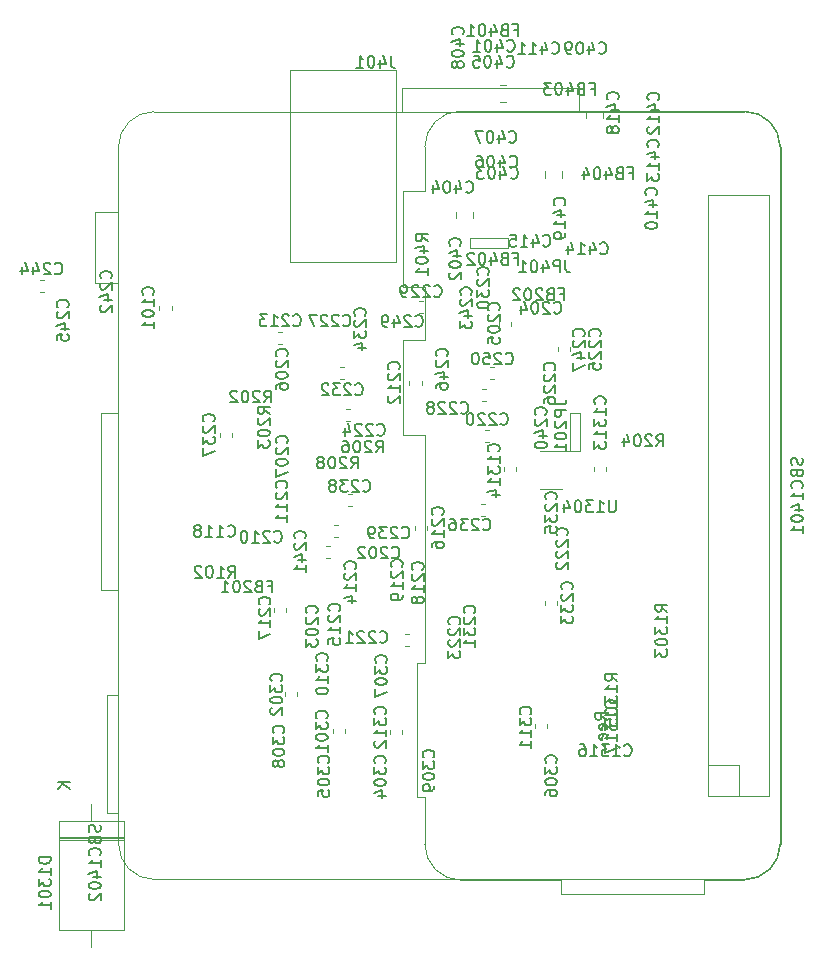
<source format=gbr>
G04 #@! TF.GenerationSoftware,KiCad,Pcbnew,(5.1.2)-1*
G04 #@! TF.CreationDate,2019-06-19T21:40:15-04:00*
G04 #@! TF.ProjectId,flicker,666c6963-6b65-4722-9e6b-696361645f70,rev?*
G04 #@! TF.SameCoordinates,Original*
G04 #@! TF.FileFunction,Legend,Bot*
G04 #@! TF.FilePolarity,Positive*
%FSLAX46Y46*%
G04 Gerber Fmt 4.6, Leading zero omitted, Abs format (unit mm)*
G04 Created by KiCad (PCBNEW (5.1.2)-1) date 2019-06-19 21:40:15*
%MOMM*%
%LPD*%
G04 APERTURE LIST*
%ADD10C,0.120000*%
%ADD11C,0.150000*%
G04 APERTURE END LIST*
D10*
X126027180Y-92250260D02*
X125138180Y-92250260D01*
X126027180Y-95460820D02*
X126027180Y-92250260D01*
X125138180Y-95460820D02*
X126027180Y-95460820D01*
X125138180Y-92255340D02*
X125138180Y-95460820D01*
X84941660Y-75211700D02*
X86941660Y-75211700D01*
X84941660Y-81211700D02*
X84941660Y-75211700D01*
X86941660Y-81211700D02*
X84941660Y-81211700D01*
X85441660Y-92211700D02*
X86941660Y-92211700D01*
X85441660Y-107211700D02*
X85441660Y-92211700D01*
X86941660Y-107211700D02*
X85441660Y-107211700D01*
X85941660Y-116111700D02*
X86941660Y-116111700D01*
X85941660Y-126111700D02*
X85941660Y-116111700D01*
X86941660Y-126111700D02*
X85941660Y-126111700D01*
X110941660Y-64711700D02*
X110941660Y-66711700D01*
X125941660Y-64711700D02*
X110941660Y-64711700D01*
X125941660Y-66711700D02*
X125941660Y-64711700D01*
X139941660Y-131711700D02*
X89941660Y-131711700D01*
X139941660Y-66711700D02*
X89941660Y-66711700D01*
X142941660Y-128711700D02*
X142941660Y-69711700D01*
X139941660Y-131711700D02*
G75*
G03X142941660Y-128711700I0J3000000D01*
G01*
X139941660Y-66711700D02*
G75*
G02X142941660Y-69711700I0J-3000000D01*
G01*
X89941660Y-131711700D02*
G75*
G02X86941660Y-128711700I0J3000000D01*
G01*
X89941660Y-66711700D02*
G75*
G03X86941660Y-69711700I0J-3000000D01*
G01*
X86941660Y-128711700D02*
X86941660Y-69711700D01*
X139456160Y-122013980D02*
X139456160Y-124680020D01*
X136835840Y-122013980D02*
X139456160Y-122013980D01*
X112872520Y-113365280D02*
X112872520Y-94137480D01*
X112875840Y-124779140D02*
X112175840Y-124779140D01*
X112175840Y-124779140D02*
X112175840Y-113359140D01*
X112175840Y-113359140D02*
X112875840Y-113359140D01*
X111063140Y-94132380D02*
X111063140Y-86012380D01*
X111063140Y-86012380D02*
X112863140Y-86012380D01*
X112863140Y-81532380D02*
X111063140Y-81532380D01*
X111063140Y-73412380D02*
X112863140Y-73412380D01*
X111063140Y-81532380D02*
X111063140Y-73412380D01*
X112863140Y-94132380D02*
X111063140Y-94132380D01*
X112863140Y-86012380D02*
X112863140Y-81532380D01*
X112875840Y-73410020D02*
X112875840Y-69720020D01*
X136495840Y-131780020D02*
X139935840Y-131780020D01*
X124437140Y-132979160D02*
X124437140Y-131779160D01*
X136495840Y-132980020D02*
X124437140Y-132979160D01*
X136495840Y-131780020D02*
X136495840Y-132980020D01*
X142035840Y-73760020D02*
X142035840Y-124680020D01*
X142035840Y-73760020D02*
X136895840Y-73760020D01*
X136835840Y-73760020D02*
X136835840Y-124680020D01*
X142035840Y-124680020D02*
X136835840Y-124680020D01*
X115935840Y-131780020D02*
G75*
G02X112875840Y-128720020I0J3060000D01*
G01*
X124434600Y-131780020D02*
X115935840Y-131780020D01*
X112875840Y-128720020D02*
X112875840Y-124780020D01*
X139935840Y-66660020D02*
X115935840Y-66660020D01*
X142995840Y-128720020D02*
X142995840Y-69720020D01*
X142995840Y-128720020D02*
G75*
G02X139935840Y-131780020I-3060000J0D01*
G01*
X139935840Y-66660020D02*
G75*
G02X142995840Y-69720020I0J-3060000D01*
G01*
X112875840Y-69720020D02*
G75*
G02X115935840Y-66660020I3060000J0D01*
G01*
X110479840Y-79405420D02*
X101479840Y-79405420D01*
X110479840Y-63205420D02*
X110479840Y-79405420D01*
X101479840Y-63205420D02*
X110479840Y-63205420D01*
X101479840Y-79405420D02*
X101479840Y-63205420D01*
X119948960Y-78277720D02*
X119948960Y-77388720D01*
X116738400Y-78277720D02*
X119948960Y-78277720D01*
X116738400Y-77388720D02*
X116738400Y-78277720D01*
X119943880Y-77388720D02*
X116738400Y-77388720D01*
X80602907Y-81988120D02*
X80260373Y-81988120D01*
X80602907Y-80968120D02*
X80260373Y-80968120D01*
X106336013Y-99126580D02*
X106678547Y-99126580D01*
X106336013Y-100146580D02*
X106678547Y-100146580D01*
X96560100Y-93897633D02*
X96560100Y-94240167D01*
X95540100Y-93897633D02*
X95540100Y-94240167D01*
X117973927Y-100941600D02*
X117631393Y-100941600D01*
X117973927Y-99921600D02*
X117631393Y-99921600D01*
X123015280Y-108461627D02*
X123015280Y-108119093D01*
X124035280Y-108461627D02*
X124035280Y-108119093D01*
X105703553Y-88336660D02*
X106046087Y-88336660D01*
X105703553Y-89356660D02*
X106046087Y-89356660D01*
X112365973Y-82771520D02*
X112708507Y-82771520D01*
X112365973Y-83791520D02*
X112708507Y-83791520D01*
X118032347Y-91233720D02*
X117689813Y-91233720D01*
X118032347Y-90213720D02*
X117689813Y-90213720D01*
X124176060Y-86974467D02*
X124176060Y-86631933D01*
X125196060Y-86974467D02*
X125196060Y-86631933D01*
X106196313Y-91885040D02*
X106538847Y-91885040D01*
X106196313Y-92905040D02*
X106538847Y-92905040D01*
X111184873Y-110922340D02*
X111527407Y-110922340D01*
X111184873Y-111942340D02*
X111527407Y-111942340D01*
X118337147Y-94726220D02*
X117994613Y-94726220D01*
X118337147Y-93706220D02*
X117994613Y-93706220D01*
X101091460Y-108766793D02*
X101091460Y-109109327D01*
X100071460Y-108766793D02*
X100071460Y-109109327D01*
X112067880Y-102116707D02*
X112067880Y-101774173D01*
X113087880Y-102116707D02*
X113087880Y-101774173D01*
X100806067Y-86369620D02*
X100463533Y-86369620D01*
X100806067Y-85349620D02*
X100463533Y-85349620D01*
X112600200Y-89544073D02*
X112600200Y-89886607D01*
X111580200Y-89544073D02*
X111580200Y-89886607D01*
X118776567Y-89338880D02*
X118434033Y-89338880D01*
X118776567Y-88318880D02*
X118434033Y-88318880D01*
X105208253Y-101697060D02*
X105550787Y-101697060D01*
X105208253Y-102717060D02*
X105550787Y-102717060D01*
X122668060Y-95435380D02*
X125118060Y-95435380D01*
X124468060Y-98655380D02*
X122668060Y-98655380D01*
X81872960Y-128106420D02*
X87412960Y-128106420D01*
X81872960Y-128346420D02*
X87412960Y-128346420D01*
X81872960Y-128226420D02*
X87412960Y-128226420D01*
X84642960Y-137456420D02*
X84642960Y-135996420D01*
X84642960Y-125296420D02*
X84642960Y-126756420D01*
X81872960Y-135996420D02*
X81872960Y-126756420D01*
X87412960Y-135996420D02*
X81872960Y-135996420D01*
X87412960Y-126756420D02*
X87412960Y-135996420D01*
X81872960Y-126756420D02*
X87412960Y-126756420D01*
X120570720Y-96805933D02*
X120570720Y-97148467D01*
X119550720Y-96805933D02*
X119550720Y-97148467D01*
X128200880Y-96803393D02*
X128200880Y-97145927D01*
X127180880Y-96803393D02*
X127180880Y-97145927D01*
X123081980Y-72300732D02*
X123081980Y-71778228D01*
X124501980Y-72300732D02*
X124501980Y-71778228D01*
X127969080Y-66755268D02*
X127969080Y-67277772D01*
X126549080Y-66755268D02*
X126549080Y-67277772D01*
X116930240Y-75176748D02*
X116930240Y-75699252D01*
X115510240Y-75176748D02*
X115510240Y-75699252D01*
X119202568Y-64481640D02*
X119725072Y-64481640D01*
X119202568Y-65901640D02*
X119725072Y-65901640D01*
X109901260Y-119370927D02*
X109901260Y-119028393D01*
X110921260Y-119370927D02*
X110921260Y-119028393D01*
X122174540Y-118926427D02*
X122174540Y-118583893D01*
X123194540Y-118926427D02*
X123194540Y-118583893D01*
X101046820Y-116223867D02*
X101046820Y-115881333D01*
X102066820Y-116223867D02*
X102066820Y-115881333D01*
X106133360Y-119008073D02*
X106133360Y-119350607D01*
X105113360Y-119008073D02*
X105113360Y-119350607D01*
X120192260Y-84519953D02*
X120192260Y-84862487D01*
X119172260Y-84519953D02*
X119172260Y-84862487D01*
X104519913Y-103485220D02*
X104862447Y-103485220D01*
X104519913Y-104505220D02*
X104862447Y-104505220D01*
X91431840Y-83148353D02*
X91431840Y-83490887D01*
X90411840Y-83148353D02*
X90411840Y-83490887D01*
D11*
X129160860Y-114914561D02*
X128684670Y-114581228D01*
X129160860Y-114343133D02*
X128160860Y-114343133D01*
X128160860Y-114724085D01*
X128208480Y-114819323D01*
X128256099Y-114866942D01*
X128351337Y-114914561D01*
X128494194Y-114914561D01*
X128589432Y-114866942D01*
X128637051Y-114819323D01*
X128684670Y-114724085D01*
X128684670Y-114343133D01*
X129160860Y-115866942D02*
X129160860Y-115295514D01*
X129160860Y-115581228D02*
X128160860Y-115581228D01*
X128303718Y-115485990D01*
X128398956Y-115390752D01*
X128446575Y-115295514D01*
X128160860Y-116200276D02*
X128160860Y-116819323D01*
X128541813Y-116485990D01*
X128541813Y-116628847D01*
X128589432Y-116724085D01*
X128637051Y-116771704D01*
X128732289Y-116819323D01*
X128970384Y-116819323D01*
X129065622Y-116771704D01*
X129113241Y-116724085D01*
X129160860Y-116628847D01*
X129160860Y-116343133D01*
X129113241Y-116247895D01*
X129065622Y-116200276D01*
X128160860Y-117438371D02*
X128160860Y-117533609D01*
X128208480Y-117628847D01*
X128256099Y-117676466D01*
X128351337Y-117724085D01*
X128541813Y-117771704D01*
X128779908Y-117771704D01*
X128970384Y-117724085D01*
X129065622Y-117676466D01*
X129113241Y-117628847D01*
X129160860Y-117533609D01*
X129160860Y-117438371D01*
X129113241Y-117343133D01*
X129065622Y-117295514D01*
X128970384Y-117247895D01*
X128779908Y-117200276D01*
X128541813Y-117200276D01*
X128351337Y-117247895D01*
X128256099Y-117295514D01*
X128208480Y-117343133D01*
X128160860Y-117438371D01*
X128160860Y-118676466D02*
X128160860Y-118200276D01*
X128637051Y-118152657D01*
X128589432Y-118200276D01*
X128541813Y-118295514D01*
X128541813Y-118533609D01*
X128589432Y-118628847D01*
X128637051Y-118676466D01*
X128732289Y-118724085D01*
X128970384Y-118724085D01*
X129065622Y-118676466D01*
X129113241Y-118628847D01*
X129160860Y-118533609D01*
X129160860Y-118295514D01*
X129113241Y-118200276D01*
X129065622Y-118152657D01*
X128309960Y-118197380D02*
X127833770Y-117864047D01*
X128309960Y-117625952D02*
X127309960Y-117625952D01*
X127309960Y-118006904D01*
X127357580Y-118102142D01*
X127405199Y-118149761D01*
X127500437Y-118197380D01*
X127643294Y-118197380D01*
X127738532Y-118149761D01*
X127786151Y-118102142D01*
X127833770Y-118006904D01*
X127833770Y-117625952D01*
X128262341Y-119006904D02*
X128309960Y-118911666D01*
X128309960Y-118721190D01*
X128262341Y-118625952D01*
X128167103Y-118578333D01*
X127786151Y-118578333D01*
X127690913Y-118625952D01*
X127643294Y-118721190D01*
X127643294Y-118911666D01*
X127690913Y-119006904D01*
X127786151Y-119054523D01*
X127881389Y-119054523D01*
X127976627Y-118578333D01*
X128262341Y-119864047D02*
X128309960Y-119768809D01*
X128309960Y-119578333D01*
X128262341Y-119483095D01*
X128167103Y-119435476D01*
X127786151Y-119435476D01*
X127690913Y-119483095D01*
X127643294Y-119578333D01*
X127643294Y-119768809D01*
X127690913Y-119864047D01*
X127786151Y-119911666D01*
X127881389Y-119911666D01*
X127976627Y-119435476D01*
X129080862Y-117152301D02*
X129128481Y-117104682D01*
X129176100Y-116961825D01*
X129176100Y-116866587D01*
X129128481Y-116723730D01*
X129033243Y-116628492D01*
X128938005Y-116580873D01*
X128747529Y-116533254D01*
X128604672Y-116533254D01*
X128414196Y-116580873D01*
X128318958Y-116628492D01*
X128223720Y-116723730D01*
X128176100Y-116866587D01*
X128176100Y-116961825D01*
X128223720Y-117104682D01*
X128271339Y-117152301D01*
X129176100Y-118104682D02*
X129176100Y-117533254D01*
X129176100Y-117818968D02*
X128176100Y-117818968D01*
X128318958Y-117723730D01*
X128414196Y-117628492D01*
X128461815Y-117533254D01*
X128176100Y-118438016D02*
X128176100Y-119057063D01*
X128557053Y-118723730D01*
X128557053Y-118866587D01*
X128604672Y-118961825D01*
X128652291Y-119009444D01*
X128747529Y-119057063D01*
X128985624Y-119057063D01*
X129080862Y-119009444D01*
X129128481Y-118961825D01*
X129176100Y-118866587D01*
X129176100Y-118580873D01*
X129128481Y-118485635D01*
X129080862Y-118438016D01*
X129176100Y-120009444D02*
X129176100Y-119438016D01*
X129176100Y-119723730D02*
X128176100Y-119723730D01*
X128318958Y-119628492D01*
X128414196Y-119533254D01*
X128461815Y-119438016D01*
X128176100Y-120342778D02*
X128176100Y-121009444D01*
X129176100Y-120580873D01*
X129758558Y-121201122D02*
X129806177Y-121248741D01*
X129949034Y-121296360D01*
X130044272Y-121296360D01*
X130187129Y-121248741D01*
X130282367Y-121153503D01*
X130329986Y-121058265D01*
X130377605Y-120867789D01*
X130377605Y-120724932D01*
X130329986Y-120534456D01*
X130282367Y-120439218D01*
X130187129Y-120343980D01*
X130044272Y-120296360D01*
X129949034Y-120296360D01*
X129806177Y-120343980D01*
X129758558Y-120391599D01*
X128806177Y-121296360D02*
X129377605Y-121296360D01*
X129091891Y-121296360D02*
X129091891Y-120296360D01*
X129187129Y-120439218D01*
X129282367Y-120534456D01*
X129377605Y-120582075D01*
X128472843Y-120296360D02*
X127853796Y-120296360D01*
X128187129Y-120677313D01*
X128044272Y-120677313D01*
X127949034Y-120724932D01*
X127901415Y-120772551D01*
X127853796Y-120867789D01*
X127853796Y-121105884D01*
X127901415Y-121201122D01*
X127949034Y-121248741D01*
X128044272Y-121296360D01*
X128329986Y-121296360D01*
X128425224Y-121248741D01*
X128472843Y-121201122D01*
X126901415Y-121296360D02*
X127472843Y-121296360D01*
X127187129Y-121296360D02*
X127187129Y-120296360D01*
X127282367Y-120439218D01*
X127377605Y-120534456D01*
X127472843Y-120582075D01*
X126044272Y-120296360D02*
X126234748Y-120296360D01*
X126329986Y-120343980D01*
X126377605Y-120391599D01*
X126472843Y-120534456D01*
X126520462Y-120724932D01*
X126520462Y-121105884D01*
X126472843Y-121201122D01*
X126425224Y-121248741D01*
X126329986Y-121296360D01*
X126139510Y-121296360D01*
X126044272Y-121248741D01*
X125996653Y-121201122D01*
X125949034Y-121105884D01*
X125949034Y-120867789D01*
X125996653Y-120772551D01*
X126044272Y-120724932D01*
X126139510Y-120677313D01*
X126329986Y-120677313D01*
X126425224Y-120724932D01*
X126472843Y-120772551D01*
X126520462Y-120867789D01*
X123867600Y-91503405D02*
X124581886Y-91503405D01*
X124724743Y-91455786D01*
X124819981Y-91360548D01*
X124867600Y-91217691D01*
X124867600Y-91122453D01*
X124867600Y-91979596D02*
X123867600Y-91979596D01*
X123867600Y-92360548D01*
X123915220Y-92455786D01*
X123962839Y-92503405D01*
X124058077Y-92551024D01*
X124200934Y-92551024D01*
X124296172Y-92503405D01*
X124343791Y-92455786D01*
X124391410Y-92360548D01*
X124391410Y-91979596D01*
X123962839Y-92931977D02*
X123915220Y-92979596D01*
X123867600Y-93074834D01*
X123867600Y-93312929D01*
X123915220Y-93408167D01*
X123962839Y-93455786D01*
X124058077Y-93503405D01*
X124153315Y-93503405D01*
X124296172Y-93455786D01*
X124867600Y-92884358D01*
X124867600Y-93503405D01*
X123867600Y-94122453D02*
X123867600Y-94217691D01*
X123915220Y-94312929D01*
X123962839Y-94360548D01*
X124058077Y-94408167D01*
X124248553Y-94455786D01*
X124486648Y-94455786D01*
X124677124Y-94408167D01*
X124772362Y-94360548D01*
X124819981Y-94312929D01*
X124867600Y-94217691D01*
X124867600Y-94122453D01*
X124819981Y-94027215D01*
X124772362Y-93979596D01*
X124677124Y-93931977D01*
X124486648Y-93884358D01*
X124248553Y-93884358D01*
X124058077Y-93931977D01*
X123962839Y-93979596D01*
X123915220Y-94027215D01*
X123867600Y-94122453D01*
X124867600Y-95408167D02*
X124867600Y-94836739D01*
X124867600Y-95122453D02*
X123867600Y-95122453D01*
X124010458Y-95027215D01*
X124105696Y-94931977D01*
X124153315Y-94836739D01*
X85389341Y-127107922D02*
X85436960Y-127250779D01*
X85436960Y-127488875D01*
X85389341Y-127584113D01*
X85341722Y-127631732D01*
X85246484Y-127679351D01*
X85151246Y-127679351D01*
X85056008Y-127631732D01*
X85008389Y-127584113D01*
X84960770Y-127488875D01*
X84913151Y-127298399D01*
X84865532Y-127203160D01*
X84817913Y-127155541D01*
X84722675Y-127107922D01*
X84627437Y-127107922D01*
X84532199Y-127155541D01*
X84484580Y-127203160D01*
X84436960Y-127298399D01*
X84436960Y-127536494D01*
X84484580Y-127679351D01*
X84913151Y-128441256D02*
X84960770Y-128584113D01*
X85008389Y-128631732D01*
X85103627Y-128679351D01*
X85246484Y-128679351D01*
X85341722Y-128631732D01*
X85389341Y-128584113D01*
X85436960Y-128488875D01*
X85436960Y-128107922D01*
X84436960Y-128107922D01*
X84436960Y-128441256D01*
X84484580Y-128536494D01*
X84532199Y-128584113D01*
X84627437Y-128631732D01*
X84722675Y-128631732D01*
X84817913Y-128584113D01*
X84865532Y-128536494D01*
X84913151Y-128441256D01*
X84913151Y-128107922D01*
X85341722Y-129679351D02*
X85389341Y-129631732D01*
X85436960Y-129488875D01*
X85436960Y-129393637D01*
X85389341Y-129250779D01*
X85294103Y-129155541D01*
X85198865Y-129107922D01*
X85008389Y-129060303D01*
X84865532Y-129060303D01*
X84675056Y-129107922D01*
X84579818Y-129155541D01*
X84484580Y-129250779D01*
X84436960Y-129393637D01*
X84436960Y-129488875D01*
X84484580Y-129631732D01*
X84532199Y-129679351D01*
X85436960Y-130631732D02*
X85436960Y-130060303D01*
X85436960Y-130346018D02*
X84436960Y-130346018D01*
X84579818Y-130250779D01*
X84675056Y-130155541D01*
X84722675Y-130060303D01*
X84770294Y-131488875D02*
X85436960Y-131488875D01*
X84389341Y-131250779D02*
X85103627Y-131012684D01*
X85103627Y-131631732D01*
X84436960Y-132203160D02*
X84436960Y-132298399D01*
X84484580Y-132393637D01*
X84532199Y-132441256D01*
X84627437Y-132488875D01*
X84817913Y-132536494D01*
X85056008Y-132536494D01*
X85246484Y-132488875D01*
X85341722Y-132441256D01*
X85389341Y-132393637D01*
X85436960Y-132298399D01*
X85436960Y-132203160D01*
X85389341Y-132107922D01*
X85341722Y-132060303D01*
X85246484Y-132012684D01*
X85056008Y-131965065D01*
X84817913Y-131965065D01*
X84627437Y-132012684D01*
X84532199Y-132060303D01*
X84484580Y-132107922D01*
X84436960Y-132203160D01*
X84532199Y-132917446D02*
X84484580Y-132965065D01*
X84436960Y-133060303D01*
X84436960Y-133298399D01*
X84484580Y-133393637D01*
X84532199Y-133441256D01*
X84627437Y-133488875D01*
X84722675Y-133488875D01*
X84865532Y-133441256D01*
X85436960Y-132869827D01*
X85436960Y-133488875D01*
X144840601Y-96029543D02*
X144888220Y-96172400D01*
X144888220Y-96410496D01*
X144840601Y-96505734D01*
X144792982Y-96553353D01*
X144697744Y-96600972D01*
X144602506Y-96600972D01*
X144507268Y-96553353D01*
X144459649Y-96505734D01*
X144412030Y-96410496D01*
X144364411Y-96220020D01*
X144316792Y-96124781D01*
X144269173Y-96077162D01*
X144173935Y-96029543D01*
X144078697Y-96029543D01*
X143983459Y-96077162D01*
X143935840Y-96124781D01*
X143888220Y-96220020D01*
X143888220Y-96458115D01*
X143935840Y-96600972D01*
X144364411Y-97362877D02*
X144412030Y-97505734D01*
X144459649Y-97553353D01*
X144554887Y-97600972D01*
X144697744Y-97600972D01*
X144792982Y-97553353D01*
X144840601Y-97505734D01*
X144888220Y-97410496D01*
X144888220Y-97029543D01*
X143888220Y-97029543D01*
X143888220Y-97362877D01*
X143935840Y-97458115D01*
X143983459Y-97505734D01*
X144078697Y-97553353D01*
X144173935Y-97553353D01*
X144269173Y-97505734D01*
X144316792Y-97458115D01*
X144364411Y-97362877D01*
X144364411Y-97029543D01*
X144792982Y-98600972D02*
X144840601Y-98553353D01*
X144888220Y-98410496D01*
X144888220Y-98315258D01*
X144840601Y-98172400D01*
X144745363Y-98077162D01*
X144650125Y-98029543D01*
X144459649Y-97981924D01*
X144316792Y-97981924D01*
X144126316Y-98029543D01*
X144031078Y-98077162D01*
X143935840Y-98172400D01*
X143888220Y-98315258D01*
X143888220Y-98410496D01*
X143935840Y-98553353D01*
X143983459Y-98600972D01*
X144888220Y-99553353D02*
X144888220Y-98981924D01*
X144888220Y-99267639D02*
X143888220Y-99267639D01*
X144031078Y-99172400D01*
X144126316Y-99077162D01*
X144173935Y-98981924D01*
X144221554Y-100410496D02*
X144888220Y-100410496D01*
X143840601Y-100172400D02*
X144554887Y-99934305D01*
X144554887Y-100553353D01*
X143888220Y-101124781D02*
X143888220Y-101220020D01*
X143935840Y-101315258D01*
X143983459Y-101362877D01*
X144078697Y-101410496D01*
X144269173Y-101458115D01*
X144507268Y-101458115D01*
X144697744Y-101410496D01*
X144792982Y-101362877D01*
X144840601Y-101315258D01*
X144888220Y-101220020D01*
X144888220Y-101124781D01*
X144840601Y-101029543D01*
X144792982Y-100981924D01*
X144697744Y-100934305D01*
X144507268Y-100886686D01*
X144269173Y-100886686D01*
X144078697Y-100934305D01*
X143983459Y-100981924D01*
X143935840Y-101029543D01*
X143888220Y-101124781D01*
X144888220Y-102410496D02*
X144888220Y-101839067D01*
X144888220Y-102124781D02*
X143888220Y-102124781D01*
X144031078Y-102029543D01*
X144126316Y-101934305D01*
X144173935Y-101839067D01*
X109995174Y-61982100D02*
X109995174Y-62696386D01*
X110042793Y-62839243D01*
X110138031Y-62934481D01*
X110280888Y-62982100D01*
X110376126Y-62982100D01*
X109090412Y-62315434D02*
X109090412Y-62982100D01*
X109328507Y-61934481D02*
X109566602Y-62648767D01*
X108947555Y-62648767D01*
X108376126Y-61982100D02*
X108280888Y-61982100D01*
X108185650Y-62029720D01*
X108138031Y-62077339D01*
X108090412Y-62172577D01*
X108042793Y-62363053D01*
X108042793Y-62601148D01*
X108090412Y-62791624D01*
X108138031Y-62886862D01*
X108185650Y-62934481D01*
X108280888Y-62982100D01*
X108376126Y-62982100D01*
X108471364Y-62934481D01*
X108518983Y-62886862D01*
X108566602Y-62791624D01*
X108614221Y-62601148D01*
X108614221Y-62363053D01*
X108566602Y-62172577D01*
X108518983Y-62077339D01*
X108471364Y-62029720D01*
X108376126Y-61982100D01*
X107090412Y-62982100D02*
X107661840Y-62982100D01*
X107376126Y-62982100D02*
X107376126Y-61982100D01*
X107471364Y-62124958D01*
X107566602Y-62220196D01*
X107661840Y-62267815D01*
X124782674Y-79302360D02*
X124782674Y-80016646D01*
X124830293Y-80159503D01*
X124925531Y-80254741D01*
X125068388Y-80302360D01*
X125163626Y-80302360D01*
X124306483Y-80302360D02*
X124306483Y-79302360D01*
X123925531Y-79302360D01*
X123830293Y-79349980D01*
X123782674Y-79397599D01*
X123735055Y-79492837D01*
X123735055Y-79635694D01*
X123782674Y-79730932D01*
X123830293Y-79778551D01*
X123925531Y-79826170D01*
X124306483Y-79826170D01*
X122877912Y-79635694D02*
X122877912Y-80302360D01*
X123116007Y-79254741D02*
X123354102Y-79969027D01*
X122735055Y-79969027D01*
X122163626Y-79302360D02*
X122068388Y-79302360D01*
X121973150Y-79349980D01*
X121925531Y-79397599D01*
X121877912Y-79492837D01*
X121830293Y-79683313D01*
X121830293Y-79921408D01*
X121877912Y-80111884D01*
X121925531Y-80207122D01*
X121973150Y-80254741D01*
X122068388Y-80302360D01*
X122163626Y-80302360D01*
X122258864Y-80254741D01*
X122306483Y-80207122D01*
X122354102Y-80111884D01*
X122401721Y-79921408D01*
X122401721Y-79683313D01*
X122354102Y-79492837D01*
X122306483Y-79397599D01*
X122258864Y-79349980D01*
X122163626Y-79302360D01*
X120877912Y-80302360D02*
X121449340Y-80302360D01*
X121163626Y-80302360D02*
X121163626Y-79302360D01*
X121258864Y-79445218D01*
X121354102Y-79540456D01*
X121449340Y-79588075D01*
X81550687Y-80405262D02*
X81598306Y-80452881D01*
X81741163Y-80500500D01*
X81836401Y-80500500D01*
X81979259Y-80452881D01*
X82074497Y-80357643D01*
X82122116Y-80262405D01*
X82169735Y-80071929D01*
X82169735Y-79929072D01*
X82122116Y-79738596D01*
X82074497Y-79643358D01*
X81979259Y-79548120D01*
X81836401Y-79500500D01*
X81741163Y-79500500D01*
X81598306Y-79548120D01*
X81550687Y-79595739D01*
X81169735Y-79595739D02*
X81122116Y-79548120D01*
X81026878Y-79500500D01*
X80788782Y-79500500D01*
X80693544Y-79548120D01*
X80645925Y-79595739D01*
X80598306Y-79690977D01*
X80598306Y-79786215D01*
X80645925Y-79929072D01*
X81217354Y-80500500D01*
X80598306Y-80500500D01*
X79741163Y-79833834D02*
X79741163Y-80500500D01*
X79979259Y-79452881D02*
X80217354Y-80167167D01*
X79598306Y-80167167D01*
X78788782Y-79833834D02*
X78788782Y-80500500D01*
X79026878Y-79452881D02*
X79264973Y-80167167D01*
X78645925Y-80167167D01*
X107644107Y-98797382D02*
X107691726Y-98845001D01*
X107834583Y-98892620D01*
X107929821Y-98892620D01*
X108072679Y-98845001D01*
X108167917Y-98749763D01*
X108215536Y-98654525D01*
X108263155Y-98464049D01*
X108263155Y-98321192D01*
X108215536Y-98130716D01*
X108167917Y-98035478D01*
X108072679Y-97940240D01*
X107929821Y-97892620D01*
X107834583Y-97892620D01*
X107691726Y-97940240D01*
X107644107Y-97987859D01*
X107263155Y-97987859D02*
X107215536Y-97940240D01*
X107120298Y-97892620D01*
X106882202Y-97892620D01*
X106786964Y-97940240D01*
X106739345Y-97987859D01*
X106691726Y-98083097D01*
X106691726Y-98178335D01*
X106739345Y-98321192D01*
X107310774Y-98892620D01*
X106691726Y-98892620D01*
X106358393Y-97892620D02*
X105739345Y-97892620D01*
X106072679Y-98273573D01*
X105929821Y-98273573D01*
X105834583Y-98321192D01*
X105786964Y-98368811D01*
X105739345Y-98464049D01*
X105739345Y-98702144D01*
X105786964Y-98797382D01*
X105834583Y-98845001D01*
X105929821Y-98892620D01*
X106215536Y-98892620D01*
X106310774Y-98845001D01*
X106358393Y-98797382D01*
X105167917Y-98321192D02*
X105263155Y-98273573D01*
X105310774Y-98225954D01*
X105358393Y-98130716D01*
X105358393Y-98083097D01*
X105310774Y-97987859D01*
X105263155Y-97940240D01*
X105167917Y-97892620D01*
X104977440Y-97892620D01*
X104882202Y-97940240D01*
X104834583Y-97987859D01*
X104786964Y-98083097D01*
X104786964Y-98130716D01*
X104834583Y-98225954D01*
X104882202Y-98273573D01*
X104977440Y-98321192D01*
X105167917Y-98321192D01*
X105263155Y-98368811D01*
X105310774Y-98416430D01*
X105358393Y-98511668D01*
X105358393Y-98702144D01*
X105310774Y-98797382D01*
X105263155Y-98845001D01*
X105167917Y-98892620D01*
X104977440Y-98892620D01*
X104882202Y-98845001D01*
X104834583Y-98797382D01*
X104786964Y-98702144D01*
X104786964Y-98511668D01*
X104834583Y-98416430D01*
X104882202Y-98368811D01*
X104977440Y-98321192D01*
X94977242Y-92949852D02*
X95024861Y-92902233D01*
X95072480Y-92759376D01*
X95072480Y-92664138D01*
X95024861Y-92521280D01*
X94929623Y-92426042D01*
X94834385Y-92378423D01*
X94643909Y-92330804D01*
X94501052Y-92330804D01*
X94310576Y-92378423D01*
X94215338Y-92426042D01*
X94120100Y-92521280D01*
X94072480Y-92664138D01*
X94072480Y-92759376D01*
X94120100Y-92902233D01*
X94167719Y-92949852D01*
X94167719Y-93330804D02*
X94120100Y-93378423D01*
X94072480Y-93473661D01*
X94072480Y-93711757D01*
X94120100Y-93806995D01*
X94167719Y-93854614D01*
X94262957Y-93902233D01*
X94358195Y-93902233D01*
X94501052Y-93854614D01*
X95072480Y-93283185D01*
X95072480Y-93902233D01*
X94072480Y-94235566D02*
X94072480Y-94854614D01*
X94453433Y-94521280D01*
X94453433Y-94664138D01*
X94501052Y-94759376D01*
X94548671Y-94806995D01*
X94643909Y-94854614D01*
X94882004Y-94854614D01*
X94977242Y-94806995D01*
X95024861Y-94759376D01*
X95072480Y-94664138D01*
X95072480Y-94378423D01*
X95024861Y-94283185D01*
X94977242Y-94235566D01*
X94072480Y-95187947D02*
X94072480Y-95854614D01*
X95072480Y-95426042D01*
X117806647Y-102068902D02*
X117854266Y-102116521D01*
X117997123Y-102164140D01*
X118092361Y-102164140D01*
X118235219Y-102116521D01*
X118330457Y-102021283D01*
X118378076Y-101926045D01*
X118425695Y-101735569D01*
X118425695Y-101592712D01*
X118378076Y-101402236D01*
X118330457Y-101306998D01*
X118235219Y-101211760D01*
X118092361Y-101164140D01*
X117997123Y-101164140D01*
X117854266Y-101211760D01*
X117806647Y-101259379D01*
X117425695Y-101259379D02*
X117378076Y-101211760D01*
X117282838Y-101164140D01*
X117044742Y-101164140D01*
X116949504Y-101211760D01*
X116901885Y-101259379D01*
X116854266Y-101354617D01*
X116854266Y-101449855D01*
X116901885Y-101592712D01*
X117473314Y-102164140D01*
X116854266Y-102164140D01*
X116520933Y-101164140D02*
X115901885Y-101164140D01*
X116235219Y-101545093D01*
X116092361Y-101545093D01*
X115997123Y-101592712D01*
X115949504Y-101640331D01*
X115901885Y-101735569D01*
X115901885Y-101973664D01*
X115949504Y-102068902D01*
X115997123Y-102116521D01*
X116092361Y-102164140D01*
X116378076Y-102164140D01*
X116473314Y-102116521D01*
X116520933Y-102068902D01*
X115044742Y-101164140D02*
X115235219Y-101164140D01*
X115330457Y-101211760D01*
X115378076Y-101259379D01*
X115473314Y-101402236D01*
X115520933Y-101592712D01*
X115520933Y-101973664D01*
X115473314Y-102068902D01*
X115425695Y-102116521D01*
X115330457Y-102164140D01*
X115139980Y-102164140D01*
X115044742Y-102116521D01*
X114997123Y-102068902D01*
X114949504Y-101973664D01*
X114949504Y-101735569D01*
X114997123Y-101640331D01*
X115044742Y-101592712D01*
X115139980Y-101545093D01*
X115330457Y-101545093D01*
X115425695Y-101592712D01*
X115473314Y-101640331D01*
X115520933Y-101735569D01*
X125312422Y-107171312D02*
X125360041Y-107123693D01*
X125407660Y-106980836D01*
X125407660Y-106885598D01*
X125360041Y-106742740D01*
X125264803Y-106647502D01*
X125169565Y-106599883D01*
X124979089Y-106552264D01*
X124836232Y-106552264D01*
X124645756Y-106599883D01*
X124550518Y-106647502D01*
X124455280Y-106742740D01*
X124407660Y-106885598D01*
X124407660Y-106980836D01*
X124455280Y-107123693D01*
X124502899Y-107171312D01*
X124502899Y-107552264D02*
X124455280Y-107599883D01*
X124407660Y-107695121D01*
X124407660Y-107933217D01*
X124455280Y-108028455D01*
X124502899Y-108076074D01*
X124598137Y-108123693D01*
X124693375Y-108123693D01*
X124836232Y-108076074D01*
X125407660Y-107504645D01*
X125407660Y-108123693D01*
X124407660Y-108457026D02*
X124407660Y-109076074D01*
X124788613Y-108742740D01*
X124788613Y-108885598D01*
X124836232Y-108980836D01*
X124883851Y-109028455D01*
X124979089Y-109076074D01*
X125217184Y-109076074D01*
X125312422Y-109028455D01*
X125360041Y-108980836D01*
X125407660Y-108885598D01*
X125407660Y-108599883D01*
X125360041Y-108504645D01*
X125312422Y-108457026D01*
X124407660Y-109409407D02*
X124407660Y-110028455D01*
X124788613Y-109695121D01*
X124788613Y-109837979D01*
X124836232Y-109933217D01*
X124883851Y-109980836D01*
X124979089Y-110028455D01*
X125217184Y-110028455D01*
X125312422Y-109980836D01*
X125360041Y-109933217D01*
X125407660Y-109837979D01*
X125407660Y-109552264D01*
X125360041Y-109457026D01*
X125312422Y-109409407D01*
X106993867Y-90633802D02*
X107041486Y-90681421D01*
X107184343Y-90729040D01*
X107279581Y-90729040D01*
X107422439Y-90681421D01*
X107517677Y-90586183D01*
X107565296Y-90490945D01*
X107612915Y-90300469D01*
X107612915Y-90157612D01*
X107565296Y-89967136D01*
X107517677Y-89871898D01*
X107422439Y-89776660D01*
X107279581Y-89729040D01*
X107184343Y-89729040D01*
X107041486Y-89776660D01*
X106993867Y-89824279D01*
X106612915Y-89824279D02*
X106565296Y-89776660D01*
X106470058Y-89729040D01*
X106231962Y-89729040D01*
X106136724Y-89776660D01*
X106089105Y-89824279D01*
X106041486Y-89919517D01*
X106041486Y-90014755D01*
X106089105Y-90157612D01*
X106660534Y-90729040D01*
X106041486Y-90729040D01*
X105708153Y-89729040D02*
X105089105Y-89729040D01*
X105422439Y-90109993D01*
X105279581Y-90109993D01*
X105184343Y-90157612D01*
X105136724Y-90205231D01*
X105089105Y-90300469D01*
X105089105Y-90538564D01*
X105136724Y-90633802D01*
X105184343Y-90681421D01*
X105279581Y-90729040D01*
X105565296Y-90729040D01*
X105660534Y-90681421D01*
X105708153Y-90633802D01*
X104708153Y-89824279D02*
X104660534Y-89776660D01*
X104565296Y-89729040D01*
X104327200Y-89729040D01*
X104231962Y-89776660D01*
X104184343Y-89824279D01*
X104136724Y-89919517D01*
X104136724Y-90014755D01*
X104184343Y-90157612D01*
X104755772Y-90729040D01*
X104136724Y-90729040D01*
X113676607Y-82322942D02*
X113724226Y-82370561D01*
X113867083Y-82418180D01*
X113962321Y-82418180D01*
X114105179Y-82370561D01*
X114200417Y-82275323D01*
X114248036Y-82180085D01*
X114295655Y-81989609D01*
X114295655Y-81846752D01*
X114248036Y-81656276D01*
X114200417Y-81561038D01*
X114105179Y-81465800D01*
X113962321Y-81418180D01*
X113867083Y-81418180D01*
X113724226Y-81465800D01*
X113676607Y-81513419D01*
X113295655Y-81513419D02*
X113248036Y-81465800D01*
X113152798Y-81418180D01*
X112914702Y-81418180D01*
X112819464Y-81465800D01*
X112771845Y-81513419D01*
X112724226Y-81608657D01*
X112724226Y-81703895D01*
X112771845Y-81846752D01*
X113343274Y-82418180D01*
X112724226Y-82418180D01*
X112343274Y-81513419D02*
X112295655Y-81465800D01*
X112200417Y-81418180D01*
X111962321Y-81418180D01*
X111867083Y-81465800D01*
X111819464Y-81513419D01*
X111771845Y-81608657D01*
X111771845Y-81703895D01*
X111819464Y-81846752D01*
X112390893Y-82418180D01*
X111771845Y-82418180D01*
X111295655Y-82418180D02*
X111105179Y-82418180D01*
X111009940Y-82370561D01*
X110962321Y-82322942D01*
X110867083Y-82180085D01*
X110819464Y-81989609D01*
X110819464Y-81608657D01*
X110867083Y-81513419D01*
X110914702Y-81465800D01*
X111009940Y-81418180D01*
X111200417Y-81418180D01*
X111295655Y-81465800D01*
X111343274Y-81513419D01*
X111390893Y-81608657D01*
X111390893Y-81846752D01*
X111343274Y-81941990D01*
X111295655Y-81989609D01*
X111200417Y-82037228D01*
X111009940Y-82037228D01*
X110914702Y-81989609D01*
X110867083Y-81941990D01*
X110819464Y-81846752D01*
X115924507Y-92195922D02*
X115972126Y-92243541D01*
X116114983Y-92291160D01*
X116210221Y-92291160D01*
X116353079Y-92243541D01*
X116448317Y-92148303D01*
X116495936Y-92053065D01*
X116543555Y-91862589D01*
X116543555Y-91719732D01*
X116495936Y-91529256D01*
X116448317Y-91434018D01*
X116353079Y-91338780D01*
X116210221Y-91291160D01*
X116114983Y-91291160D01*
X115972126Y-91338780D01*
X115924507Y-91386399D01*
X115543555Y-91386399D02*
X115495936Y-91338780D01*
X115400698Y-91291160D01*
X115162602Y-91291160D01*
X115067364Y-91338780D01*
X115019745Y-91386399D01*
X114972126Y-91481637D01*
X114972126Y-91576875D01*
X115019745Y-91719732D01*
X115591174Y-92291160D01*
X114972126Y-92291160D01*
X114591174Y-91386399D02*
X114543555Y-91338780D01*
X114448317Y-91291160D01*
X114210221Y-91291160D01*
X114114983Y-91338780D01*
X114067364Y-91386399D01*
X114019745Y-91481637D01*
X114019745Y-91576875D01*
X114067364Y-91719732D01*
X114638793Y-92291160D01*
X114019745Y-92291160D01*
X113448317Y-91719732D02*
X113543555Y-91672113D01*
X113591174Y-91624494D01*
X113638793Y-91529256D01*
X113638793Y-91481637D01*
X113591174Y-91386399D01*
X113543555Y-91338780D01*
X113448317Y-91291160D01*
X113257840Y-91291160D01*
X113162602Y-91338780D01*
X113114983Y-91386399D01*
X113067364Y-91481637D01*
X113067364Y-91529256D01*
X113114983Y-91624494D01*
X113162602Y-91672113D01*
X113257840Y-91719732D01*
X113448317Y-91719732D01*
X113543555Y-91767351D01*
X113591174Y-91814970D01*
X113638793Y-91910208D01*
X113638793Y-92100684D01*
X113591174Y-92195922D01*
X113543555Y-92243541D01*
X113448317Y-92291160D01*
X113257840Y-92291160D01*
X113162602Y-92243541D01*
X113114983Y-92195922D01*
X113067364Y-92100684D01*
X113067364Y-91910208D01*
X113114983Y-91814970D01*
X113162602Y-91767351D01*
X113257840Y-91719732D01*
X127674642Y-85731172D02*
X127722261Y-85683553D01*
X127769880Y-85540696D01*
X127769880Y-85445458D01*
X127722261Y-85302600D01*
X127627023Y-85207362D01*
X127531785Y-85159743D01*
X127341309Y-85112124D01*
X127198452Y-85112124D01*
X127007976Y-85159743D01*
X126912738Y-85207362D01*
X126817500Y-85302600D01*
X126769880Y-85445458D01*
X126769880Y-85540696D01*
X126817500Y-85683553D01*
X126865119Y-85731172D01*
X126865119Y-86112124D02*
X126817500Y-86159743D01*
X126769880Y-86254981D01*
X126769880Y-86493077D01*
X126817500Y-86588315D01*
X126865119Y-86635934D01*
X126960357Y-86683553D01*
X127055595Y-86683553D01*
X127198452Y-86635934D01*
X127769880Y-86064505D01*
X127769880Y-86683553D01*
X126865119Y-87064505D02*
X126817500Y-87112124D01*
X126769880Y-87207362D01*
X126769880Y-87445458D01*
X126817500Y-87540696D01*
X126865119Y-87588315D01*
X126960357Y-87635934D01*
X127055595Y-87635934D01*
X127198452Y-87588315D01*
X127769880Y-87016886D01*
X127769880Y-87635934D01*
X126769880Y-88540696D02*
X126769880Y-88064505D01*
X127246071Y-88016886D01*
X127198452Y-88064505D01*
X127150833Y-88159743D01*
X127150833Y-88397839D01*
X127198452Y-88493077D01*
X127246071Y-88540696D01*
X127341309Y-88588315D01*
X127579404Y-88588315D01*
X127674642Y-88540696D01*
X127722261Y-88493077D01*
X127769880Y-88397839D01*
X127769880Y-88159743D01*
X127722261Y-88064505D01*
X127674642Y-88016886D01*
X108863307Y-94060282D02*
X108910926Y-94107901D01*
X109053783Y-94155520D01*
X109149021Y-94155520D01*
X109291879Y-94107901D01*
X109387117Y-94012663D01*
X109434736Y-93917425D01*
X109482355Y-93726949D01*
X109482355Y-93584092D01*
X109434736Y-93393616D01*
X109387117Y-93298378D01*
X109291879Y-93203140D01*
X109149021Y-93155520D01*
X109053783Y-93155520D01*
X108910926Y-93203140D01*
X108863307Y-93250759D01*
X108482355Y-93250759D02*
X108434736Y-93203140D01*
X108339498Y-93155520D01*
X108101402Y-93155520D01*
X108006164Y-93203140D01*
X107958545Y-93250759D01*
X107910926Y-93345997D01*
X107910926Y-93441235D01*
X107958545Y-93584092D01*
X108529974Y-94155520D01*
X107910926Y-94155520D01*
X107529974Y-93250759D02*
X107482355Y-93203140D01*
X107387117Y-93155520D01*
X107149021Y-93155520D01*
X107053783Y-93203140D01*
X107006164Y-93250759D01*
X106958545Y-93345997D01*
X106958545Y-93441235D01*
X107006164Y-93584092D01*
X107577593Y-94155520D01*
X106958545Y-94155520D01*
X106101402Y-93488854D02*
X106101402Y-94155520D01*
X106339498Y-93107901D02*
X106577593Y-93822187D01*
X105958545Y-93822187D01*
X109069047Y-111611682D02*
X109116666Y-111659301D01*
X109259523Y-111706920D01*
X109354761Y-111706920D01*
X109497619Y-111659301D01*
X109592857Y-111564063D01*
X109640476Y-111468825D01*
X109688095Y-111278349D01*
X109688095Y-111135492D01*
X109640476Y-110945016D01*
X109592857Y-110849778D01*
X109497619Y-110754540D01*
X109354761Y-110706920D01*
X109259523Y-110706920D01*
X109116666Y-110754540D01*
X109069047Y-110802159D01*
X108688095Y-110802159D02*
X108640476Y-110754540D01*
X108545238Y-110706920D01*
X108307142Y-110706920D01*
X108211904Y-110754540D01*
X108164285Y-110802159D01*
X108116666Y-110897397D01*
X108116666Y-110992635D01*
X108164285Y-111135492D01*
X108735714Y-111706920D01*
X108116666Y-111706920D01*
X107735714Y-110802159D02*
X107688095Y-110754540D01*
X107592857Y-110706920D01*
X107354761Y-110706920D01*
X107259523Y-110754540D01*
X107211904Y-110802159D01*
X107164285Y-110897397D01*
X107164285Y-110992635D01*
X107211904Y-111135492D01*
X107783333Y-111706920D01*
X107164285Y-111706920D01*
X106211904Y-111706920D02*
X106783333Y-111706920D01*
X106497619Y-111706920D02*
X106497619Y-110706920D01*
X106592857Y-110849778D01*
X106688095Y-110945016D01*
X106783333Y-110992635D01*
X119284927Y-93143362D02*
X119332546Y-93190981D01*
X119475403Y-93238600D01*
X119570641Y-93238600D01*
X119713499Y-93190981D01*
X119808737Y-93095743D01*
X119856356Y-93000505D01*
X119903975Y-92810029D01*
X119903975Y-92667172D01*
X119856356Y-92476696D01*
X119808737Y-92381458D01*
X119713499Y-92286220D01*
X119570641Y-92238600D01*
X119475403Y-92238600D01*
X119332546Y-92286220D01*
X119284927Y-92333839D01*
X118903975Y-92333839D02*
X118856356Y-92286220D01*
X118761118Y-92238600D01*
X118523022Y-92238600D01*
X118427784Y-92286220D01*
X118380165Y-92333839D01*
X118332546Y-92429077D01*
X118332546Y-92524315D01*
X118380165Y-92667172D01*
X118951594Y-93238600D01*
X118332546Y-93238600D01*
X117951594Y-92333839D02*
X117903975Y-92286220D01*
X117808737Y-92238600D01*
X117570641Y-92238600D01*
X117475403Y-92286220D01*
X117427784Y-92333839D01*
X117380165Y-92429077D01*
X117380165Y-92524315D01*
X117427784Y-92667172D01*
X117999213Y-93238600D01*
X117380165Y-93238600D01*
X116761118Y-92238600D02*
X116665880Y-92238600D01*
X116570641Y-92286220D01*
X116523022Y-92333839D01*
X116475403Y-92429077D01*
X116427784Y-92619553D01*
X116427784Y-92857648D01*
X116475403Y-93048124D01*
X116523022Y-93143362D01*
X116570641Y-93190981D01*
X116665880Y-93238600D01*
X116761118Y-93238600D01*
X116856356Y-93190981D01*
X116903975Y-93143362D01*
X116951594Y-93048124D01*
X116999213Y-92857648D01*
X116999213Y-92619553D01*
X116951594Y-92429077D01*
X116903975Y-92333839D01*
X116856356Y-92286220D01*
X116761118Y-92238600D01*
X99709242Y-108431152D02*
X99756861Y-108383533D01*
X99804480Y-108240676D01*
X99804480Y-108145438D01*
X99756861Y-108002580D01*
X99661623Y-107907342D01*
X99566385Y-107859723D01*
X99375909Y-107812104D01*
X99233052Y-107812104D01*
X99042576Y-107859723D01*
X98947338Y-107907342D01*
X98852100Y-108002580D01*
X98804480Y-108145438D01*
X98804480Y-108240676D01*
X98852100Y-108383533D01*
X98899719Y-108431152D01*
X98899719Y-108812104D02*
X98852100Y-108859723D01*
X98804480Y-108954961D01*
X98804480Y-109193057D01*
X98852100Y-109288295D01*
X98899719Y-109335914D01*
X98994957Y-109383533D01*
X99090195Y-109383533D01*
X99233052Y-109335914D01*
X99804480Y-108764485D01*
X99804480Y-109383533D01*
X99804480Y-110335914D02*
X99804480Y-109764485D01*
X99804480Y-110050200D02*
X98804480Y-110050200D01*
X98947338Y-109954961D01*
X99042576Y-109859723D01*
X99090195Y-109764485D01*
X98804480Y-110669247D02*
X98804480Y-111335914D01*
X99804480Y-110907342D01*
X114365022Y-100826392D02*
X114412641Y-100778773D01*
X114460260Y-100635916D01*
X114460260Y-100540678D01*
X114412641Y-100397820D01*
X114317403Y-100302582D01*
X114222165Y-100254963D01*
X114031689Y-100207344D01*
X113888832Y-100207344D01*
X113698356Y-100254963D01*
X113603118Y-100302582D01*
X113507880Y-100397820D01*
X113460260Y-100540678D01*
X113460260Y-100635916D01*
X113507880Y-100778773D01*
X113555499Y-100826392D01*
X113555499Y-101207344D02*
X113507880Y-101254963D01*
X113460260Y-101350201D01*
X113460260Y-101588297D01*
X113507880Y-101683535D01*
X113555499Y-101731154D01*
X113650737Y-101778773D01*
X113745975Y-101778773D01*
X113888832Y-101731154D01*
X114460260Y-101159725D01*
X114460260Y-101778773D01*
X114460260Y-102731154D02*
X114460260Y-102159725D01*
X114460260Y-102445440D02*
X113460260Y-102445440D01*
X113603118Y-102350201D01*
X113698356Y-102254963D01*
X113745975Y-102159725D01*
X113460260Y-103588297D02*
X113460260Y-103397820D01*
X113507880Y-103302582D01*
X113555499Y-103254963D01*
X113698356Y-103159725D01*
X113888832Y-103112106D01*
X114269784Y-103112106D01*
X114365022Y-103159725D01*
X114412641Y-103207344D01*
X114460260Y-103302582D01*
X114460260Y-103493059D01*
X114412641Y-103588297D01*
X114365022Y-103635916D01*
X114269784Y-103683535D01*
X114031689Y-103683535D01*
X113936451Y-103635916D01*
X113888832Y-103588297D01*
X113841213Y-103493059D01*
X113841213Y-103302582D01*
X113888832Y-103207344D01*
X113936451Y-103159725D01*
X114031689Y-103112106D01*
X101753847Y-84786762D02*
X101801466Y-84834381D01*
X101944323Y-84882000D01*
X102039561Y-84882000D01*
X102182419Y-84834381D01*
X102277657Y-84739143D01*
X102325276Y-84643905D01*
X102372895Y-84453429D01*
X102372895Y-84310572D01*
X102325276Y-84120096D01*
X102277657Y-84024858D01*
X102182419Y-83929620D01*
X102039561Y-83882000D01*
X101944323Y-83882000D01*
X101801466Y-83929620D01*
X101753847Y-83977239D01*
X101372895Y-83977239D02*
X101325276Y-83929620D01*
X101230038Y-83882000D01*
X100991942Y-83882000D01*
X100896704Y-83929620D01*
X100849085Y-83977239D01*
X100801466Y-84072477D01*
X100801466Y-84167715D01*
X100849085Y-84310572D01*
X101420514Y-84882000D01*
X100801466Y-84882000D01*
X99849085Y-84882000D02*
X100420514Y-84882000D01*
X100134800Y-84882000D02*
X100134800Y-83882000D01*
X100230038Y-84024858D01*
X100325276Y-84120096D01*
X100420514Y-84167715D01*
X99515752Y-83882000D02*
X98896704Y-83882000D01*
X99230038Y-84262953D01*
X99087180Y-84262953D01*
X98991942Y-84310572D01*
X98944323Y-84358191D01*
X98896704Y-84453429D01*
X98896704Y-84691524D01*
X98944323Y-84786762D01*
X98991942Y-84834381D01*
X99087180Y-84882000D01*
X99372895Y-84882000D01*
X99468133Y-84834381D01*
X99515752Y-84786762D01*
X110651562Y-88520092D02*
X110699181Y-88472473D01*
X110746800Y-88329616D01*
X110746800Y-88234378D01*
X110699181Y-88091520D01*
X110603943Y-87996282D01*
X110508705Y-87948663D01*
X110318229Y-87901044D01*
X110175372Y-87901044D01*
X109984896Y-87948663D01*
X109889658Y-87996282D01*
X109794420Y-88091520D01*
X109746800Y-88234378D01*
X109746800Y-88329616D01*
X109794420Y-88472473D01*
X109842039Y-88520092D01*
X109842039Y-88901044D02*
X109794420Y-88948663D01*
X109746800Y-89043901D01*
X109746800Y-89281997D01*
X109794420Y-89377235D01*
X109842039Y-89424854D01*
X109937277Y-89472473D01*
X110032515Y-89472473D01*
X110175372Y-89424854D01*
X110746800Y-88853425D01*
X110746800Y-89472473D01*
X110746800Y-90424854D02*
X110746800Y-89853425D01*
X110746800Y-90139140D02*
X109746800Y-90139140D01*
X109889658Y-90043901D01*
X109984896Y-89948663D01*
X110032515Y-89853425D01*
X109842039Y-90805806D02*
X109794420Y-90853425D01*
X109746800Y-90948663D01*
X109746800Y-91186759D01*
X109794420Y-91281997D01*
X109842039Y-91329616D01*
X109937277Y-91377235D01*
X110032515Y-91377235D01*
X110175372Y-91329616D01*
X110746800Y-90758187D01*
X110746800Y-91377235D01*
X119724347Y-88016022D02*
X119771966Y-88063641D01*
X119914823Y-88111260D01*
X120010061Y-88111260D01*
X120152919Y-88063641D01*
X120248157Y-87968403D01*
X120295776Y-87873165D01*
X120343395Y-87682689D01*
X120343395Y-87539832D01*
X120295776Y-87349356D01*
X120248157Y-87254118D01*
X120152919Y-87158880D01*
X120010061Y-87111260D01*
X119914823Y-87111260D01*
X119771966Y-87158880D01*
X119724347Y-87206499D01*
X119343395Y-87206499D02*
X119295776Y-87158880D01*
X119200538Y-87111260D01*
X118962442Y-87111260D01*
X118867204Y-87158880D01*
X118819585Y-87206499D01*
X118771966Y-87301737D01*
X118771966Y-87396975D01*
X118819585Y-87539832D01*
X119391014Y-88111260D01*
X118771966Y-88111260D01*
X117867204Y-87111260D02*
X118343395Y-87111260D01*
X118391014Y-87587451D01*
X118343395Y-87539832D01*
X118248157Y-87492213D01*
X118010061Y-87492213D01*
X117914823Y-87539832D01*
X117867204Y-87587451D01*
X117819585Y-87682689D01*
X117819585Y-87920784D01*
X117867204Y-88016022D01*
X117914823Y-88063641D01*
X118010061Y-88111260D01*
X118248157Y-88111260D01*
X118343395Y-88063641D01*
X118391014Y-88016022D01*
X117200538Y-87111260D02*
X117105300Y-87111260D01*
X117010061Y-87158880D01*
X116962442Y-87206499D01*
X116914823Y-87301737D01*
X116867204Y-87492213D01*
X116867204Y-87730308D01*
X116914823Y-87920784D01*
X116962442Y-88016022D01*
X117010061Y-88063641D01*
X117105300Y-88111260D01*
X117200538Y-88111260D01*
X117295776Y-88063641D01*
X117343395Y-88016022D01*
X117391014Y-87920784D01*
X117438633Y-87730308D01*
X117438633Y-87492213D01*
X117391014Y-87301737D01*
X117343395Y-87206499D01*
X117295776Y-87158880D01*
X117200538Y-87111260D01*
X110933407Y-102749622D02*
X110981026Y-102797241D01*
X111123883Y-102844860D01*
X111219121Y-102844860D01*
X111361979Y-102797241D01*
X111457217Y-102702003D01*
X111504836Y-102606765D01*
X111552455Y-102416289D01*
X111552455Y-102273432D01*
X111504836Y-102082956D01*
X111457217Y-101987718D01*
X111361979Y-101892480D01*
X111219121Y-101844860D01*
X111123883Y-101844860D01*
X110981026Y-101892480D01*
X110933407Y-101940099D01*
X110552455Y-101940099D02*
X110504836Y-101892480D01*
X110409598Y-101844860D01*
X110171502Y-101844860D01*
X110076264Y-101892480D01*
X110028645Y-101940099D01*
X109981026Y-102035337D01*
X109981026Y-102130575D01*
X110028645Y-102273432D01*
X110600074Y-102844860D01*
X109981026Y-102844860D01*
X109647693Y-101844860D02*
X109028645Y-101844860D01*
X109361979Y-102225813D01*
X109219121Y-102225813D01*
X109123883Y-102273432D01*
X109076264Y-102321051D01*
X109028645Y-102416289D01*
X109028645Y-102654384D01*
X109076264Y-102749622D01*
X109123883Y-102797241D01*
X109219121Y-102844860D01*
X109504836Y-102844860D01*
X109600074Y-102797241D01*
X109647693Y-102749622D01*
X108552455Y-102844860D02*
X108361979Y-102844860D01*
X108266740Y-102797241D01*
X108219121Y-102749622D01*
X108123883Y-102606765D01*
X108076264Y-102416289D01*
X108076264Y-102035337D01*
X108123883Y-101940099D01*
X108171502Y-101892480D01*
X108266740Y-101844860D01*
X108457217Y-101844860D01*
X108552455Y-101892480D01*
X108600074Y-101940099D01*
X108647693Y-102035337D01*
X108647693Y-102273432D01*
X108600074Y-102368670D01*
X108552455Y-102416289D01*
X108457217Y-102463908D01*
X108266740Y-102463908D01*
X108171502Y-102416289D01*
X108123883Y-102368670D01*
X108076264Y-102273432D01*
X132487847Y-95043580D02*
X132821180Y-94567390D01*
X133059276Y-95043580D02*
X133059276Y-94043580D01*
X132678323Y-94043580D01*
X132583085Y-94091200D01*
X132535466Y-94138819D01*
X132487847Y-94234057D01*
X132487847Y-94376914D01*
X132535466Y-94472152D01*
X132583085Y-94519771D01*
X132678323Y-94567390D01*
X133059276Y-94567390D01*
X132106895Y-94138819D02*
X132059276Y-94091200D01*
X131964038Y-94043580D01*
X131725942Y-94043580D01*
X131630704Y-94091200D01*
X131583085Y-94138819D01*
X131535466Y-94234057D01*
X131535466Y-94329295D01*
X131583085Y-94472152D01*
X132154514Y-95043580D01*
X131535466Y-95043580D01*
X130916419Y-94043580D02*
X130821180Y-94043580D01*
X130725942Y-94091200D01*
X130678323Y-94138819D01*
X130630704Y-94234057D01*
X130583085Y-94424533D01*
X130583085Y-94662628D01*
X130630704Y-94853104D01*
X130678323Y-94948342D01*
X130725942Y-94995961D01*
X130821180Y-95043580D01*
X130916419Y-95043580D01*
X131011657Y-94995961D01*
X131059276Y-94948342D01*
X131106895Y-94853104D01*
X131154514Y-94662628D01*
X131154514Y-94424533D01*
X131106895Y-94234057D01*
X131059276Y-94138819D01*
X131011657Y-94091200D01*
X130916419Y-94043580D01*
X129725942Y-94376914D02*
X129725942Y-95043580D01*
X129964038Y-93995961D02*
X130202133Y-94710247D01*
X129583085Y-94710247D01*
X129027916Y-99622360D02*
X129027916Y-100431884D01*
X128980297Y-100527122D01*
X128932678Y-100574741D01*
X128837440Y-100622360D01*
X128646963Y-100622360D01*
X128551725Y-100574741D01*
X128504106Y-100527122D01*
X128456487Y-100431884D01*
X128456487Y-99622360D01*
X127456487Y-100622360D02*
X128027916Y-100622360D01*
X127742201Y-100622360D02*
X127742201Y-99622360D01*
X127837440Y-99765218D01*
X127932678Y-99860456D01*
X128027916Y-99908075D01*
X127123154Y-99622360D02*
X126504106Y-99622360D01*
X126837440Y-100003313D01*
X126694582Y-100003313D01*
X126599344Y-100050932D01*
X126551725Y-100098551D01*
X126504106Y-100193789D01*
X126504106Y-100431884D01*
X126551725Y-100527122D01*
X126599344Y-100574741D01*
X126694582Y-100622360D01*
X126980297Y-100622360D01*
X127075535Y-100574741D01*
X127123154Y-100527122D01*
X125885059Y-99622360D02*
X125789820Y-99622360D01*
X125694582Y-99669980D01*
X125646963Y-99717599D01*
X125599344Y-99812837D01*
X125551725Y-100003313D01*
X125551725Y-100241408D01*
X125599344Y-100431884D01*
X125646963Y-100527122D01*
X125694582Y-100574741D01*
X125789820Y-100622360D01*
X125885059Y-100622360D01*
X125980297Y-100574741D01*
X126027916Y-100527122D01*
X126075535Y-100431884D01*
X126123154Y-100241408D01*
X126123154Y-100003313D01*
X126075535Y-99812837D01*
X126027916Y-99717599D01*
X125980297Y-99669980D01*
X125885059Y-99622360D01*
X124694582Y-99955694D02*
X124694582Y-100622360D01*
X124932678Y-99574741D02*
X125170773Y-100289027D01*
X124551725Y-100289027D01*
X133405200Y-109042081D02*
X132929010Y-108708748D01*
X133405200Y-108470653D02*
X132405200Y-108470653D01*
X132405200Y-108851605D01*
X132452820Y-108946843D01*
X132500439Y-108994462D01*
X132595677Y-109042081D01*
X132738534Y-109042081D01*
X132833772Y-108994462D01*
X132881391Y-108946843D01*
X132929010Y-108851605D01*
X132929010Y-108470653D01*
X133405200Y-109994462D02*
X133405200Y-109423034D01*
X133405200Y-109708748D02*
X132405200Y-109708748D01*
X132548058Y-109613510D01*
X132643296Y-109518272D01*
X132690915Y-109423034D01*
X132405200Y-110327796D02*
X132405200Y-110946843D01*
X132786153Y-110613510D01*
X132786153Y-110756367D01*
X132833772Y-110851605D01*
X132881391Y-110899224D01*
X132976629Y-110946843D01*
X133214724Y-110946843D01*
X133309962Y-110899224D01*
X133357581Y-110851605D01*
X133405200Y-110756367D01*
X133405200Y-110470653D01*
X133357581Y-110375415D01*
X133309962Y-110327796D01*
X132405200Y-111565891D02*
X132405200Y-111661129D01*
X132452820Y-111756367D01*
X132500439Y-111803986D01*
X132595677Y-111851605D01*
X132786153Y-111899224D01*
X133024248Y-111899224D01*
X133214724Y-111851605D01*
X133309962Y-111803986D01*
X133357581Y-111756367D01*
X133405200Y-111661129D01*
X133405200Y-111565891D01*
X133357581Y-111470653D01*
X133309962Y-111423034D01*
X133214724Y-111375415D01*
X133024248Y-111327796D01*
X132786153Y-111327796D01*
X132595677Y-111375415D01*
X132500439Y-111423034D01*
X132452820Y-111470653D01*
X132405200Y-111565891D01*
X132405200Y-112232558D02*
X132405200Y-112851605D01*
X132786153Y-112518272D01*
X132786153Y-112661129D01*
X132833772Y-112756367D01*
X132881391Y-112803986D01*
X132976629Y-112851605D01*
X133214724Y-112851605D01*
X133309962Y-112803986D01*
X133357581Y-112756367D01*
X133405200Y-112661129D01*
X133405200Y-112375415D01*
X133357581Y-112280177D01*
X133309962Y-112232558D01*
X113106460Y-77681912D02*
X112630270Y-77348579D01*
X113106460Y-77110483D02*
X112106460Y-77110483D01*
X112106460Y-77491436D01*
X112154080Y-77586674D01*
X112201699Y-77634293D01*
X112296937Y-77681912D01*
X112439794Y-77681912D01*
X112535032Y-77634293D01*
X112582651Y-77586674D01*
X112630270Y-77491436D01*
X112630270Y-77110483D01*
X112439794Y-78539055D02*
X113106460Y-78539055D01*
X112058841Y-78300960D02*
X112773127Y-78062864D01*
X112773127Y-78681912D01*
X112106460Y-79253340D02*
X112106460Y-79348579D01*
X112154080Y-79443817D01*
X112201699Y-79491436D01*
X112296937Y-79539055D01*
X112487413Y-79586674D01*
X112725508Y-79586674D01*
X112915984Y-79539055D01*
X113011222Y-79491436D01*
X113058841Y-79443817D01*
X113106460Y-79348579D01*
X113106460Y-79253340D01*
X113058841Y-79158102D01*
X113011222Y-79110483D01*
X112915984Y-79062864D01*
X112725508Y-79015245D01*
X112487413Y-79015245D01*
X112296937Y-79062864D01*
X112201699Y-79110483D01*
X112154080Y-79158102D01*
X112106460Y-79253340D01*
X113106460Y-80539055D02*
X113106460Y-79967626D01*
X113106460Y-80253340D02*
X112106460Y-80253340D01*
X112249318Y-80158102D01*
X112344556Y-80062864D01*
X112392175Y-79967626D01*
X106628107Y-96921580D02*
X106961440Y-96445390D01*
X107199536Y-96921580D02*
X107199536Y-95921580D01*
X106818583Y-95921580D01*
X106723345Y-95969200D01*
X106675726Y-96016819D01*
X106628107Y-96112057D01*
X106628107Y-96254914D01*
X106675726Y-96350152D01*
X106723345Y-96397771D01*
X106818583Y-96445390D01*
X107199536Y-96445390D01*
X106247155Y-96016819D02*
X106199536Y-95969200D01*
X106104298Y-95921580D01*
X105866202Y-95921580D01*
X105770964Y-95969200D01*
X105723345Y-96016819D01*
X105675726Y-96112057D01*
X105675726Y-96207295D01*
X105723345Y-96350152D01*
X106294774Y-96921580D01*
X105675726Y-96921580D01*
X105056679Y-95921580D02*
X104961440Y-95921580D01*
X104866202Y-95969200D01*
X104818583Y-96016819D01*
X104770964Y-96112057D01*
X104723345Y-96302533D01*
X104723345Y-96540628D01*
X104770964Y-96731104D01*
X104818583Y-96826342D01*
X104866202Y-96873961D01*
X104961440Y-96921580D01*
X105056679Y-96921580D01*
X105151917Y-96873961D01*
X105199536Y-96826342D01*
X105247155Y-96731104D01*
X105294774Y-96540628D01*
X105294774Y-96302533D01*
X105247155Y-96112057D01*
X105199536Y-96016819D01*
X105151917Y-95969200D01*
X105056679Y-95921580D01*
X104151917Y-96350152D02*
X104247155Y-96302533D01*
X104294774Y-96254914D01*
X104342393Y-96159676D01*
X104342393Y-96112057D01*
X104294774Y-96016819D01*
X104247155Y-95969200D01*
X104151917Y-95921580D01*
X103961440Y-95921580D01*
X103866202Y-95969200D01*
X103818583Y-96016819D01*
X103770964Y-96112057D01*
X103770964Y-96159676D01*
X103818583Y-96254914D01*
X103866202Y-96302533D01*
X103961440Y-96350152D01*
X104151917Y-96350152D01*
X104247155Y-96397771D01*
X104294774Y-96445390D01*
X104342393Y-96540628D01*
X104342393Y-96731104D01*
X104294774Y-96826342D01*
X104247155Y-96873961D01*
X104151917Y-96921580D01*
X103961440Y-96921580D01*
X103866202Y-96873961D01*
X103818583Y-96826342D01*
X103770964Y-96731104D01*
X103770964Y-96540628D01*
X103818583Y-96445390D01*
X103866202Y-96397771D01*
X103961440Y-96350152D01*
X108743927Y-95575380D02*
X109077260Y-95099190D01*
X109315356Y-95575380D02*
X109315356Y-94575380D01*
X108934403Y-94575380D01*
X108839165Y-94623000D01*
X108791546Y-94670619D01*
X108743927Y-94765857D01*
X108743927Y-94908714D01*
X108791546Y-95003952D01*
X108839165Y-95051571D01*
X108934403Y-95099190D01*
X109315356Y-95099190D01*
X108362975Y-94670619D02*
X108315356Y-94623000D01*
X108220118Y-94575380D01*
X107982022Y-94575380D01*
X107886784Y-94623000D01*
X107839165Y-94670619D01*
X107791546Y-94765857D01*
X107791546Y-94861095D01*
X107839165Y-95003952D01*
X108410594Y-95575380D01*
X107791546Y-95575380D01*
X107172499Y-94575380D02*
X107077260Y-94575380D01*
X106982022Y-94623000D01*
X106934403Y-94670619D01*
X106886784Y-94765857D01*
X106839165Y-94956333D01*
X106839165Y-95194428D01*
X106886784Y-95384904D01*
X106934403Y-95480142D01*
X106982022Y-95527761D01*
X107077260Y-95575380D01*
X107172499Y-95575380D01*
X107267737Y-95527761D01*
X107315356Y-95480142D01*
X107362975Y-95384904D01*
X107410594Y-95194428D01*
X107410594Y-94956333D01*
X107362975Y-94765857D01*
X107315356Y-94670619D01*
X107267737Y-94623000D01*
X107172499Y-94575380D01*
X105982022Y-94575380D02*
X106172499Y-94575380D01*
X106267737Y-94623000D01*
X106315356Y-94670619D01*
X106410594Y-94813476D01*
X106458213Y-95003952D01*
X106458213Y-95384904D01*
X106410594Y-95480142D01*
X106362975Y-95527761D01*
X106267737Y-95575380D01*
X106077260Y-95575380D01*
X105982022Y-95527761D01*
X105934403Y-95480142D01*
X105886784Y-95384904D01*
X105886784Y-95146809D01*
X105934403Y-95051571D01*
X105982022Y-95003952D01*
X106077260Y-94956333D01*
X106267737Y-94956333D01*
X106362975Y-95003952D01*
X106410594Y-95051571D01*
X106458213Y-95146809D01*
X99730820Y-92297072D02*
X99254630Y-91963739D01*
X99730820Y-91725643D02*
X98730820Y-91725643D01*
X98730820Y-92106596D01*
X98778440Y-92201834D01*
X98826059Y-92249453D01*
X98921297Y-92297072D01*
X99064154Y-92297072D01*
X99159392Y-92249453D01*
X99207011Y-92201834D01*
X99254630Y-92106596D01*
X99254630Y-91725643D01*
X98826059Y-92678024D02*
X98778440Y-92725643D01*
X98730820Y-92820881D01*
X98730820Y-93058977D01*
X98778440Y-93154215D01*
X98826059Y-93201834D01*
X98921297Y-93249453D01*
X99016535Y-93249453D01*
X99159392Y-93201834D01*
X99730820Y-92630405D01*
X99730820Y-93249453D01*
X98730820Y-93868500D02*
X98730820Y-93963739D01*
X98778440Y-94058977D01*
X98826059Y-94106596D01*
X98921297Y-94154215D01*
X99111773Y-94201834D01*
X99349868Y-94201834D01*
X99540344Y-94154215D01*
X99635582Y-94106596D01*
X99683201Y-94058977D01*
X99730820Y-93963739D01*
X99730820Y-93868500D01*
X99683201Y-93773262D01*
X99635582Y-93725643D01*
X99540344Y-93678024D01*
X99349868Y-93630405D01*
X99111773Y-93630405D01*
X98921297Y-93678024D01*
X98826059Y-93725643D01*
X98778440Y-93773262D01*
X98730820Y-93868500D01*
X98730820Y-94535167D02*
X98730820Y-95154215D01*
X99111773Y-94820881D01*
X99111773Y-94963739D01*
X99159392Y-95058977D01*
X99207011Y-95106596D01*
X99302249Y-95154215D01*
X99540344Y-95154215D01*
X99635582Y-95106596D01*
X99683201Y-95058977D01*
X99730820Y-94963739D01*
X99730820Y-94678024D01*
X99683201Y-94582786D01*
X99635582Y-94535167D01*
X99267187Y-91341200D02*
X99600520Y-90865010D01*
X99838616Y-91341200D02*
X99838616Y-90341200D01*
X99457663Y-90341200D01*
X99362425Y-90388820D01*
X99314806Y-90436439D01*
X99267187Y-90531677D01*
X99267187Y-90674534D01*
X99314806Y-90769772D01*
X99362425Y-90817391D01*
X99457663Y-90865010D01*
X99838616Y-90865010D01*
X98886235Y-90436439D02*
X98838616Y-90388820D01*
X98743378Y-90341200D01*
X98505282Y-90341200D01*
X98410044Y-90388820D01*
X98362425Y-90436439D01*
X98314806Y-90531677D01*
X98314806Y-90626915D01*
X98362425Y-90769772D01*
X98933854Y-91341200D01*
X98314806Y-91341200D01*
X97695759Y-90341200D02*
X97600520Y-90341200D01*
X97505282Y-90388820D01*
X97457663Y-90436439D01*
X97410044Y-90531677D01*
X97362425Y-90722153D01*
X97362425Y-90960248D01*
X97410044Y-91150724D01*
X97457663Y-91245962D01*
X97505282Y-91293581D01*
X97600520Y-91341200D01*
X97695759Y-91341200D01*
X97790997Y-91293581D01*
X97838616Y-91245962D01*
X97886235Y-91150724D01*
X97933854Y-90960248D01*
X97933854Y-90722153D01*
X97886235Y-90531677D01*
X97838616Y-90436439D01*
X97790997Y-90388820D01*
X97695759Y-90341200D01*
X96981473Y-90436439D02*
X96933854Y-90388820D01*
X96838616Y-90341200D01*
X96600520Y-90341200D01*
X96505282Y-90388820D01*
X96457663Y-90436439D01*
X96410044Y-90531677D01*
X96410044Y-90626915D01*
X96457663Y-90769772D01*
X97029092Y-91341200D01*
X96410044Y-91341200D01*
X96247127Y-106176400D02*
X96580460Y-105700210D01*
X96818556Y-106176400D02*
X96818556Y-105176400D01*
X96437603Y-105176400D01*
X96342365Y-105224020D01*
X96294746Y-105271639D01*
X96247127Y-105366877D01*
X96247127Y-105509734D01*
X96294746Y-105604972D01*
X96342365Y-105652591D01*
X96437603Y-105700210D01*
X96818556Y-105700210D01*
X95294746Y-106176400D02*
X95866175Y-106176400D01*
X95580460Y-106176400D02*
X95580460Y-105176400D01*
X95675699Y-105319258D01*
X95770937Y-105414496D01*
X95866175Y-105462115D01*
X94675699Y-105176400D02*
X94580460Y-105176400D01*
X94485222Y-105224020D01*
X94437603Y-105271639D01*
X94389984Y-105366877D01*
X94342365Y-105557353D01*
X94342365Y-105795448D01*
X94389984Y-105985924D01*
X94437603Y-106081162D01*
X94485222Y-106128781D01*
X94580460Y-106176400D01*
X94675699Y-106176400D01*
X94770937Y-106128781D01*
X94818556Y-106081162D01*
X94866175Y-105985924D01*
X94913794Y-105795448D01*
X94913794Y-105557353D01*
X94866175Y-105366877D01*
X94818556Y-105271639D01*
X94770937Y-105224020D01*
X94675699Y-105176400D01*
X93961413Y-105271639D02*
X93913794Y-105224020D01*
X93818556Y-105176400D01*
X93580460Y-105176400D01*
X93485222Y-105224020D01*
X93437603Y-105271639D01*
X93389984Y-105366877D01*
X93389984Y-105462115D01*
X93437603Y-105604972D01*
X94009032Y-106176400D01*
X93389984Y-106176400D01*
X130177634Y-71909631D02*
X130510967Y-71909631D01*
X130510967Y-72433440D02*
X130510967Y-71433440D01*
X130034777Y-71433440D01*
X129320491Y-71909631D02*
X129177634Y-71957250D01*
X129130015Y-72004869D01*
X129082396Y-72100107D01*
X129082396Y-72242964D01*
X129130015Y-72338202D01*
X129177634Y-72385821D01*
X129272872Y-72433440D01*
X129653824Y-72433440D01*
X129653824Y-71433440D01*
X129320491Y-71433440D01*
X129225253Y-71481060D01*
X129177634Y-71528679D01*
X129130015Y-71623917D01*
X129130015Y-71719155D01*
X129177634Y-71814393D01*
X129225253Y-71862012D01*
X129320491Y-71909631D01*
X129653824Y-71909631D01*
X128225253Y-71766774D02*
X128225253Y-72433440D01*
X128463348Y-71385821D02*
X128701443Y-72100107D01*
X128082396Y-72100107D01*
X127510967Y-71433440D02*
X127415729Y-71433440D01*
X127320491Y-71481060D01*
X127272872Y-71528679D01*
X127225253Y-71623917D01*
X127177634Y-71814393D01*
X127177634Y-72052488D01*
X127225253Y-72242964D01*
X127272872Y-72338202D01*
X127320491Y-72385821D01*
X127415729Y-72433440D01*
X127510967Y-72433440D01*
X127606205Y-72385821D01*
X127653824Y-72338202D01*
X127701443Y-72242964D01*
X127749062Y-72052488D01*
X127749062Y-71814393D01*
X127701443Y-71623917D01*
X127653824Y-71528679D01*
X127606205Y-71481060D01*
X127510967Y-71433440D01*
X126320491Y-71766774D02*
X126320491Y-72433440D01*
X126558586Y-71385821D02*
X126796681Y-72100107D01*
X126177634Y-72100107D01*
X126918814Y-64762071D02*
X127252147Y-64762071D01*
X127252147Y-65285880D02*
X127252147Y-64285880D01*
X126775957Y-64285880D01*
X126061671Y-64762071D02*
X125918814Y-64809690D01*
X125871195Y-64857309D01*
X125823576Y-64952547D01*
X125823576Y-65095404D01*
X125871195Y-65190642D01*
X125918814Y-65238261D01*
X126014052Y-65285880D01*
X126395004Y-65285880D01*
X126395004Y-64285880D01*
X126061671Y-64285880D01*
X125966433Y-64333500D01*
X125918814Y-64381119D01*
X125871195Y-64476357D01*
X125871195Y-64571595D01*
X125918814Y-64666833D01*
X125966433Y-64714452D01*
X126061671Y-64762071D01*
X126395004Y-64762071D01*
X124966433Y-64619214D02*
X124966433Y-65285880D01*
X125204528Y-64238261D02*
X125442623Y-64952547D01*
X124823576Y-64952547D01*
X124252147Y-64285880D02*
X124156909Y-64285880D01*
X124061671Y-64333500D01*
X124014052Y-64381119D01*
X123966433Y-64476357D01*
X123918814Y-64666833D01*
X123918814Y-64904928D01*
X123966433Y-65095404D01*
X124014052Y-65190642D01*
X124061671Y-65238261D01*
X124156909Y-65285880D01*
X124252147Y-65285880D01*
X124347385Y-65238261D01*
X124395004Y-65190642D01*
X124442623Y-65095404D01*
X124490242Y-64904928D01*
X124490242Y-64666833D01*
X124442623Y-64476357D01*
X124395004Y-64381119D01*
X124347385Y-64333500D01*
X124252147Y-64285880D01*
X123585480Y-64285880D02*
X122966433Y-64285880D01*
X123299766Y-64666833D01*
X123156909Y-64666833D01*
X123061671Y-64714452D01*
X123014052Y-64762071D01*
X122966433Y-64857309D01*
X122966433Y-65095404D01*
X123014052Y-65190642D01*
X123061671Y-65238261D01*
X123156909Y-65285880D01*
X123442623Y-65285880D01*
X123537861Y-65238261D01*
X123585480Y-65190642D01*
X120439274Y-79141011D02*
X120772607Y-79141011D01*
X120772607Y-79664820D02*
X120772607Y-78664820D01*
X120296417Y-78664820D01*
X119582131Y-79141011D02*
X119439274Y-79188630D01*
X119391655Y-79236249D01*
X119344036Y-79331487D01*
X119344036Y-79474344D01*
X119391655Y-79569582D01*
X119439274Y-79617201D01*
X119534512Y-79664820D01*
X119915464Y-79664820D01*
X119915464Y-78664820D01*
X119582131Y-78664820D01*
X119486893Y-78712440D01*
X119439274Y-78760059D01*
X119391655Y-78855297D01*
X119391655Y-78950535D01*
X119439274Y-79045773D01*
X119486893Y-79093392D01*
X119582131Y-79141011D01*
X119915464Y-79141011D01*
X118486893Y-78998154D02*
X118486893Y-79664820D01*
X118724988Y-78617201D02*
X118963083Y-79331487D01*
X118344036Y-79331487D01*
X117772607Y-78664820D02*
X117677369Y-78664820D01*
X117582131Y-78712440D01*
X117534512Y-78760059D01*
X117486893Y-78855297D01*
X117439274Y-79045773D01*
X117439274Y-79283868D01*
X117486893Y-79474344D01*
X117534512Y-79569582D01*
X117582131Y-79617201D01*
X117677369Y-79664820D01*
X117772607Y-79664820D01*
X117867845Y-79617201D01*
X117915464Y-79569582D01*
X117963083Y-79474344D01*
X118010702Y-79283868D01*
X118010702Y-79045773D01*
X117963083Y-78855297D01*
X117915464Y-78760059D01*
X117867845Y-78712440D01*
X117772607Y-78664820D01*
X117058321Y-78760059D02*
X117010702Y-78712440D01*
X116915464Y-78664820D01*
X116677369Y-78664820D01*
X116582131Y-78712440D01*
X116534512Y-78760059D01*
X116486893Y-78855297D01*
X116486893Y-78950535D01*
X116534512Y-79093392D01*
X117105940Y-79664820D01*
X116486893Y-79664820D01*
X120439274Y-59786211D02*
X120772607Y-59786211D01*
X120772607Y-60310020D02*
X120772607Y-59310020D01*
X120296417Y-59310020D01*
X119582131Y-59786211D02*
X119439274Y-59833830D01*
X119391655Y-59881449D01*
X119344036Y-59976687D01*
X119344036Y-60119544D01*
X119391655Y-60214782D01*
X119439274Y-60262401D01*
X119534512Y-60310020D01*
X119915464Y-60310020D01*
X119915464Y-59310020D01*
X119582131Y-59310020D01*
X119486893Y-59357640D01*
X119439274Y-59405259D01*
X119391655Y-59500497D01*
X119391655Y-59595735D01*
X119439274Y-59690973D01*
X119486893Y-59738592D01*
X119582131Y-59786211D01*
X119915464Y-59786211D01*
X118486893Y-59643354D02*
X118486893Y-60310020D01*
X118724988Y-59262401D02*
X118963083Y-59976687D01*
X118344036Y-59976687D01*
X117772607Y-59310020D02*
X117677369Y-59310020D01*
X117582131Y-59357640D01*
X117534512Y-59405259D01*
X117486893Y-59500497D01*
X117439274Y-59690973D01*
X117439274Y-59929068D01*
X117486893Y-60119544D01*
X117534512Y-60214782D01*
X117582131Y-60262401D01*
X117677369Y-60310020D01*
X117772607Y-60310020D01*
X117867845Y-60262401D01*
X117915464Y-60214782D01*
X117963083Y-60119544D01*
X118010702Y-59929068D01*
X118010702Y-59690973D01*
X117963083Y-59500497D01*
X117915464Y-59405259D01*
X117867845Y-59357640D01*
X117772607Y-59310020D01*
X116486893Y-60310020D02*
X117058321Y-60310020D01*
X116772607Y-60310020D02*
X116772607Y-59310020D01*
X116867845Y-59452878D01*
X116963083Y-59548116D01*
X117058321Y-59595735D01*
X124310234Y-82155991D02*
X124643567Y-82155991D01*
X124643567Y-82679800D02*
X124643567Y-81679800D01*
X124167377Y-81679800D01*
X123453091Y-82155991D02*
X123310234Y-82203610D01*
X123262615Y-82251229D01*
X123214996Y-82346467D01*
X123214996Y-82489324D01*
X123262615Y-82584562D01*
X123310234Y-82632181D01*
X123405472Y-82679800D01*
X123786424Y-82679800D01*
X123786424Y-81679800D01*
X123453091Y-81679800D01*
X123357853Y-81727420D01*
X123310234Y-81775039D01*
X123262615Y-81870277D01*
X123262615Y-81965515D01*
X123310234Y-82060753D01*
X123357853Y-82108372D01*
X123453091Y-82155991D01*
X123786424Y-82155991D01*
X122834043Y-81775039D02*
X122786424Y-81727420D01*
X122691186Y-81679800D01*
X122453091Y-81679800D01*
X122357853Y-81727420D01*
X122310234Y-81775039D01*
X122262615Y-81870277D01*
X122262615Y-81965515D01*
X122310234Y-82108372D01*
X122881662Y-82679800D01*
X122262615Y-82679800D01*
X121643567Y-81679800D02*
X121548329Y-81679800D01*
X121453091Y-81727420D01*
X121405472Y-81775039D01*
X121357853Y-81870277D01*
X121310234Y-82060753D01*
X121310234Y-82298848D01*
X121357853Y-82489324D01*
X121405472Y-82584562D01*
X121453091Y-82632181D01*
X121548329Y-82679800D01*
X121643567Y-82679800D01*
X121738805Y-82632181D01*
X121786424Y-82584562D01*
X121834043Y-82489324D01*
X121881662Y-82298848D01*
X121881662Y-82060753D01*
X121834043Y-81870277D01*
X121786424Y-81775039D01*
X121738805Y-81727420D01*
X121643567Y-81679800D01*
X120929281Y-81775039D02*
X120881662Y-81727420D01*
X120786424Y-81679800D01*
X120548329Y-81679800D01*
X120453091Y-81727420D01*
X120405472Y-81775039D01*
X120357853Y-81870277D01*
X120357853Y-81965515D01*
X120405472Y-82108372D01*
X120976900Y-82679800D01*
X120357853Y-82679800D01*
X99636674Y-106900671D02*
X99970007Y-106900671D01*
X99970007Y-107424480D02*
X99970007Y-106424480D01*
X99493817Y-106424480D01*
X98779531Y-106900671D02*
X98636674Y-106948290D01*
X98589055Y-106995909D01*
X98541436Y-107091147D01*
X98541436Y-107234004D01*
X98589055Y-107329242D01*
X98636674Y-107376861D01*
X98731912Y-107424480D01*
X99112864Y-107424480D01*
X99112864Y-106424480D01*
X98779531Y-106424480D01*
X98684293Y-106472100D01*
X98636674Y-106519719D01*
X98589055Y-106614957D01*
X98589055Y-106710195D01*
X98636674Y-106805433D01*
X98684293Y-106853052D01*
X98779531Y-106900671D01*
X99112864Y-106900671D01*
X98160483Y-106519719D02*
X98112864Y-106472100D01*
X98017626Y-106424480D01*
X97779531Y-106424480D01*
X97684293Y-106472100D01*
X97636674Y-106519719D01*
X97589055Y-106614957D01*
X97589055Y-106710195D01*
X97636674Y-106853052D01*
X98208102Y-107424480D01*
X97589055Y-107424480D01*
X96970007Y-106424480D02*
X96874769Y-106424480D01*
X96779531Y-106472100D01*
X96731912Y-106519719D01*
X96684293Y-106614957D01*
X96636674Y-106805433D01*
X96636674Y-107043528D01*
X96684293Y-107234004D01*
X96731912Y-107329242D01*
X96779531Y-107376861D01*
X96874769Y-107424480D01*
X96970007Y-107424480D01*
X97065245Y-107376861D01*
X97112864Y-107329242D01*
X97160483Y-107234004D01*
X97208102Y-107043528D01*
X97208102Y-106805433D01*
X97160483Y-106614957D01*
X97112864Y-106519719D01*
X97065245Y-106472100D01*
X96970007Y-106424480D01*
X95684293Y-107424480D02*
X96255721Y-107424480D01*
X95970007Y-107424480D02*
X95970007Y-106424480D01*
X96065245Y-106567338D01*
X96160483Y-106662576D01*
X96255721Y-106710195D01*
X81189535Y-129822926D02*
X80189535Y-129822926D01*
X80189535Y-130061021D01*
X80237155Y-130203878D01*
X80332393Y-130299116D01*
X80427631Y-130346735D01*
X80618107Y-130394354D01*
X80760964Y-130394354D01*
X80951440Y-130346735D01*
X81046678Y-130299116D01*
X81141916Y-130203878D01*
X81189535Y-130061021D01*
X81189535Y-129822926D01*
X81189535Y-131346735D02*
X81189535Y-130775307D01*
X81189535Y-131061021D02*
X80189535Y-131061021D01*
X80332393Y-130965783D01*
X80427631Y-130870545D01*
X80475250Y-130775307D01*
X80189535Y-131680069D02*
X80189535Y-132299116D01*
X80570488Y-131965783D01*
X80570488Y-132108640D01*
X80618107Y-132203878D01*
X80665726Y-132251497D01*
X80760964Y-132299116D01*
X80999059Y-132299116D01*
X81094297Y-132251497D01*
X81141916Y-132203878D01*
X81189535Y-132108640D01*
X81189535Y-131822926D01*
X81141916Y-131727688D01*
X81094297Y-131680069D01*
X80189535Y-132918164D02*
X80189535Y-133013402D01*
X80237155Y-133108640D01*
X80284774Y-133156259D01*
X80380012Y-133203878D01*
X80570488Y-133251497D01*
X80808583Y-133251497D01*
X80999059Y-133203878D01*
X81094297Y-133156259D01*
X81141916Y-133108640D01*
X81189535Y-133013402D01*
X81189535Y-132918164D01*
X81141916Y-132822926D01*
X81094297Y-132775307D01*
X80999059Y-132727688D01*
X80808583Y-132680069D01*
X80570488Y-132680069D01*
X80380012Y-132727688D01*
X80284774Y-132775307D01*
X80237155Y-132822926D01*
X80189535Y-132918164D01*
X81189535Y-134203878D02*
X81189535Y-133632450D01*
X81189535Y-133918164D02*
X80189535Y-133918164D01*
X80332393Y-133822926D01*
X80427631Y-133727688D01*
X80475250Y-133632450D01*
X82795340Y-123494515D02*
X81795340Y-123494515D01*
X82795340Y-124065943D02*
X82223912Y-123637372D01*
X81795340Y-124065943D02*
X82366769Y-123494515D01*
X119114842Y-95470861D02*
X119162461Y-95423242D01*
X119210080Y-95280385D01*
X119210080Y-95185147D01*
X119162461Y-95042290D01*
X119067223Y-94947052D01*
X118971985Y-94899433D01*
X118781509Y-94851814D01*
X118638652Y-94851814D01*
X118448176Y-94899433D01*
X118352938Y-94947052D01*
X118257700Y-95042290D01*
X118210080Y-95185147D01*
X118210080Y-95280385D01*
X118257700Y-95423242D01*
X118305319Y-95470861D01*
X119210080Y-96423242D02*
X119210080Y-95851814D01*
X119210080Y-96137528D02*
X118210080Y-96137528D01*
X118352938Y-96042290D01*
X118448176Y-95947052D01*
X118495795Y-95851814D01*
X118210080Y-96756576D02*
X118210080Y-97375623D01*
X118591033Y-97042290D01*
X118591033Y-97185147D01*
X118638652Y-97280385D01*
X118686271Y-97328004D01*
X118781509Y-97375623D01*
X119019604Y-97375623D01*
X119114842Y-97328004D01*
X119162461Y-97280385D01*
X119210080Y-97185147D01*
X119210080Y-96899433D01*
X119162461Y-96804195D01*
X119114842Y-96756576D01*
X119210080Y-98328004D02*
X119210080Y-97756576D01*
X119210080Y-98042290D02*
X118210080Y-98042290D01*
X118352938Y-97947052D01*
X118448176Y-97851814D01*
X118495795Y-97756576D01*
X118543414Y-99185147D02*
X119210080Y-99185147D01*
X118162461Y-98947052D02*
X118876747Y-98708957D01*
X118876747Y-99328004D01*
X128119142Y-91452581D02*
X128166761Y-91404962D01*
X128214380Y-91262105D01*
X128214380Y-91166867D01*
X128166761Y-91024010D01*
X128071523Y-90928772D01*
X127976285Y-90881153D01*
X127785809Y-90833534D01*
X127642952Y-90833534D01*
X127452476Y-90881153D01*
X127357238Y-90928772D01*
X127262000Y-91024010D01*
X127214380Y-91166867D01*
X127214380Y-91262105D01*
X127262000Y-91404962D01*
X127309619Y-91452581D01*
X128214380Y-92404962D02*
X128214380Y-91833534D01*
X128214380Y-92119248D02*
X127214380Y-92119248D01*
X127357238Y-92024010D01*
X127452476Y-91928772D01*
X127500095Y-91833534D01*
X127214380Y-92738296D02*
X127214380Y-93357343D01*
X127595333Y-93024010D01*
X127595333Y-93166867D01*
X127642952Y-93262105D01*
X127690571Y-93309724D01*
X127785809Y-93357343D01*
X128023904Y-93357343D01*
X128119142Y-93309724D01*
X128166761Y-93262105D01*
X128214380Y-93166867D01*
X128214380Y-92881153D01*
X128166761Y-92785915D01*
X128119142Y-92738296D01*
X128214380Y-94309724D02*
X128214380Y-93738296D01*
X128214380Y-94024010D02*
X127214380Y-94024010D01*
X127357238Y-93928772D01*
X127452476Y-93833534D01*
X127500095Y-93738296D01*
X127214380Y-94643058D02*
X127214380Y-95262105D01*
X127595333Y-94928772D01*
X127595333Y-95071629D01*
X127642952Y-95166867D01*
X127690571Y-95214486D01*
X127785809Y-95262105D01*
X128023904Y-95262105D01*
X128119142Y-95214486D01*
X128166761Y-95166867D01*
X128214380Y-95071629D01*
X128214380Y-94785915D01*
X128166761Y-94690677D01*
X128119142Y-94643058D01*
X124679982Y-74641532D02*
X124727601Y-74593913D01*
X124775220Y-74451056D01*
X124775220Y-74355818D01*
X124727601Y-74212960D01*
X124632363Y-74117722D01*
X124537125Y-74070103D01*
X124346649Y-74022484D01*
X124203792Y-74022484D01*
X124013316Y-74070103D01*
X123918078Y-74117722D01*
X123822840Y-74212960D01*
X123775220Y-74355818D01*
X123775220Y-74451056D01*
X123822840Y-74593913D01*
X123870459Y-74641532D01*
X124108554Y-75498675D02*
X124775220Y-75498675D01*
X123727601Y-75260580D02*
X124441887Y-75022484D01*
X124441887Y-75641532D01*
X124775220Y-76546294D02*
X124775220Y-75974865D01*
X124775220Y-76260580D02*
X123775220Y-76260580D01*
X123918078Y-76165341D01*
X124013316Y-76070103D01*
X124060935Y-75974865D01*
X124775220Y-77022484D02*
X124775220Y-77212960D01*
X124727601Y-77308199D01*
X124679982Y-77355818D01*
X124537125Y-77451056D01*
X124346649Y-77498675D01*
X123965697Y-77498675D01*
X123870459Y-77451056D01*
X123822840Y-77403437D01*
X123775220Y-77308199D01*
X123775220Y-77117722D01*
X123822840Y-77022484D01*
X123870459Y-76974865D01*
X123965697Y-76927246D01*
X124203792Y-76927246D01*
X124299030Y-76974865D01*
X124346649Y-77022484D01*
X124394268Y-77117722D01*
X124394268Y-77308199D01*
X124346649Y-77403437D01*
X124299030Y-77451056D01*
X124203792Y-77498675D01*
X129201182Y-65682952D02*
X129248801Y-65635333D01*
X129296420Y-65492476D01*
X129296420Y-65397238D01*
X129248801Y-65254380D01*
X129153563Y-65159142D01*
X129058325Y-65111523D01*
X128867849Y-65063904D01*
X128724992Y-65063904D01*
X128534516Y-65111523D01*
X128439278Y-65159142D01*
X128344040Y-65254380D01*
X128296420Y-65397238D01*
X128296420Y-65492476D01*
X128344040Y-65635333D01*
X128391659Y-65682952D01*
X128629754Y-66540095D02*
X129296420Y-66540095D01*
X128248801Y-66302000D02*
X128963087Y-66063904D01*
X128963087Y-66682952D01*
X129296420Y-67587714D02*
X129296420Y-67016285D01*
X129296420Y-67302000D02*
X128296420Y-67302000D01*
X128439278Y-67206761D01*
X128534516Y-67111523D01*
X128582135Y-67016285D01*
X128724992Y-68159142D02*
X128677373Y-68063904D01*
X128629754Y-68016285D01*
X128534516Y-67968666D01*
X128486897Y-67968666D01*
X128391659Y-68016285D01*
X128344040Y-68063904D01*
X128296420Y-68159142D01*
X128296420Y-68349619D01*
X128344040Y-68444857D01*
X128391659Y-68492476D01*
X128486897Y-68540095D01*
X128534516Y-68540095D01*
X128629754Y-68492476D01*
X128677373Y-68444857D01*
X128724992Y-68349619D01*
X128724992Y-68159142D01*
X128772611Y-68063904D01*
X128820230Y-68016285D01*
X128915468Y-67968666D01*
X129105944Y-67968666D01*
X129201182Y-68016285D01*
X129248801Y-68063904D01*
X129296420Y-68159142D01*
X129296420Y-68349619D01*
X129248801Y-68444857D01*
X129201182Y-68492476D01*
X129105944Y-68540095D01*
X128915468Y-68540095D01*
X128820230Y-68492476D01*
X128772611Y-68444857D01*
X128724992Y-68349619D01*
X122894267Y-78048122D02*
X122941886Y-78095741D01*
X123084743Y-78143360D01*
X123179981Y-78143360D01*
X123322839Y-78095741D01*
X123418077Y-78000503D01*
X123465696Y-77905265D01*
X123513315Y-77714789D01*
X123513315Y-77571932D01*
X123465696Y-77381456D01*
X123418077Y-77286218D01*
X123322839Y-77190980D01*
X123179981Y-77143360D01*
X123084743Y-77143360D01*
X122941886Y-77190980D01*
X122894267Y-77238599D01*
X122037124Y-77476694D02*
X122037124Y-78143360D01*
X122275220Y-77095741D02*
X122513315Y-77810027D01*
X121894267Y-77810027D01*
X120989505Y-78143360D02*
X121560934Y-78143360D01*
X121275220Y-78143360D02*
X121275220Y-77143360D01*
X121370458Y-77286218D01*
X121465696Y-77381456D01*
X121560934Y-77429075D01*
X120084743Y-77143360D02*
X120560934Y-77143360D01*
X120608553Y-77619551D01*
X120560934Y-77571932D01*
X120465696Y-77524313D01*
X120227600Y-77524313D01*
X120132362Y-77571932D01*
X120084743Y-77619551D01*
X120037124Y-77714789D01*
X120037124Y-77952884D01*
X120084743Y-78048122D01*
X120132362Y-78095741D01*
X120227600Y-78143360D01*
X120465696Y-78143360D01*
X120560934Y-78095741D01*
X120608553Y-78048122D01*
X127743127Y-78699962D02*
X127790746Y-78747581D01*
X127933603Y-78795200D01*
X128028841Y-78795200D01*
X128171699Y-78747581D01*
X128266937Y-78652343D01*
X128314556Y-78557105D01*
X128362175Y-78366629D01*
X128362175Y-78223772D01*
X128314556Y-78033296D01*
X128266937Y-77938058D01*
X128171699Y-77842820D01*
X128028841Y-77795200D01*
X127933603Y-77795200D01*
X127790746Y-77842820D01*
X127743127Y-77890439D01*
X126885984Y-78128534D02*
X126885984Y-78795200D01*
X127124080Y-77747581D02*
X127362175Y-78461867D01*
X126743127Y-78461867D01*
X125838365Y-78795200D02*
X126409794Y-78795200D01*
X126124080Y-78795200D02*
X126124080Y-77795200D01*
X126219318Y-77938058D01*
X126314556Y-78033296D01*
X126409794Y-78080915D01*
X124981222Y-78128534D02*
X124981222Y-78795200D01*
X125219318Y-77747581D02*
X125457413Y-78461867D01*
X124838365Y-78461867D01*
X132612402Y-69711392D02*
X132660021Y-69663773D01*
X132707640Y-69520916D01*
X132707640Y-69425678D01*
X132660021Y-69282820D01*
X132564783Y-69187582D01*
X132469545Y-69139963D01*
X132279069Y-69092344D01*
X132136212Y-69092344D01*
X131945736Y-69139963D01*
X131850498Y-69187582D01*
X131755260Y-69282820D01*
X131707640Y-69425678D01*
X131707640Y-69520916D01*
X131755260Y-69663773D01*
X131802879Y-69711392D01*
X132040974Y-70568535D02*
X132707640Y-70568535D01*
X131660021Y-70330440D02*
X132374307Y-70092344D01*
X132374307Y-70711392D01*
X132707640Y-71616154D02*
X132707640Y-71044725D01*
X132707640Y-71330440D02*
X131707640Y-71330440D01*
X131850498Y-71235201D01*
X131945736Y-71139963D01*
X131993355Y-71044725D01*
X131707640Y-71949487D02*
X131707640Y-72568535D01*
X132088593Y-72235201D01*
X132088593Y-72378059D01*
X132136212Y-72473297D01*
X132183831Y-72520916D01*
X132279069Y-72568535D01*
X132517164Y-72568535D01*
X132612402Y-72520916D01*
X132660021Y-72473297D01*
X132707640Y-72378059D01*
X132707640Y-72092344D01*
X132660021Y-71997106D01*
X132612402Y-71949487D01*
X132626702Y-65721052D02*
X132674321Y-65673433D01*
X132721940Y-65530576D01*
X132721940Y-65435338D01*
X132674321Y-65292480D01*
X132579083Y-65197242D01*
X132483845Y-65149623D01*
X132293369Y-65102004D01*
X132150512Y-65102004D01*
X131960036Y-65149623D01*
X131864798Y-65197242D01*
X131769560Y-65292480D01*
X131721940Y-65435338D01*
X131721940Y-65530576D01*
X131769560Y-65673433D01*
X131817179Y-65721052D01*
X132055274Y-66578195D02*
X132721940Y-66578195D01*
X131674321Y-66340100D02*
X132388607Y-66102004D01*
X132388607Y-66721052D01*
X132721940Y-67625814D02*
X132721940Y-67054385D01*
X132721940Y-67340100D02*
X131721940Y-67340100D01*
X131864798Y-67244861D01*
X131960036Y-67149623D01*
X132007655Y-67054385D01*
X131817179Y-68006766D02*
X131769560Y-68054385D01*
X131721940Y-68149623D01*
X131721940Y-68387719D01*
X131769560Y-68482957D01*
X131817179Y-68530576D01*
X131912417Y-68578195D01*
X132007655Y-68578195D01*
X132150512Y-68530576D01*
X132721940Y-67959147D01*
X132721940Y-68578195D01*
X123638487Y-61738782D02*
X123686106Y-61786401D01*
X123828963Y-61834020D01*
X123924201Y-61834020D01*
X124067059Y-61786401D01*
X124162297Y-61691163D01*
X124209916Y-61595925D01*
X124257535Y-61405449D01*
X124257535Y-61262592D01*
X124209916Y-61072116D01*
X124162297Y-60976878D01*
X124067059Y-60881640D01*
X123924201Y-60834020D01*
X123828963Y-60834020D01*
X123686106Y-60881640D01*
X123638487Y-60929259D01*
X122781344Y-61167354D02*
X122781344Y-61834020D01*
X123019440Y-60786401D02*
X123257535Y-61500687D01*
X122638487Y-61500687D01*
X121733725Y-61834020D02*
X122305154Y-61834020D01*
X122019440Y-61834020D02*
X122019440Y-60834020D01*
X122114678Y-60976878D01*
X122209916Y-61072116D01*
X122305154Y-61119735D01*
X120781344Y-61834020D02*
X121352773Y-61834020D01*
X121067059Y-61834020D02*
X121067059Y-60834020D01*
X121162297Y-60976878D01*
X121257535Y-61072116D01*
X121352773Y-61119735D01*
X132447302Y-73777932D02*
X132494921Y-73730313D01*
X132542540Y-73587456D01*
X132542540Y-73492218D01*
X132494921Y-73349360D01*
X132399683Y-73254122D01*
X132304445Y-73206503D01*
X132113969Y-73158884D01*
X131971112Y-73158884D01*
X131780636Y-73206503D01*
X131685398Y-73254122D01*
X131590160Y-73349360D01*
X131542540Y-73492218D01*
X131542540Y-73587456D01*
X131590160Y-73730313D01*
X131637779Y-73777932D01*
X131875874Y-74635075D02*
X132542540Y-74635075D01*
X131494921Y-74396980D02*
X132209207Y-74158884D01*
X132209207Y-74777932D01*
X132542540Y-75682694D02*
X132542540Y-75111265D01*
X132542540Y-75396980D02*
X131542540Y-75396980D01*
X131685398Y-75301741D01*
X131780636Y-75206503D01*
X131828255Y-75111265D01*
X131542540Y-76301741D02*
X131542540Y-76396980D01*
X131590160Y-76492218D01*
X131637779Y-76539837D01*
X131733017Y-76587456D01*
X131923493Y-76635075D01*
X132161588Y-76635075D01*
X132352064Y-76587456D01*
X132447302Y-76539837D01*
X132494921Y-76492218D01*
X132542540Y-76396980D01*
X132542540Y-76301741D01*
X132494921Y-76206503D01*
X132447302Y-76158884D01*
X132352064Y-76111265D01*
X132161588Y-76063646D01*
X131923493Y-76063646D01*
X131733017Y-76111265D01*
X131637779Y-76158884D01*
X131590160Y-76206503D01*
X131542540Y-76301741D01*
X127611047Y-61742262D02*
X127658666Y-61789881D01*
X127801523Y-61837500D01*
X127896761Y-61837500D01*
X128039619Y-61789881D01*
X128134857Y-61694643D01*
X128182476Y-61599405D01*
X128230095Y-61408929D01*
X128230095Y-61266072D01*
X128182476Y-61075596D01*
X128134857Y-60980358D01*
X128039619Y-60885120D01*
X127896761Y-60837500D01*
X127801523Y-60837500D01*
X127658666Y-60885120D01*
X127611047Y-60932739D01*
X126753904Y-61170834D02*
X126753904Y-61837500D01*
X126992000Y-60789881D02*
X127230095Y-61504167D01*
X126611047Y-61504167D01*
X126039619Y-60837500D02*
X125944380Y-60837500D01*
X125849142Y-60885120D01*
X125801523Y-60932739D01*
X125753904Y-61027977D01*
X125706285Y-61218453D01*
X125706285Y-61456548D01*
X125753904Y-61647024D01*
X125801523Y-61742262D01*
X125849142Y-61789881D01*
X125944380Y-61837500D01*
X126039619Y-61837500D01*
X126134857Y-61789881D01*
X126182476Y-61742262D01*
X126230095Y-61647024D01*
X126277714Y-61456548D01*
X126277714Y-61218453D01*
X126230095Y-61027977D01*
X126182476Y-60932739D01*
X126134857Y-60885120D01*
X126039619Y-60837500D01*
X125230095Y-61837500D02*
X125039619Y-61837500D01*
X124944380Y-61789881D01*
X124896761Y-61742262D01*
X124801523Y-61599405D01*
X124753904Y-61408929D01*
X124753904Y-61027977D01*
X124801523Y-60932739D01*
X124849142Y-60885120D01*
X124944380Y-60837500D01*
X125134857Y-60837500D01*
X125230095Y-60885120D01*
X125277714Y-60932739D01*
X125325333Y-61027977D01*
X125325333Y-61266072D01*
X125277714Y-61361310D01*
X125230095Y-61408929D01*
X125134857Y-61456548D01*
X124944380Y-61456548D01*
X124849142Y-61408929D01*
X124801523Y-61361310D01*
X124753904Y-61266072D01*
X116071922Y-60166072D02*
X116119541Y-60118453D01*
X116167160Y-59975596D01*
X116167160Y-59880358D01*
X116119541Y-59737500D01*
X116024303Y-59642262D01*
X115929065Y-59594643D01*
X115738589Y-59547024D01*
X115595732Y-59547024D01*
X115405256Y-59594643D01*
X115310018Y-59642262D01*
X115214780Y-59737500D01*
X115167160Y-59880358D01*
X115167160Y-59975596D01*
X115214780Y-60118453D01*
X115262399Y-60166072D01*
X115500494Y-61023215D02*
X116167160Y-61023215D01*
X115119541Y-60785120D02*
X115833827Y-60547024D01*
X115833827Y-61166072D01*
X115167160Y-61737500D02*
X115167160Y-61832739D01*
X115214780Y-61927977D01*
X115262399Y-61975596D01*
X115357637Y-62023215D01*
X115548113Y-62070834D01*
X115786208Y-62070834D01*
X115976684Y-62023215D01*
X116071922Y-61975596D01*
X116119541Y-61927977D01*
X116167160Y-61832739D01*
X116167160Y-61737500D01*
X116119541Y-61642262D01*
X116071922Y-61594643D01*
X115976684Y-61547024D01*
X115786208Y-61499405D01*
X115548113Y-61499405D01*
X115357637Y-61547024D01*
X115262399Y-61594643D01*
X115214780Y-61642262D01*
X115167160Y-61737500D01*
X115595732Y-62642262D02*
X115548113Y-62547024D01*
X115500494Y-62499405D01*
X115405256Y-62451786D01*
X115357637Y-62451786D01*
X115262399Y-62499405D01*
X115214780Y-62547024D01*
X115167160Y-62642262D01*
X115167160Y-62832739D01*
X115214780Y-62927977D01*
X115262399Y-62975596D01*
X115357637Y-63023215D01*
X115405256Y-63023215D01*
X115500494Y-62975596D01*
X115548113Y-62927977D01*
X115595732Y-62832739D01*
X115595732Y-62642262D01*
X115643351Y-62547024D01*
X115690970Y-62499405D01*
X115786208Y-62451786D01*
X115976684Y-62451786D01*
X116071922Y-62499405D01*
X116119541Y-62547024D01*
X116167160Y-62642262D01*
X116167160Y-62832739D01*
X116119541Y-62927977D01*
X116071922Y-62975596D01*
X115976684Y-63023215D01*
X115786208Y-63023215D01*
X115690970Y-62975596D01*
X115643351Y-62927977D01*
X115595732Y-62832739D01*
X120018987Y-69254642D02*
X120066606Y-69302261D01*
X120209463Y-69349880D01*
X120304701Y-69349880D01*
X120447559Y-69302261D01*
X120542797Y-69207023D01*
X120590416Y-69111785D01*
X120638035Y-68921309D01*
X120638035Y-68778452D01*
X120590416Y-68587976D01*
X120542797Y-68492738D01*
X120447559Y-68397500D01*
X120304701Y-68349880D01*
X120209463Y-68349880D01*
X120066606Y-68397500D01*
X120018987Y-68445119D01*
X119161844Y-68683214D02*
X119161844Y-69349880D01*
X119399940Y-68302261D02*
X119638035Y-69016547D01*
X119018987Y-69016547D01*
X118447559Y-68349880D02*
X118352320Y-68349880D01*
X118257082Y-68397500D01*
X118209463Y-68445119D01*
X118161844Y-68540357D01*
X118114225Y-68730833D01*
X118114225Y-68968928D01*
X118161844Y-69159404D01*
X118209463Y-69254642D01*
X118257082Y-69302261D01*
X118352320Y-69349880D01*
X118447559Y-69349880D01*
X118542797Y-69302261D01*
X118590416Y-69254642D01*
X118638035Y-69159404D01*
X118685654Y-68968928D01*
X118685654Y-68730833D01*
X118638035Y-68540357D01*
X118590416Y-68445119D01*
X118542797Y-68397500D01*
X118447559Y-68349880D01*
X117780892Y-68349880D02*
X117114225Y-68349880D01*
X117542797Y-69349880D01*
X120072327Y-71344122D02*
X120119946Y-71391741D01*
X120262803Y-71439360D01*
X120358041Y-71439360D01*
X120500899Y-71391741D01*
X120596137Y-71296503D01*
X120643756Y-71201265D01*
X120691375Y-71010789D01*
X120691375Y-70867932D01*
X120643756Y-70677456D01*
X120596137Y-70582218D01*
X120500899Y-70486980D01*
X120358041Y-70439360D01*
X120262803Y-70439360D01*
X120119946Y-70486980D01*
X120072327Y-70534599D01*
X119215184Y-70772694D02*
X119215184Y-71439360D01*
X119453280Y-70391741D02*
X119691375Y-71106027D01*
X119072327Y-71106027D01*
X118500899Y-70439360D02*
X118405660Y-70439360D01*
X118310422Y-70486980D01*
X118262803Y-70534599D01*
X118215184Y-70629837D01*
X118167565Y-70820313D01*
X118167565Y-71058408D01*
X118215184Y-71248884D01*
X118262803Y-71344122D01*
X118310422Y-71391741D01*
X118405660Y-71439360D01*
X118500899Y-71439360D01*
X118596137Y-71391741D01*
X118643756Y-71344122D01*
X118691375Y-71248884D01*
X118738994Y-71058408D01*
X118738994Y-70820313D01*
X118691375Y-70629837D01*
X118643756Y-70534599D01*
X118596137Y-70486980D01*
X118500899Y-70439360D01*
X117310422Y-70439360D02*
X117500899Y-70439360D01*
X117596137Y-70486980D01*
X117643756Y-70534599D01*
X117738994Y-70677456D01*
X117786613Y-70867932D01*
X117786613Y-71248884D01*
X117738994Y-71344122D01*
X117691375Y-71391741D01*
X117596137Y-71439360D01*
X117405660Y-71439360D01*
X117310422Y-71391741D01*
X117262803Y-71344122D01*
X117215184Y-71248884D01*
X117215184Y-71010789D01*
X117262803Y-70915551D01*
X117310422Y-70867932D01*
X117405660Y-70820313D01*
X117596137Y-70820313D01*
X117691375Y-70867932D01*
X117738994Y-70915551D01*
X117786613Y-71010789D01*
X119813247Y-62886862D02*
X119860866Y-62934481D01*
X120003723Y-62982100D01*
X120098961Y-62982100D01*
X120241819Y-62934481D01*
X120337057Y-62839243D01*
X120384676Y-62744005D01*
X120432295Y-62553529D01*
X120432295Y-62410672D01*
X120384676Y-62220196D01*
X120337057Y-62124958D01*
X120241819Y-62029720D01*
X120098961Y-61982100D01*
X120003723Y-61982100D01*
X119860866Y-62029720D01*
X119813247Y-62077339D01*
X118956104Y-62315434D02*
X118956104Y-62982100D01*
X119194200Y-61934481D02*
X119432295Y-62648767D01*
X118813247Y-62648767D01*
X118241819Y-61982100D02*
X118146580Y-61982100D01*
X118051342Y-62029720D01*
X118003723Y-62077339D01*
X117956104Y-62172577D01*
X117908485Y-62363053D01*
X117908485Y-62601148D01*
X117956104Y-62791624D01*
X118003723Y-62886862D01*
X118051342Y-62934481D01*
X118146580Y-62982100D01*
X118241819Y-62982100D01*
X118337057Y-62934481D01*
X118384676Y-62886862D01*
X118432295Y-62791624D01*
X118479914Y-62601148D01*
X118479914Y-62363053D01*
X118432295Y-62172577D01*
X118384676Y-62077339D01*
X118337057Y-62029720D01*
X118241819Y-61982100D01*
X117003723Y-61982100D02*
X117479914Y-61982100D01*
X117527533Y-62458291D01*
X117479914Y-62410672D01*
X117384676Y-62363053D01*
X117146580Y-62363053D01*
X117051342Y-62410672D01*
X117003723Y-62458291D01*
X116956104Y-62553529D01*
X116956104Y-62791624D01*
X117003723Y-62886862D01*
X117051342Y-62934481D01*
X117146580Y-62982100D01*
X117384676Y-62982100D01*
X117479914Y-62934481D01*
X117527533Y-62886862D01*
X116361387Y-73488822D02*
X116409006Y-73536441D01*
X116551863Y-73584060D01*
X116647101Y-73584060D01*
X116789959Y-73536441D01*
X116885197Y-73441203D01*
X116932816Y-73345965D01*
X116980435Y-73155489D01*
X116980435Y-73012632D01*
X116932816Y-72822156D01*
X116885197Y-72726918D01*
X116789959Y-72631680D01*
X116647101Y-72584060D01*
X116551863Y-72584060D01*
X116409006Y-72631680D01*
X116361387Y-72679299D01*
X115504244Y-72917394D02*
X115504244Y-73584060D01*
X115742340Y-72536441D02*
X115980435Y-73250727D01*
X115361387Y-73250727D01*
X114789959Y-72584060D02*
X114694720Y-72584060D01*
X114599482Y-72631680D01*
X114551863Y-72679299D01*
X114504244Y-72774537D01*
X114456625Y-72965013D01*
X114456625Y-73203108D01*
X114504244Y-73393584D01*
X114551863Y-73488822D01*
X114599482Y-73536441D01*
X114694720Y-73584060D01*
X114789959Y-73584060D01*
X114885197Y-73536441D01*
X114932816Y-73488822D01*
X114980435Y-73393584D01*
X115028054Y-73203108D01*
X115028054Y-72965013D01*
X114980435Y-72774537D01*
X114932816Y-72679299D01*
X114885197Y-72631680D01*
X114789959Y-72584060D01*
X113599482Y-72917394D02*
X113599482Y-73584060D01*
X113837578Y-72536441D02*
X114075673Y-73250727D01*
X113456625Y-73250727D01*
X120140907Y-72295022D02*
X120188526Y-72342641D01*
X120331383Y-72390260D01*
X120426621Y-72390260D01*
X120569479Y-72342641D01*
X120664717Y-72247403D01*
X120712336Y-72152165D01*
X120759955Y-71961689D01*
X120759955Y-71818832D01*
X120712336Y-71628356D01*
X120664717Y-71533118D01*
X120569479Y-71437880D01*
X120426621Y-71390260D01*
X120331383Y-71390260D01*
X120188526Y-71437880D01*
X120140907Y-71485499D01*
X119283764Y-71723594D02*
X119283764Y-72390260D01*
X119521860Y-71342641D02*
X119759955Y-72056927D01*
X119140907Y-72056927D01*
X118569479Y-71390260D02*
X118474240Y-71390260D01*
X118379002Y-71437880D01*
X118331383Y-71485499D01*
X118283764Y-71580737D01*
X118236145Y-71771213D01*
X118236145Y-72009308D01*
X118283764Y-72199784D01*
X118331383Y-72295022D01*
X118379002Y-72342641D01*
X118474240Y-72390260D01*
X118569479Y-72390260D01*
X118664717Y-72342641D01*
X118712336Y-72295022D01*
X118759955Y-72199784D01*
X118807574Y-72009308D01*
X118807574Y-71771213D01*
X118759955Y-71580737D01*
X118712336Y-71485499D01*
X118664717Y-71437880D01*
X118569479Y-71390260D01*
X117902812Y-71390260D02*
X117283764Y-71390260D01*
X117617098Y-71771213D01*
X117474240Y-71771213D01*
X117379002Y-71818832D01*
X117331383Y-71866451D01*
X117283764Y-71961689D01*
X117283764Y-72199784D01*
X117331383Y-72295022D01*
X117379002Y-72342641D01*
X117474240Y-72390260D01*
X117759955Y-72390260D01*
X117855193Y-72342641D01*
X117902812Y-72295022D01*
X115845862Y-78052752D02*
X115893481Y-78005133D01*
X115941100Y-77862276D01*
X115941100Y-77767038D01*
X115893481Y-77624180D01*
X115798243Y-77528942D01*
X115703005Y-77481323D01*
X115512529Y-77433704D01*
X115369672Y-77433704D01*
X115179196Y-77481323D01*
X115083958Y-77528942D01*
X114988720Y-77624180D01*
X114941100Y-77767038D01*
X114941100Y-77862276D01*
X114988720Y-78005133D01*
X115036339Y-78052752D01*
X115274434Y-78909895D02*
X115941100Y-78909895D01*
X114893481Y-78671800D02*
X115607767Y-78433704D01*
X115607767Y-79052752D01*
X114941100Y-79624180D02*
X114941100Y-79719419D01*
X114988720Y-79814657D01*
X115036339Y-79862276D01*
X115131577Y-79909895D01*
X115322053Y-79957514D01*
X115560148Y-79957514D01*
X115750624Y-79909895D01*
X115845862Y-79862276D01*
X115893481Y-79814657D01*
X115941100Y-79719419D01*
X115941100Y-79624180D01*
X115893481Y-79528942D01*
X115845862Y-79481323D01*
X115750624Y-79433704D01*
X115560148Y-79386085D01*
X115322053Y-79386085D01*
X115131577Y-79433704D01*
X115036339Y-79481323D01*
X114988720Y-79528942D01*
X114941100Y-79624180D01*
X115036339Y-80338466D02*
X114988720Y-80386085D01*
X114941100Y-80481323D01*
X114941100Y-80719419D01*
X114988720Y-80814657D01*
X115036339Y-80862276D01*
X115131577Y-80909895D01*
X115226815Y-80909895D01*
X115369672Y-80862276D01*
X115941100Y-80290847D01*
X115941100Y-80909895D01*
X119853887Y-61530502D02*
X119901506Y-61578121D01*
X120044363Y-61625740D01*
X120139601Y-61625740D01*
X120282459Y-61578121D01*
X120377697Y-61482883D01*
X120425316Y-61387645D01*
X120472935Y-61197169D01*
X120472935Y-61054312D01*
X120425316Y-60863836D01*
X120377697Y-60768598D01*
X120282459Y-60673360D01*
X120139601Y-60625740D01*
X120044363Y-60625740D01*
X119901506Y-60673360D01*
X119853887Y-60720979D01*
X118996744Y-60959074D02*
X118996744Y-61625740D01*
X119234840Y-60578121D02*
X119472935Y-61292407D01*
X118853887Y-61292407D01*
X118282459Y-60625740D02*
X118187220Y-60625740D01*
X118091982Y-60673360D01*
X118044363Y-60720979D01*
X117996744Y-60816217D01*
X117949125Y-61006693D01*
X117949125Y-61244788D01*
X117996744Y-61435264D01*
X118044363Y-61530502D01*
X118091982Y-61578121D01*
X118187220Y-61625740D01*
X118282459Y-61625740D01*
X118377697Y-61578121D01*
X118425316Y-61530502D01*
X118472935Y-61435264D01*
X118520554Y-61244788D01*
X118520554Y-61006693D01*
X118472935Y-60816217D01*
X118425316Y-60720979D01*
X118377697Y-60673360D01*
X118282459Y-60625740D01*
X116996744Y-61625740D02*
X117568173Y-61625740D01*
X117282459Y-61625740D02*
X117282459Y-60625740D01*
X117377697Y-60768598D01*
X117472935Y-60863836D01*
X117568173Y-60911455D01*
X109511102Y-117702152D02*
X109558721Y-117654533D01*
X109606340Y-117511676D01*
X109606340Y-117416438D01*
X109558721Y-117273580D01*
X109463483Y-117178342D01*
X109368245Y-117130723D01*
X109177769Y-117083104D01*
X109034912Y-117083104D01*
X108844436Y-117130723D01*
X108749198Y-117178342D01*
X108653960Y-117273580D01*
X108606340Y-117416438D01*
X108606340Y-117511676D01*
X108653960Y-117654533D01*
X108701579Y-117702152D01*
X108606340Y-118035485D02*
X108606340Y-118654533D01*
X108987293Y-118321200D01*
X108987293Y-118464057D01*
X109034912Y-118559295D01*
X109082531Y-118606914D01*
X109177769Y-118654533D01*
X109415864Y-118654533D01*
X109511102Y-118606914D01*
X109558721Y-118559295D01*
X109606340Y-118464057D01*
X109606340Y-118178342D01*
X109558721Y-118083104D01*
X109511102Y-118035485D01*
X109606340Y-119606914D02*
X109606340Y-119035485D01*
X109606340Y-119321200D02*
X108606340Y-119321200D01*
X108749198Y-119225961D01*
X108844436Y-119130723D01*
X108892055Y-119035485D01*
X108701579Y-119987866D02*
X108653960Y-120035485D01*
X108606340Y-120130723D01*
X108606340Y-120368819D01*
X108653960Y-120464057D01*
X108701579Y-120511676D01*
X108796817Y-120559295D01*
X108892055Y-120559295D01*
X109034912Y-120511676D01*
X109606340Y-119940247D01*
X109606340Y-120559295D01*
X121812322Y-117730092D02*
X121859941Y-117682473D01*
X121907560Y-117539616D01*
X121907560Y-117444378D01*
X121859941Y-117301520D01*
X121764703Y-117206282D01*
X121669465Y-117158663D01*
X121478989Y-117111044D01*
X121336132Y-117111044D01*
X121145656Y-117158663D01*
X121050418Y-117206282D01*
X120955180Y-117301520D01*
X120907560Y-117444378D01*
X120907560Y-117539616D01*
X120955180Y-117682473D01*
X121002799Y-117730092D01*
X120907560Y-118063425D02*
X120907560Y-118682473D01*
X121288513Y-118349140D01*
X121288513Y-118491997D01*
X121336132Y-118587235D01*
X121383751Y-118634854D01*
X121478989Y-118682473D01*
X121717084Y-118682473D01*
X121812322Y-118634854D01*
X121859941Y-118587235D01*
X121907560Y-118491997D01*
X121907560Y-118206282D01*
X121859941Y-118111044D01*
X121812322Y-118063425D01*
X121907560Y-119634854D02*
X121907560Y-119063425D01*
X121907560Y-119349140D02*
X120907560Y-119349140D01*
X121050418Y-119253901D01*
X121145656Y-119158663D01*
X121193275Y-119063425D01*
X121907560Y-120587235D02*
X121907560Y-120015806D01*
X121907560Y-120301520D02*
X120907560Y-120301520D01*
X121050418Y-120206282D01*
X121145656Y-120111044D01*
X121193275Y-120015806D01*
X104569202Y-113191112D02*
X104616821Y-113143493D01*
X104664440Y-113000636D01*
X104664440Y-112905398D01*
X104616821Y-112762540D01*
X104521583Y-112667302D01*
X104426345Y-112619683D01*
X104235869Y-112572064D01*
X104093012Y-112572064D01*
X103902536Y-112619683D01*
X103807298Y-112667302D01*
X103712060Y-112762540D01*
X103664440Y-112905398D01*
X103664440Y-113000636D01*
X103712060Y-113143493D01*
X103759679Y-113191112D01*
X103664440Y-113524445D02*
X103664440Y-114143493D01*
X104045393Y-113810160D01*
X104045393Y-113953017D01*
X104093012Y-114048255D01*
X104140631Y-114095874D01*
X104235869Y-114143493D01*
X104473964Y-114143493D01*
X104569202Y-114095874D01*
X104616821Y-114048255D01*
X104664440Y-113953017D01*
X104664440Y-113667302D01*
X104616821Y-113572064D01*
X104569202Y-113524445D01*
X104664440Y-115095874D02*
X104664440Y-114524445D01*
X104664440Y-114810160D02*
X103664440Y-114810160D01*
X103807298Y-114714921D01*
X103902536Y-114619683D01*
X103950155Y-114524445D01*
X103664440Y-115714921D02*
X103664440Y-115810160D01*
X103712060Y-115905398D01*
X103759679Y-115953017D01*
X103854917Y-116000636D01*
X104045393Y-116048255D01*
X104283488Y-116048255D01*
X104473964Y-116000636D01*
X104569202Y-115953017D01*
X104616821Y-115905398D01*
X104664440Y-115810160D01*
X104664440Y-115714921D01*
X104616821Y-115619683D01*
X104569202Y-115572064D01*
X104473964Y-115524445D01*
X104283488Y-115476826D01*
X104045393Y-115476826D01*
X103854917Y-115524445D01*
X103759679Y-115572064D01*
X103712060Y-115619683D01*
X103664440Y-115714921D01*
X113595422Y-121392772D02*
X113643041Y-121345153D01*
X113690660Y-121202296D01*
X113690660Y-121107058D01*
X113643041Y-120964200D01*
X113547803Y-120868962D01*
X113452565Y-120821343D01*
X113262089Y-120773724D01*
X113119232Y-120773724D01*
X112928756Y-120821343D01*
X112833518Y-120868962D01*
X112738280Y-120964200D01*
X112690660Y-121107058D01*
X112690660Y-121202296D01*
X112738280Y-121345153D01*
X112785899Y-121392772D01*
X112690660Y-121726105D02*
X112690660Y-122345153D01*
X113071613Y-122011820D01*
X113071613Y-122154677D01*
X113119232Y-122249915D01*
X113166851Y-122297534D01*
X113262089Y-122345153D01*
X113500184Y-122345153D01*
X113595422Y-122297534D01*
X113643041Y-122249915D01*
X113690660Y-122154677D01*
X113690660Y-121868962D01*
X113643041Y-121773724D01*
X113595422Y-121726105D01*
X112690660Y-122964200D02*
X112690660Y-123059439D01*
X112738280Y-123154677D01*
X112785899Y-123202296D01*
X112881137Y-123249915D01*
X113071613Y-123297534D01*
X113309708Y-123297534D01*
X113500184Y-123249915D01*
X113595422Y-123202296D01*
X113643041Y-123154677D01*
X113690660Y-123059439D01*
X113690660Y-122964200D01*
X113643041Y-122868962D01*
X113595422Y-122821343D01*
X113500184Y-122773724D01*
X113309708Y-122726105D01*
X113071613Y-122726105D01*
X112881137Y-122773724D01*
X112785899Y-122821343D01*
X112738280Y-122868962D01*
X112690660Y-122964200D01*
X113690660Y-123773724D02*
X113690660Y-123964200D01*
X113643041Y-124059439D01*
X113595422Y-124107058D01*
X113452565Y-124202296D01*
X113262089Y-124249915D01*
X112881137Y-124249915D01*
X112785899Y-124202296D01*
X112738280Y-124154677D01*
X112690660Y-124059439D01*
X112690660Y-123868962D01*
X112738280Y-123773724D01*
X112785899Y-123726105D01*
X112881137Y-123678486D01*
X113119232Y-123678486D01*
X113214470Y-123726105D01*
X113262089Y-123773724D01*
X113309708Y-123868962D01*
X113309708Y-124059439D01*
X113262089Y-124154677D01*
X113214470Y-124202296D01*
X113119232Y-124249915D01*
X100890342Y-119325212D02*
X100937961Y-119277593D01*
X100985580Y-119134736D01*
X100985580Y-119039498D01*
X100937961Y-118896640D01*
X100842723Y-118801402D01*
X100747485Y-118753783D01*
X100557009Y-118706164D01*
X100414152Y-118706164D01*
X100223676Y-118753783D01*
X100128438Y-118801402D01*
X100033200Y-118896640D01*
X99985580Y-119039498D01*
X99985580Y-119134736D01*
X100033200Y-119277593D01*
X100080819Y-119325212D01*
X99985580Y-119658545D02*
X99985580Y-120277593D01*
X100366533Y-119944260D01*
X100366533Y-120087117D01*
X100414152Y-120182355D01*
X100461771Y-120229974D01*
X100557009Y-120277593D01*
X100795104Y-120277593D01*
X100890342Y-120229974D01*
X100937961Y-120182355D01*
X100985580Y-120087117D01*
X100985580Y-119801402D01*
X100937961Y-119706164D01*
X100890342Y-119658545D01*
X99985580Y-120896640D02*
X99985580Y-120991879D01*
X100033200Y-121087117D01*
X100080819Y-121134736D01*
X100176057Y-121182355D01*
X100366533Y-121229974D01*
X100604628Y-121229974D01*
X100795104Y-121182355D01*
X100890342Y-121134736D01*
X100937961Y-121087117D01*
X100985580Y-120991879D01*
X100985580Y-120896640D01*
X100937961Y-120801402D01*
X100890342Y-120753783D01*
X100795104Y-120706164D01*
X100604628Y-120658545D01*
X100366533Y-120658545D01*
X100176057Y-120706164D01*
X100080819Y-120753783D01*
X100033200Y-120801402D01*
X99985580Y-120896640D01*
X100414152Y-121801402D02*
X100366533Y-121706164D01*
X100318914Y-121658545D01*
X100223676Y-121610926D01*
X100176057Y-121610926D01*
X100080819Y-121658545D01*
X100033200Y-121706164D01*
X99985580Y-121801402D01*
X99985580Y-121991879D01*
X100033200Y-122087117D01*
X100080819Y-122134736D01*
X100176057Y-122182355D01*
X100223676Y-122182355D01*
X100318914Y-122134736D01*
X100366533Y-122087117D01*
X100414152Y-121991879D01*
X100414152Y-121801402D01*
X100461771Y-121706164D01*
X100509390Y-121658545D01*
X100604628Y-121610926D01*
X100795104Y-121610926D01*
X100890342Y-121658545D01*
X100937961Y-121706164D01*
X100985580Y-121801402D01*
X100985580Y-121991879D01*
X100937961Y-122087117D01*
X100890342Y-122134736D01*
X100795104Y-122182355D01*
X100604628Y-122182355D01*
X100509390Y-122134736D01*
X100461771Y-122087117D01*
X100414152Y-121991879D01*
X109575542Y-113357332D02*
X109623161Y-113309713D01*
X109670780Y-113166856D01*
X109670780Y-113071618D01*
X109623161Y-112928760D01*
X109527923Y-112833522D01*
X109432685Y-112785903D01*
X109242209Y-112738284D01*
X109099352Y-112738284D01*
X108908876Y-112785903D01*
X108813638Y-112833522D01*
X108718400Y-112928760D01*
X108670780Y-113071618D01*
X108670780Y-113166856D01*
X108718400Y-113309713D01*
X108766019Y-113357332D01*
X108670780Y-113690665D02*
X108670780Y-114309713D01*
X109051733Y-113976380D01*
X109051733Y-114119237D01*
X109099352Y-114214475D01*
X109146971Y-114262094D01*
X109242209Y-114309713D01*
X109480304Y-114309713D01*
X109575542Y-114262094D01*
X109623161Y-114214475D01*
X109670780Y-114119237D01*
X109670780Y-113833522D01*
X109623161Y-113738284D01*
X109575542Y-113690665D01*
X108670780Y-114928760D02*
X108670780Y-115023999D01*
X108718400Y-115119237D01*
X108766019Y-115166856D01*
X108861257Y-115214475D01*
X109051733Y-115262094D01*
X109289828Y-115262094D01*
X109480304Y-115214475D01*
X109575542Y-115166856D01*
X109623161Y-115119237D01*
X109670780Y-115023999D01*
X109670780Y-114928760D01*
X109623161Y-114833522D01*
X109575542Y-114785903D01*
X109480304Y-114738284D01*
X109289828Y-114690665D01*
X109051733Y-114690665D01*
X108861257Y-114738284D01*
X108766019Y-114785903D01*
X108718400Y-114833522D01*
X108670780Y-114928760D01*
X108670780Y-115595427D02*
X108670780Y-116262094D01*
X109670780Y-115833522D01*
X123975462Y-121832192D02*
X124023081Y-121784573D01*
X124070700Y-121641716D01*
X124070700Y-121546478D01*
X124023081Y-121403620D01*
X123927843Y-121308382D01*
X123832605Y-121260763D01*
X123642129Y-121213144D01*
X123499272Y-121213144D01*
X123308796Y-121260763D01*
X123213558Y-121308382D01*
X123118320Y-121403620D01*
X123070700Y-121546478D01*
X123070700Y-121641716D01*
X123118320Y-121784573D01*
X123165939Y-121832192D01*
X123070700Y-122165525D02*
X123070700Y-122784573D01*
X123451653Y-122451240D01*
X123451653Y-122594097D01*
X123499272Y-122689335D01*
X123546891Y-122736954D01*
X123642129Y-122784573D01*
X123880224Y-122784573D01*
X123975462Y-122736954D01*
X124023081Y-122689335D01*
X124070700Y-122594097D01*
X124070700Y-122308382D01*
X124023081Y-122213144D01*
X123975462Y-122165525D01*
X123070700Y-123403620D02*
X123070700Y-123498859D01*
X123118320Y-123594097D01*
X123165939Y-123641716D01*
X123261177Y-123689335D01*
X123451653Y-123736954D01*
X123689748Y-123736954D01*
X123880224Y-123689335D01*
X123975462Y-123641716D01*
X124023081Y-123594097D01*
X124070700Y-123498859D01*
X124070700Y-123403620D01*
X124023081Y-123308382D01*
X123975462Y-123260763D01*
X123880224Y-123213144D01*
X123689748Y-123165525D01*
X123451653Y-123165525D01*
X123261177Y-123213144D01*
X123165939Y-123260763D01*
X123118320Y-123308382D01*
X123070700Y-123403620D01*
X123070700Y-124594097D02*
X123070700Y-124403620D01*
X123118320Y-124308382D01*
X123165939Y-124260763D01*
X123308796Y-124165525D01*
X123499272Y-124117906D01*
X123880224Y-124117906D01*
X123975462Y-124165525D01*
X124023081Y-124213144D01*
X124070700Y-124308382D01*
X124070700Y-124498859D01*
X124023081Y-124594097D01*
X123975462Y-124641716D01*
X123880224Y-124689335D01*
X123642129Y-124689335D01*
X123546891Y-124641716D01*
X123499272Y-124594097D01*
X123451653Y-124498859D01*
X123451653Y-124308382D01*
X123499272Y-124213144D01*
X123546891Y-124165525D01*
X123642129Y-124117906D01*
X104704482Y-121860132D02*
X104752101Y-121812513D01*
X104799720Y-121669656D01*
X104799720Y-121574418D01*
X104752101Y-121431560D01*
X104656863Y-121336322D01*
X104561625Y-121288703D01*
X104371149Y-121241084D01*
X104228292Y-121241084D01*
X104037816Y-121288703D01*
X103942578Y-121336322D01*
X103847340Y-121431560D01*
X103799720Y-121574418D01*
X103799720Y-121669656D01*
X103847340Y-121812513D01*
X103894959Y-121860132D01*
X103799720Y-122193465D02*
X103799720Y-122812513D01*
X104180673Y-122479180D01*
X104180673Y-122622037D01*
X104228292Y-122717275D01*
X104275911Y-122764894D01*
X104371149Y-122812513D01*
X104609244Y-122812513D01*
X104704482Y-122764894D01*
X104752101Y-122717275D01*
X104799720Y-122622037D01*
X104799720Y-122336322D01*
X104752101Y-122241084D01*
X104704482Y-122193465D01*
X103799720Y-123431560D02*
X103799720Y-123526799D01*
X103847340Y-123622037D01*
X103894959Y-123669656D01*
X103990197Y-123717275D01*
X104180673Y-123764894D01*
X104418768Y-123764894D01*
X104609244Y-123717275D01*
X104704482Y-123669656D01*
X104752101Y-123622037D01*
X104799720Y-123526799D01*
X104799720Y-123431560D01*
X104752101Y-123336322D01*
X104704482Y-123288703D01*
X104609244Y-123241084D01*
X104418768Y-123193465D01*
X104180673Y-123193465D01*
X103990197Y-123241084D01*
X103894959Y-123288703D01*
X103847340Y-123336322D01*
X103799720Y-123431560D01*
X103799720Y-124669656D02*
X103799720Y-124193465D01*
X104275911Y-124145846D01*
X104228292Y-124193465D01*
X104180673Y-124288703D01*
X104180673Y-124526799D01*
X104228292Y-124622037D01*
X104275911Y-124669656D01*
X104371149Y-124717275D01*
X104609244Y-124717275D01*
X104704482Y-124669656D01*
X104752101Y-124622037D01*
X104799720Y-124526799D01*
X104799720Y-124288703D01*
X104752101Y-124193465D01*
X104704482Y-124145846D01*
X109497462Y-121885532D02*
X109545081Y-121837913D01*
X109592700Y-121695056D01*
X109592700Y-121599818D01*
X109545081Y-121456960D01*
X109449843Y-121361722D01*
X109354605Y-121314103D01*
X109164129Y-121266484D01*
X109021272Y-121266484D01*
X108830796Y-121314103D01*
X108735558Y-121361722D01*
X108640320Y-121456960D01*
X108592700Y-121599818D01*
X108592700Y-121695056D01*
X108640320Y-121837913D01*
X108687939Y-121885532D01*
X108592700Y-122218865D02*
X108592700Y-122837913D01*
X108973653Y-122504580D01*
X108973653Y-122647437D01*
X109021272Y-122742675D01*
X109068891Y-122790294D01*
X109164129Y-122837913D01*
X109402224Y-122837913D01*
X109497462Y-122790294D01*
X109545081Y-122742675D01*
X109592700Y-122647437D01*
X109592700Y-122361722D01*
X109545081Y-122266484D01*
X109497462Y-122218865D01*
X108592700Y-123456960D02*
X108592700Y-123552199D01*
X108640320Y-123647437D01*
X108687939Y-123695056D01*
X108783177Y-123742675D01*
X108973653Y-123790294D01*
X109211748Y-123790294D01*
X109402224Y-123742675D01*
X109497462Y-123695056D01*
X109545081Y-123647437D01*
X109592700Y-123552199D01*
X109592700Y-123456960D01*
X109545081Y-123361722D01*
X109497462Y-123314103D01*
X109402224Y-123266484D01*
X109211748Y-123218865D01*
X108973653Y-123218865D01*
X108783177Y-123266484D01*
X108687939Y-123314103D01*
X108640320Y-123361722D01*
X108592700Y-123456960D01*
X108926034Y-124647437D02*
X109592700Y-124647437D01*
X108545081Y-124409341D02*
X109259367Y-124171246D01*
X109259367Y-124790294D01*
X100710002Y-114915772D02*
X100757621Y-114868153D01*
X100805240Y-114725296D01*
X100805240Y-114630058D01*
X100757621Y-114487200D01*
X100662383Y-114391962D01*
X100567145Y-114344343D01*
X100376669Y-114296724D01*
X100233812Y-114296724D01*
X100043336Y-114344343D01*
X99948098Y-114391962D01*
X99852860Y-114487200D01*
X99805240Y-114630058D01*
X99805240Y-114725296D01*
X99852860Y-114868153D01*
X99900479Y-114915772D01*
X99805240Y-115249105D02*
X99805240Y-115868153D01*
X100186193Y-115534820D01*
X100186193Y-115677677D01*
X100233812Y-115772915D01*
X100281431Y-115820534D01*
X100376669Y-115868153D01*
X100614764Y-115868153D01*
X100710002Y-115820534D01*
X100757621Y-115772915D01*
X100805240Y-115677677D01*
X100805240Y-115391962D01*
X100757621Y-115296724D01*
X100710002Y-115249105D01*
X99805240Y-116487200D02*
X99805240Y-116582439D01*
X99852860Y-116677677D01*
X99900479Y-116725296D01*
X99995717Y-116772915D01*
X100186193Y-116820534D01*
X100424288Y-116820534D01*
X100614764Y-116772915D01*
X100710002Y-116725296D01*
X100757621Y-116677677D01*
X100805240Y-116582439D01*
X100805240Y-116487200D01*
X100757621Y-116391962D01*
X100710002Y-116344343D01*
X100614764Y-116296724D01*
X100424288Y-116249105D01*
X100186193Y-116249105D01*
X99995717Y-116296724D01*
X99900479Y-116344343D01*
X99852860Y-116391962D01*
X99805240Y-116487200D01*
X99900479Y-117201486D02*
X99852860Y-117249105D01*
X99805240Y-117344343D01*
X99805240Y-117582439D01*
X99852860Y-117677677D01*
X99900479Y-117725296D01*
X99995717Y-117772915D01*
X100090955Y-117772915D01*
X100233812Y-117725296D01*
X100805240Y-117153867D01*
X100805240Y-117772915D01*
X104550502Y-118060292D02*
X104598121Y-118012673D01*
X104645740Y-117869816D01*
X104645740Y-117774578D01*
X104598121Y-117631720D01*
X104502883Y-117536482D01*
X104407645Y-117488863D01*
X104217169Y-117441244D01*
X104074312Y-117441244D01*
X103883836Y-117488863D01*
X103788598Y-117536482D01*
X103693360Y-117631720D01*
X103645740Y-117774578D01*
X103645740Y-117869816D01*
X103693360Y-118012673D01*
X103740979Y-118060292D01*
X103645740Y-118393625D02*
X103645740Y-119012673D01*
X104026693Y-118679340D01*
X104026693Y-118822197D01*
X104074312Y-118917435D01*
X104121931Y-118965054D01*
X104217169Y-119012673D01*
X104455264Y-119012673D01*
X104550502Y-118965054D01*
X104598121Y-118917435D01*
X104645740Y-118822197D01*
X104645740Y-118536482D01*
X104598121Y-118441244D01*
X104550502Y-118393625D01*
X103645740Y-119631720D02*
X103645740Y-119726959D01*
X103693360Y-119822197D01*
X103740979Y-119869816D01*
X103836217Y-119917435D01*
X104026693Y-119965054D01*
X104264788Y-119965054D01*
X104455264Y-119917435D01*
X104550502Y-119869816D01*
X104598121Y-119822197D01*
X104645740Y-119726959D01*
X104645740Y-119631720D01*
X104598121Y-119536482D01*
X104550502Y-119488863D01*
X104455264Y-119441244D01*
X104264788Y-119393625D01*
X104026693Y-119393625D01*
X103836217Y-119441244D01*
X103740979Y-119488863D01*
X103693360Y-119536482D01*
X103645740Y-119631720D01*
X104645740Y-120917435D02*
X104645740Y-120346006D01*
X104645740Y-120631720D02*
X103645740Y-120631720D01*
X103788598Y-120536482D01*
X103883836Y-120441244D01*
X103931455Y-120346006D01*
X112086567Y-84847702D02*
X112134186Y-84895321D01*
X112277043Y-84942940D01*
X112372281Y-84942940D01*
X112515139Y-84895321D01*
X112610377Y-84800083D01*
X112657996Y-84704845D01*
X112705615Y-84514369D01*
X112705615Y-84371512D01*
X112657996Y-84181036D01*
X112610377Y-84085798D01*
X112515139Y-83990560D01*
X112372281Y-83942940D01*
X112277043Y-83942940D01*
X112134186Y-83990560D01*
X112086567Y-84038179D01*
X111705615Y-84038179D02*
X111657996Y-83990560D01*
X111562758Y-83942940D01*
X111324662Y-83942940D01*
X111229424Y-83990560D01*
X111181805Y-84038179D01*
X111134186Y-84133417D01*
X111134186Y-84228655D01*
X111181805Y-84371512D01*
X111753234Y-84942940D01*
X111134186Y-84942940D01*
X110277043Y-84276274D02*
X110277043Y-84942940D01*
X110515139Y-83895321D02*
X110753234Y-84609607D01*
X110134186Y-84609607D01*
X109705615Y-84942940D02*
X109515139Y-84942940D01*
X109419900Y-84895321D01*
X109372281Y-84847702D01*
X109277043Y-84704845D01*
X109229424Y-84514369D01*
X109229424Y-84133417D01*
X109277043Y-84038179D01*
X109324662Y-83990560D01*
X109419900Y-83942940D01*
X109610377Y-83942940D01*
X109705615Y-83990560D01*
X109753234Y-84038179D01*
X109800853Y-84133417D01*
X109800853Y-84371512D01*
X109753234Y-84466750D01*
X109705615Y-84514369D01*
X109610377Y-84561988D01*
X109419900Y-84561988D01*
X109324662Y-84514369D01*
X109277043Y-84466750D01*
X109229424Y-84371512D01*
X126305582Y-85731172D02*
X126353201Y-85683553D01*
X126400820Y-85540696D01*
X126400820Y-85445458D01*
X126353201Y-85302600D01*
X126257963Y-85207362D01*
X126162725Y-85159743D01*
X125972249Y-85112124D01*
X125829392Y-85112124D01*
X125638916Y-85159743D01*
X125543678Y-85207362D01*
X125448440Y-85302600D01*
X125400820Y-85445458D01*
X125400820Y-85540696D01*
X125448440Y-85683553D01*
X125496059Y-85731172D01*
X125496059Y-86112124D02*
X125448440Y-86159743D01*
X125400820Y-86254981D01*
X125400820Y-86493077D01*
X125448440Y-86588315D01*
X125496059Y-86635934D01*
X125591297Y-86683553D01*
X125686535Y-86683553D01*
X125829392Y-86635934D01*
X126400820Y-86064505D01*
X126400820Y-86683553D01*
X125734154Y-87540696D02*
X126400820Y-87540696D01*
X125353201Y-87302600D02*
X126067487Y-87064505D01*
X126067487Y-87683553D01*
X125400820Y-87969267D02*
X125400820Y-88635934D01*
X126400820Y-88207362D01*
X114718102Y-87389792D02*
X114765721Y-87342173D01*
X114813340Y-87199316D01*
X114813340Y-87104078D01*
X114765721Y-86961220D01*
X114670483Y-86865982D01*
X114575245Y-86818363D01*
X114384769Y-86770744D01*
X114241912Y-86770744D01*
X114051436Y-86818363D01*
X113956198Y-86865982D01*
X113860960Y-86961220D01*
X113813340Y-87104078D01*
X113813340Y-87199316D01*
X113860960Y-87342173D01*
X113908579Y-87389792D01*
X113908579Y-87770744D02*
X113860960Y-87818363D01*
X113813340Y-87913601D01*
X113813340Y-88151697D01*
X113860960Y-88246935D01*
X113908579Y-88294554D01*
X114003817Y-88342173D01*
X114099055Y-88342173D01*
X114241912Y-88294554D01*
X114813340Y-87723125D01*
X114813340Y-88342173D01*
X114146674Y-89199316D02*
X114813340Y-89199316D01*
X113765721Y-88961220D02*
X114480007Y-88723125D01*
X114480007Y-89342173D01*
X113813340Y-90151697D02*
X113813340Y-89961220D01*
X113860960Y-89865982D01*
X113908579Y-89818363D01*
X114051436Y-89723125D01*
X114241912Y-89675506D01*
X114622864Y-89675506D01*
X114718102Y-89723125D01*
X114765721Y-89770744D01*
X114813340Y-89865982D01*
X114813340Y-90056459D01*
X114765721Y-90151697D01*
X114718102Y-90199316D01*
X114622864Y-90246935D01*
X114384769Y-90246935D01*
X114289531Y-90199316D01*
X114241912Y-90151697D01*
X114194293Y-90056459D01*
X114194293Y-89865982D01*
X114241912Y-89770744D01*
X114289531Y-89723125D01*
X114384769Y-89675506D01*
X82623602Y-83274992D02*
X82671221Y-83227373D01*
X82718840Y-83084516D01*
X82718840Y-82989278D01*
X82671221Y-82846420D01*
X82575983Y-82751182D01*
X82480745Y-82703563D01*
X82290269Y-82655944D01*
X82147412Y-82655944D01*
X81956936Y-82703563D01*
X81861698Y-82751182D01*
X81766460Y-82846420D01*
X81718840Y-82989278D01*
X81718840Y-83084516D01*
X81766460Y-83227373D01*
X81814079Y-83274992D01*
X81814079Y-83655944D02*
X81766460Y-83703563D01*
X81718840Y-83798801D01*
X81718840Y-84036897D01*
X81766460Y-84132135D01*
X81814079Y-84179754D01*
X81909317Y-84227373D01*
X82004555Y-84227373D01*
X82147412Y-84179754D01*
X82718840Y-83608325D01*
X82718840Y-84227373D01*
X82052174Y-85084516D02*
X82718840Y-85084516D01*
X81671221Y-84846420D02*
X82385507Y-84608325D01*
X82385507Y-85227373D01*
X81718840Y-86084516D02*
X81718840Y-85608325D01*
X82195031Y-85560706D01*
X82147412Y-85608325D01*
X82099793Y-85703563D01*
X82099793Y-85941659D01*
X82147412Y-86036897D01*
X82195031Y-86084516D01*
X82290269Y-86132135D01*
X82528364Y-86132135D01*
X82623602Y-86084516D01*
X82671221Y-86036897D01*
X82718840Y-85941659D01*
X82718840Y-85703563D01*
X82671221Y-85608325D01*
X82623602Y-85560706D01*
X116762802Y-82218352D02*
X116810421Y-82170733D01*
X116858040Y-82027876D01*
X116858040Y-81932638D01*
X116810421Y-81789780D01*
X116715183Y-81694542D01*
X116619945Y-81646923D01*
X116429469Y-81599304D01*
X116286612Y-81599304D01*
X116096136Y-81646923D01*
X116000898Y-81694542D01*
X115905660Y-81789780D01*
X115858040Y-81932638D01*
X115858040Y-82027876D01*
X115905660Y-82170733D01*
X115953279Y-82218352D01*
X115953279Y-82599304D02*
X115905660Y-82646923D01*
X115858040Y-82742161D01*
X115858040Y-82980257D01*
X115905660Y-83075495D01*
X115953279Y-83123114D01*
X116048517Y-83170733D01*
X116143755Y-83170733D01*
X116286612Y-83123114D01*
X116858040Y-82551685D01*
X116858040Y-83170733D01*
X116191374Y-84027876D02*
X116858040Y-84027876D01*
X115810421Y-83789780D02*
X116524707Y-83551685D01*
X116524707Y-84170733D01*
X115858040Y-84456447D02*
X115858040Y-85075495D01*
X116238993Y-84742161D01*
X116238993Y-84885019D01*
X116286612Y-84980257D01*
X116334231Y-85027876D01*
X116429469Y-85075495D01*
X116667564Y-85075495D01*
X116762802Y-85027876D01*
X116810421Y-84980257D01*
X116858040Y-84885019D01*
X116858040Y-84599304D01*
X116810421Y-84504066D01*
X116762802Y-84456447D01*
X86286282Y-80834052D02*
X86333901Y-80786433D01*
X86381520Y-80643576D01*
X86381520Y-80548338D01*
X86333901Y-80405480D01*
X86238663Y-80310242D01*
X86143425Y-80262623D01*
X85952949Y-80215004D01*
X85810092Y-80215004D01*
X85619616Y-80262623D01*
X85524378Y-80310242D01*
X85429140Y-80405480D01*
X85381520Y-80548338D01*
X85381520Y-80643576D01*
X85429140Y-80786433D01*
X85476759Y-80834052D01*
X85476759Y-81215004D02*
X85429140Y-81262623D01*
X85381520Y-81357861D01*
X85381520Y-81595957D01*
X85429140Y-81691195D01*
X85476759Y-81738814D01*
X85571997Y-81786433D01*
X85667235Y-81786433D01*
X85810092Y-81738814D01*
X86381520Y-81167385D01*
X86381520Y-81786433D01*
X85714854Y-82643576D02*
X86381520Y-82643576D01*
X85333901Y-82405480D02*
X86048187Y-82167385D01*
X86048187Y-82786433D01*
X85476759Y-83119766D02*
X85429140Y-83167385D01*
X85381520Y-83262623D01*
X85381520Y-83500719D01*
X85429140Y-83595957D01*
X85476759Y-83643576D01*
X85571997Y-83691195D01*
X85667235Y-83691195D01*
X85810092Y-83643576D01*
X86381520Y-83072147D01*
X86381520Y-83691195D01*
X102716602Y-102855852D02*
X102764221Y-102808233D01*
X102811840Y-102665376D01*
X102811840Y-102570138D01*
X102764221Y-102427280D01*
X102668983Y-102332042D01*
X102573745Y-102284423D01*
X102383269Y-102236804D01*
X102240412Y-102236804D01*
X102049936Y-102284423D01*
X101954698Y-102332042D01*
X101859460Y-102427280D01*
X101811840Y-102570138D01*
X101811840Y-102665376D01*
X101859460Y-102808233D01*
X101907079Y-102855852D01*
X101907079Y-103236804D02*
X101859460Y-103284423D01*
X101811840Y-103379661D01*
X101811840Y-103617757D01*
X101859460Y-103712995D01*
X101907079Y-103760614D01*
X102002317Y-103808233D01*
X102097555Y-103808233D01*
X102240412Y-103760614D01*
X102811840Y-103189185D01*
X102811840Y-103808233D01*
X102145174Y-104665376D02*
X102811840Y-104665376D01*
X101764221Y-104427280D02*
X102478507Y-104189185D01*
X102478507Y-104808233D01*
X102811840Y-105712995D02*
X102811840Y-105141566D01*
X102811840Y-105427280D02*
X101811840Y-105427280D01*
X101954698Y-105332042D01*
X102049936Y-105236804D01*
X102097555Y-105141566D01*
X123087402Y-92373272D02*
X123135021Y-92325653D01*
X123182640Y-92182796D01*
X123182640Y-92087558D01*
X123135021Y-91944700D01*
X123039783Y-91849462D01*
X122944545Y-91801843D01*
X122754069Y-91754224D01*
X122611212Y-91754224D01*
X122420736Y-91801843D01*
X122325498Y-91849462D01*
X122230260Y-91944700D01*
X122182640Y-92087558D01*
X122182640Y-92182796D01*
X122230260Y-92325653D01*
X122277879Y-92373272D01*
X122277879Y-92754224D02*
X122230260Y-92801843D01*
X122182640Y-92897081D01*
X122182640Y-93135177D01*
X122230260Y-93230415D01*
X122277879Y-93278034D01*
X122373117Y-93325653D01*
X122468355Y-93325653D01*
X122611212Y-93278034D01*
X123182640Y-92706605D01*
X123182640Y-93325653D01*
X122515974Y-94182796D02*
X123182640Y-94182796D01*
X122135021Y-93944700D02*
X122849307Y-93706605D01*
X122849307Y-94325653D01*
X122182640Y-94897081D02*
X122182640Y-94992320D01*
X122230260Y-95087558D01*
X122277879Y-95135177D01*
X122373117Y-95182796D01*
X122563593Y-95230415D01*
X122801688Y-95230415D01*
X122992164Y-95182796D01*
X123087402Y-95135177D01*
X123135021Y-95087558D01*
X123182640Y-94992320D01*
X123182640Y-94897081D01*
X123135021Y-94801843D01*
X123087402Y-94754224D01*
X122992164Y-94706605D01*
X122801688Y-94658986D01*
X122563593Y-94658986D01*
X122373117Y-94706605D01*
X122277879Y-94754224D01*
X122230260Y-94801843D01*
X122182640Y-94897081D01*
X123976402Y-99546232D02*
X124024021Y-99498613D01*
X124071640Y-99355756D01*
X124071640Y-99260518D01*
X124024021Y-99117660D01*
X123928783Y-99022422D01*
X123833545Y-98974803D01*
X123643069Y-98927184D01*
X123500212Y-98927184D01*
X123309736Y-98974803D01*
X123214498Y-99022422D01*
X123119260Y-99117660D01*
X123071640Y-99260518D01*
X123071640Y-99355756D01*
X123119260Y-99498613D01*
X123166879Y-99546232D01*
X123166879Y-99927184D02*
X123119260Y-99974803D01*
X123071640Y-100070041D01*
X123071640Y-100308137D01*
X123119260Y-100403375D01*
X123166879Y-100450994D01*
X123262117Y-100498613D01*
X123357355Y-100498613D01*
X123500212Y-100450994D01*
X124071640Y-99879565D01*
X124071640Y-100498613D01*
X123071640Y-100831946D02*
X123071640Y-101450994D01*
X123452593Y-101117660D01*
X123452593Y-101260518D01*
X123500212Y-101355756D01*
X123547831Y-101403375D01*
X123643069Y-101450994D01*
X123881164Y-101450994D01*
X123976402Y-101403375D01*
X124024021Y-101355756D01*
X124071640Y-101260518D01*
X124071640Y-100974803D01*
X124024021Y-100879565D01*
X123976402Y-100831946D01*
X123071640Y-102355756D02*
X123071640Y-101879565D01*
X123547831Y-101831946D01*
X123500212Y-101879565D01*
X123452593Y-101974803D01*
X123452593Y-102212899D01*
X123500212Y-102308137D01*
X123547831Y-102355756D01*
X123643069Y-102403375D01*
X123881164Y-102403375D01*
X123976402Y-102355756D01*
X124024021Y-102308137D01*
X124071640Y-102212899D01*
X124071640Y-101974803D01*
X124024021Y-101879565D01*
X123976402Y-101831946D01*
X107797542Y-83979692D02*
X107845161Y-83932073D01*
X107892780Y-83789216D01*
X107892780Y-83693978D01*
X107845161Y-83551120D01*
X107749923Y-83455882D01*
X107654685Y-83408263D01*
X107464209Y-83360644D01*
X107321352Y-83360644D01*
X107130876Y-83408263D01*
X107035638Y-83455882D01*
X106940400Y-83551120D01*
X106892780Y-83693978D01*
X106892780Y-83789216D01*
X106940400Y-83932073D01*
X106988019Y-83979692D01*
X106988019Y-84360644D02*
X106940400Y-84408263D01*
X106892780Y-84503501D01*
X106892780Y-84741597D01*
X106940400Y-84836835D01*
X106988019Y-84884454D01*
X107083257Y-84932073D01*
X107178495Y-84932073D01*
X107321352Y-84884454D01*
X107892780Y-84313025D01*
X107892780Y-84932073D01*
X106892780Y-85265406D02*
X106892780Y-85884454D01*
X107273733Y-85551120D01*
X107273733Y-85693978D01*
X107321352Y-85789216D01*
X107368971Y-85836835D01*
X107464209Y-85884454D01*
X107702304Y-85884454D01*
X107797542Y-85836835D01*
X107845161Y-85789216D01*
X107892780Y-85693978D01*
X107892780Y-85408263D01*
X107845161Y-85313025D01*
X107797542Y-85265406D01*
X107226114Y-86741597D02*
X107892780Y-86741597D01*
X106845161Y-86503501D02*
X107559447Y-86265406D01*
X107559447Y-86884454D01*
X117070142Y-109162672D02*
X117117761Y-109115053D01*
X117165380Y-108972196D01*
X117165380Y-108876958D01*
X117117761Y-108734100D01*
X117022523Y-108638862D01*
X116927285Y-108591243D01*
X116736809Y-108543624D01*
X116593952Y-108543624D01*
X116403476Y-108591243D01*
X116308238Y-108638862D01*
X116213000Y-108734100D01*
X116165380Y-108876958D01*
X116165380Y-108972196D01*
X116213000Y-109115053D01*
X116260619Y-109162672D01*
X116260619Y-109543624D02*
X116213000Y-109591243D01*
X116165380Y-109686481D01*
X116165380Y-109924577D01*
X116213000Y-110019815D01*
X116260619Y-110067434D01*
X116355857Y-110115053D01*
X116451095Y-110115053D01*
X116593952Y-110067434D01*
X117165380Y-109496005D01*
X117165380Y-110115053D01*
X116165380Y-110448386D02*
X116165380Y-111067434D01*
X116546333Y-110734100D01*
X116546333Y-110876958D01*
X116593952Y-110972196D01*
X116641571Y-111019815D01*
X116736809Y-111067434D01*
X116974904Y-111067434D01*
X117070142Y-111019815D01*
X117117761Y-110972196D01*
X117165380Y-110876958D01*
X117165380Y-110591243D01*
X117117761Y-110496005D01*
X117070142Y-110448386D01*
X117165380Y-112019815D02*
X117165380Y-111448386D01*
X117165380Y-111734100D02*
X116165380Y-111734100D01*
X116308238Y-111638862D01*
X116403476Y-111543624D01*
X116451095Y-111448386D01*
X118205522Y-80508932D02*
X118253141Y-80461313D01*
X118300760Y-80318456D01*
X118300760Y-80223218D01*
X118253141Y-80080360D01*
X118157903Y-79985122D01*
X118062665Y-79937503D01*
X117872189Y-79889884D01*
X117729332Y-79889884D01*
X117538856Y-79937503D01*
X117443618Y-79985122D01*
X117348380Y-80080360D01*
X117300760Y-80223218D01*
X117300760Y-80318456D01*
X117348380Y-80461313D01*
X117395999Y-80508932D01*
X117395999Y-80889884D02*
X117348380Y-80937503D01*
X117300760Y-81032741D01*
X117300760Y-81270837D01*
X117348380Y-81366075D01*
X117395999Y-81413694D01*
X117491237Y-81461313D01*
X117586475Y-81461313D01*
X117729332Y-81413694D01*
X118300760Y-80842265D01*
X118300760Y-81461313D01*
X117300760Y-81794646D02*
X117300760Y-82413694D01*
X117681713Y-82080360D01*
X117681713Y-82223218D01*
X117729332Y-82318456D01*
X117776951Y-82366075D01*
X117872189Y-82413694D01*
X118110284Y-82413694D01*
X118205522Y-82366075D01*
X118253141Y-82318456D01*
X118300760Y-82223218D01*
X118300760Y-81937503D01*
X118253141Y-81842265D01*
X118205522Y-81794646D01*
X117300760Y-83032741D02*
X117300760Y-83127980D01*
X117348380Y-83223218D01*
X117395999Y-83270837D01*
X117491237Y-83318456D01*
X117681713Y-83366075D01*
X117919808Y-83366075D01*
X118110284Y-83318456D01*
X118205522Y-83270837D01*
X118253141Y-83223218D01*
X118300760Y-83127980D01*
X118300760Y-83032741D01*
X118253141Y-82937503D01*
X118205522Y-82889884D01*
X118110284Y-82842265D01*
X117919808Y-82794646D01*
X117681713Y-82794646D01*
X117491237Y-82842265D01*
X117395999Y-82889884D01*
X117348380Y-82937503D01*
X117300760Y-83032741D01*
X105955007Y-84799442D02*
X106002626Y-84847061D01*
X106145483Y-84894680D01*
X106240721Y-84894680D01*
X106383579Y-84847061D01*
X106478817Y-84751823D01*
X106526436Y-84656585D01*
X106574055Y-84466109D01*
X106574055Y-84323252D01*
X106526436Y-84132776D01*
X106478817Y-84037538D01*
X106383579Y-83942300D01*
X106240721Y-83894680D01*
X106145483Y-83894680D01*
X106002626Y-83942300D01*
X105955007Y-83989919D01*
X105574055Y-83989919D02*
X105526436Y-83942300D01*
X105431198Y-83894680D01*
X105193102Y-83894680D01*
X105097864Y-83942300D01*
X105050245Y-83989919D01*
X105002626Y-84085157D01*
X105002626Y-84180395D01*
X105050245Y-84323252D01*
X105621674Y-84894680D01*
X105002626Y-84894680D01*
X104621674Y-83989919D02*
X104574055Y-83942300D01*
X104478817Y-83894680D01*
X104240721Y-83894680D01*
X104145483Y-83942300D01*
X104097864Y-83989919D01*
X104050245Y-84085157D01*
X104050245Y-84180395D01*
X104097864Y-84323252D01*
X104669293Y-84894680D01*
X104050245Y-84894680D01*
X103716912Y-83894680D02*
X103050245Y-83894680D01*
X103478817Y-84894680D01*
X123839242Y-88606452D02*
X123886861Y-88558833D01*
X123934480Y-88415976D01*
X123934480Y-88320738D01*
X123886861Y-88177880D01*
X123791623Y-88082642D01*
X123696385Y-88035023D01*
X123505909Y-87987404D01*
X123363052Y-87987404D01*
X123172576Y-88035023D01*
X123077338Y-88082642D01*
X122982100Y-88177880D01*
X122934480Y-88320738D01*
X122934480Y-88415976D01*
X122982100Y-88558833D01*
X123029719Y-88606452D01*
X123029719Y-88987404D02*
X122982100Y-89035023D01*
X122934480Y-89130261D01*
X122934480Y-89368357D01*
X122982100Y-89463595D01*
X123029719Y-89511214D01*
X123124957Y-89558833D01*
X123220195Y-89558833D01*
X123363052Y-89511214D01*
X123934480Y-88939785D01*
X123934480Y-89558833D01*
X123029719Y-89939785D02*
X122982100Y-89987404D01*
X122934480Y-90082642D01*
X122934480Y-90320738D01*
X122982100Y-90415976D01*
X123029719Y-90463595D01*
X123124957Y-90511214D01*
X123220195Y-90511214D01*
X123363052Y-90463595D01*
X123934480Y-89892166D01*
X123934480Y-90511214D01*
X122934480Y-91368357D02*
X122934480Y-91177880D01*
X122982100Y-91082642D01*
X123029719Y-91035023D01*
X123172576Y-90939785D01*
X123363052Y-90892166D01*
X123744004Y-90892166D01*
X123839242Y-90939785D01*
X123886861Y-90987404D01*
X123934480Y-91082642D01*
X123934480Y-91273119D01*
X123886861Y-91368357D01*
X123839242Y-91415976D01*
X123744004Y-91463595D01*
X123505909Y-91463595D01*
X123410671Y-91415976D01*
X123363052Y-91368357D01*
X123315433Y-91273119D01*
X123315433Y-91082642D01*
X123363052Y-90987404D01*
X123410671Y-90939785D01*
X123505909Y-90892166D01*
X115787442Y-110105012D02*
X115835061Y-110057393D01*
X115882680Y-109914536D01*
X115882680Y-109819298D01*
X115835061Y-109676440D01*
X115739823Y-109581202D01*
X115644585Y-109533583D01*
X115454109Y-109485964D01*
X115311252Y-109485964D01*
X115120776Y-109533583D01*
X115025538Y-109581202D01*
X114930300Y-109676440D01*
X114882680Y-109819298D01*
X114882680Y-109914536D01*
X114930300Y-110057393D01*
X114977919Y-110105012D01*
X114977919Y-110485964D02*
X114930300Y-110533583D01*
X114882680Y-110628821D01*
X114882680Y-110866917D01*
X114930300Y-110962155D01*
X114977919Y-111009774D01*
X115073157Y-111057393D01*
X115168395Y-111057393D01*
X115311252Y-111009774D01*
X115882680Y-110438345D01*
X115882680Y-111057393D01*
X114977919Y-111438345D02*
X114930300Y-111485964D01*
X114882680Y-111581202D01*
X114882680Y-111819298D01*
X114930300Y-111914536D01*
X114977919Y-111962155D01*
X115073157Y-112009774D01*
X115168395Y-112009774D01*
X115311252Y-111962155D01*
X115882680Y-111390726D01*
X115882680Y-112009774D01*
X114882680Y-112343107D02*
X114882680Y-112962155D01*
X115263633Y-112628821D01*
X115263633Y-112771679D01*
X115311252Y-112866917D01*
X115358871Y-112914536D01*
X115454109Y-112962155D01*
X115692204Y-112962155D01*
X115787442Y-112914536D01*
X115835061Y-112866917D01*
X115882680Y-112771679D01*
X115882680Y-112485964D01*
X115835061Y-112390726D01*
X115787442Y-112343107D01*
X124890802Y-102599312D02*
X124938421Y-102551693D01*
X124986040Y-102408836D01*
X124986040Y-102313598D01*
X124938421Y-102170740D01*
X124843183Y-102075502D01*
X124747945Y-102027883D01*
X124557469Y-101980264D01*
X124414612Y-101980264D01*
X124224136Y-102027883D01*
X124128898Y-102075502D01*
X124033660Y-102170740D01*
X123986040Y-102313598D01*
X123986040Y-102408836D01*
X124033660Y-102551693D01*
X124081279Y-102599312D01*
X124081279Y-102980264D02*
X124033660Y-103027883D01*
X123986040Y-103123121D01*
X123986040Y-103361217D01*
X124033660Y-103456455D01*
X124081279Y-103504074D01*
X124176517Y-103551693D01*
X124271755Y-103551693D01*
X124414612Y-103504074D01*
X124986040Y-102932645D01*
X124986040Y-103551693D01*
X124081279Y-103932645D02*
X124033660Y-103980264D01*
X123986040Y-104075502D01*
X123986040Y-104313598D01*
X124033660Y-104408836D01*
X124081279Y-104456455D01*
X124176517Y-104504074D01*
X124271755Y-104504074D01*
X124414612Y-104456455D01*
X124986040Y-103885026D01*
X124986040Y-104504074D01*
X124081279Y-104885026D02*
X124033660Y-104932645D01*
X123986040Y-105027883D01*
X123986040Y-105265979D01*
X124033660Y-105361217D01*
X124081279Y-105408836D01*
X124176517Y-105456455D01*
X124271755Y-105456455D01*
X124414612Y-105408836D01*
X124986040Y-104837407D01*
X124986040Y-105456455D01*
X110909702Y-105248532D02*
X110957321Y-105200913D01*
X111004940Y-105058056D01*
X111004940Y-104962818D01*
X110957321Y-104819960D01*
X110862083Y-104724722D01*
X110766845Y-104677103D01*
X110576369Y-104629484D01*
X110433512Y-104629484D01*
X110243036Y-104677103D01*
X110147798Y-104724722D01*
X110052560Y-104819960D01*
X110004940Y-104962818D01*
X110004940Y-105058056D01*
X110052560Y-105200913D01*
X110100179Y-105248532D01*
X110100179Y-105629484D02*
X110052560Y-105677103D01*
X110004940Y-105772341D01*
X110004940Y-106010437D01*
X110052560Y-106105675D01*
X110100179Y-106153294D01*
X110195417Y-106200913D01*
X110290655Y-106200913D01*
X110433512Y-106153294D01*
X111004940Y-105581865D01*
X111004940Y-106200913D01*
X111004940Y-107153294D02*
X111004940Y-106581865D01*
X111004940Y-106867580D02*
X110004940Y-106867580D01*
X110147798Y-106772341D01*
X110243036Y-106677103D01*
X110290655Y-106581865D01*
X111004940Y-107629484D02*
X111004940Y-107819960D01*
X110957321Y-107915199D01*
X110909702Y-107962818D01*
X110766845Y-108058056D01*
X110576369Y-108105675D01*
X110195417Y-108105675D01*
X110100179Y-108058056D01*
X110052560Y-108010437D01*
X110004940Y-107915199D01*
X110004940Y-107724722D01*
X110052560Y-107629484D01*
X110100179Y-107581865D01*
X110195417Y-107534246D01*
X110433512Y-107534246D01*
X110528750Y-107581865D01*
X110576369Y-107629484D01*
X110623988Y-107724722D01*
X110623988Y-107915199D01*
X110576369Y-108010437D01*
X110528750Y-108058056D01*
X110433512Y-108105675D01*
X112675942Y-105482212D02*
X112723561Y-105434593D01*
X112771180Y-105291736D01*
X112771180Y-105196498D01*
X112723561Y-105053640D01*
X112628323Y-104958402D01*
X112533085Y-104910783D01*
X112342609Y-104863164D01*
X112199752Y-104863164D01*
X112009276Y-104910783D01*
X111914038Y-104958402D01*
X111818800Y-105053640D01*
X111771180Y-105196498D01*
X111771180Y-105291736D01*
X111818800Y-105434593D01*
X111866419Y-105482212D01*
X111866419Y-105863164D02*
X111818800Y-105910783D01*
X111771180Y-106006021D01*
X111771180Y-106244117D01*
X111818800Y-106339355D01*
X111866419Y-106386974D01*
X111961657Y-106434593D01*
X112056895Y-106434593D01*
X112199752Y-106386974D01*
X112771180Y-105815545D01*
X112771180Y-106434593D01*
X112771180Y-107386974D02*
X112771180Y-106815545D01*
X112771180Y-107101260D02*
X111771180Y-107101260D01*
X111914038Y-107006021D01*
X112009276Y-106910783D01*
X112056895Y-106815545D01*
X112199752Y-107958402D02*
X112152133Y-107863164D01*
X112104514Y-107815545D01*
X112009276Y-107767926D01*
X111961657Y-107767926D01*
X111866419Y-107815545D01*
X111818800Y-107863164D01*
X111771180Y-107958402D01*
X111771180Y-108148879D01*
X111818800Y-108244117D01*
X111866419Y-108291736D01*
X111961657Y-108339355D01*
X112009276Y-108339355D01*
X112104514Y-108291736D01*
X112152133Y-108244117D01*
X112199752Y-108148879D01*
X112199752Y-107958402D01*
X112247371Y-107863164D01*
X112294990Y-107815545D01*
X112390228Y-107767926D01*
X112580704Y-107767926D01*
X112675942Y-107815545D01*
X112723561Y-107863164D01*
X112771180Y-107958402D01*
X112771180Y-108148879D01*
X112723561Y-108244117D01*
X112675942Y-108291736D01*
X112580704Y-108339355D01*
X112390228Y-108339355D01*
X112294990Y-108291736D01*
X112247371Y-108244117D01*
X112199752Y-108148879D01*
X105622362Y-108992492D02*
X105669981Y-108944873D01*
X105717600Y-108802016D01*
X105717600Y-108706778D01*
X105669981Y-108563920D01*
X105574743Y-108468682D01*
X105479505Y-108421063D01*
X105289029Y-108373444D01*
X105146172Y-108373444D01*
X104955696Y-108421063D01*
X104860458Y-108468682D01*
X104765220Y-108563920D01*
X104717600Y-108706778D01*
X104717600Y-108802016D01*
X104765220Y-108944873D01*
X104812839Y-108992492D01*
X104812839Y-109373444D02*
X104765220Y-109421063D01*
X104717600Y-109516301D01*
X104717600Y-109754397D01*
X104765220Y-109849635D01*
X104812839Y-109897254D01*
X104908077Y-109944873D01*
X105003315Y-109944873D01*
X105146172Y-109897254D01*
X105717600Y-109325825D01*
X105717600Y-109944873D01*
X105717600Y-110897254D02*
X105717600Y-110325825D01*
X105717600Y-110611540D02*
X104717600Y-110611540D01*
X104860458Y-110516301D01*
X104955696Y-110421063D01*
X105003315Y-110325825D01*
X104717600Y-111802016D02*
X104717600Y-111325825D01*
X105193791Y-111278206D01*
X105146172Y-111325825D01*
X105098553Y-111421063D01*
X105098553Y-111659159D01*
X105146172Y-111754397D01*
X105193791Y-111802016D01*
X105289029Y-111849635D01*
X105527124Y-111849635D01*
X105622362Y-111802016D01*
X105669981Y-111754397D01*
X105717600Y-111659159D01*
X105717600Y-111421063D01*
X105669981Y-111325825D01*
X105622362Y-111278206D01*
X106966022Y-105403472D02*
X107013641Y-105355853D01*
X107061260Y-105212996D01*
X107061260Y-105117758D01*
X107013641Y-104974900D01*
X106918403Y-104879662D01*
X106823165Y-104832043D01*
X106632689Y-104784424D01*
X106489832Y-104784424D01*
X106299356Y-104832043D01*
X106204118Y-104879662D01*
X106108880Y-104974900D01*
X106061260Y-105117758D01*
X106061260Y-105212996D01*
X106108880Y-105355853D01*
X106156499Y-105403472D01*
X106156499Y-105784424D02*
X106108880Y-105832043D01*
X106061260Y-105927281D01*
X106061260Y-106165377D01*
X106108880Y-106260615D01*
X106156499Y-106308234D01*
X106251737Y-106355853D01*
X106346975Y-106355853D01*
X106489832Y-106308234D01*
X107061260Y-105736805D01*
X107061260Y-106355853D01*
X107061260Y-107308234D02*
X107061260Y-106736805D01*
X107061260Y-107022520D02*
X106061260Y-107022520D01*
X106204118Y-106927281D01*
X106299356Y-106832043D01*
X106346975Y-106736805D01*
X106394594Y-108165377D02*
X107061260Y-108165377D01*
X106013641Y-107927281D02*
X106727927Y-107689186D01*
X106727927Y-108308234D01*
X101155442Y-98586112D02*
X101203061Y-98538493D01*
X101250680Y-98395636D01*
X101250680Y-98300398D01*
X101203061Y-98157540D01*
X101107823Y-98062302D01*
X101012585Y-98014683D01*
X100822109Y-97967064D01*
X100679252Y-97967064D01*
X100488776Y-98014683D01*
X100393538Y-98062302D01*
X100298300Y-98157540D01*
X100250680Y-98300398D01*
X100250680Y-98395636D01*
X100298300Y-98538493D01*
X100345919Y-98586112D01*
X100345919Y-98967064D02*
X100298300Y-99014683D01*
X100250680Y-99109921D01*
X100250680Y-99348017D01*
X100298300Y-99443255D01*
X100345919Y-99490874D01*
X100441157Y-99538493D01*
X100536395Y-99538493D01*
X100679252Y-99490874D01*
X101250680Y-98919445D01*
X101250680Y-99538493D01*
X101250680Y-100490874D02*
X101250680Y-99919445D01*
X101250680Y-100205160D02*
X100250680Y-100205160D01*
X100393538Y-100109921D01*
X100488776Y-100014683D01*
X100536395Y-99919445D01*
X101250680Y-101443255D02*
X101250680Y-100871826D01*
X101250680Y-101157540D02*
X100250680Y-101157540D01*
X100393538Y-101062302D01*
X100488776Y-100967064D01*
X100536395Y-100871826D01*
X100140947Y-103105222D02*
X100188566Y-103152841D01*
X100331423Y-103200460D01*
X100426661Y-103200460D01*
X100569519Y-103152841D01*
X100664757Y-103057603D01*
X100712376Y-102962365D01*
X100759995Y-102771889D01*
X100759995Y-102629032D01*
X100712376Y-102438556D01*
X100664757Y-102343318D01*
X100569519Y-102248080D01*
X100426661Y-102200460D01*
X100331423Y-102200460D01*
X100188566Y-102248080D01*
X100140947Y-102295699D01*
X99759995Y-102295699D02*
X99712376Y-102248080D01*
X99617138Y-102200460D01*
X99379042Y-102200460D01*
X99283804Y-102248080D01*
X99236185Y-102295699D01*
X99188566Y-102390937D01*
X99188566Y-102486175D01*
X99236185Y-102629032D01*
X99807614Y-103200460D01*
X99188566Y-103200460D01*
X98236185Y-103200460D02*
X98807614Y-103200460D01*
X98521900Y-103200460D02*
X98521900Y-102200460D01*
X98617138Y-102343318D01*
X98712376Y-102438556D01*
X98807614Y-102486175D01*
X97617138Y-102200460D02*
X97521900Y-102200460D01*
X97426661Y-102248080D01*
X97379042Y-102295699D01*
X97331423Y-102390937D01*
X97283804Y-102581413D01*
X97283804Y-102819508D01*
X97331423Y-103009984D01*
X97379042Y-103105222D01*
X97426661Y-103152841D01*
X97521900Y-103200460D01*
X97617138Y-103200460D01*
X97712376Y-103152841D01*
X97759995Y-103105222D01*
X97807614Y-103009984D01*
X97855233Y-102819508D01*
X97855233Y-102581413D01*
X97807614Y-102390937D01*
X97759995Y-102295699D01*
X97712376Y-102248080D01*
X97617138Y-102200460D01*
X101174822Y-94773572D02*
X101222441Y-94725953D01*
X101270060Y-94583096D01*
X101270060Y-94487858D01*
X101222441Y-94345000D01*
X101127203Y-94249762D01*
X101031965Y-94202143D01*
X100841489Y-94154524D01*
X100698632Y-94154524D01*
X100508156Y-94202143D01*
X100412918Y-94249762D01*
X100317680Y-94345000D01*
X100270060Y-94487858D01*
X100270060Y-94583096D01*
X100317680Y-94725953D01*
X100365299Y-94773572D01*
X100365299Y-95154524D02*
X100317680Y-95202143D01*
X100270060Y-95297381D01*
X100270060Y-95535477D01*
X100317680Y-95630715D01*
X100365299Y-95678334D01*
X100460537Y-95725953D01*
X100555775Y-95725953D01*
X100698632Y-95678334D01*
X101270060Y-95106905D01*
X101270060Y-95725953D01*
X100270060Y-96345000D02*
X100270060Y-96440239D01*
X100317680Y-96535477D01*
X100365299Y-96583096D01*
X100460537Y-96630715D01*
X100651013Y-96678334D01*
X100889108Y-96678334D01*
X101079584Y-96630715D01*
X101174822Y-96583096D01*
X101222441Y-96535477D01*
X101270060Y-96440239D01*
X101270060Y-96345000D01*
X101222441Y-96249762D01*
X101174822Y-96202143D01*
X101079584Y-96154524D01*
X100889108Y-96106905D01*
X100651013Y-96106905D01*
X100460537Y-96154524D01*
X100365299Y-96202143D01*
X100317680Y-96249762D01*
X100270060Y-96345000D01*
X100270060Y-97011667D02*
X100270060Y-97678334D01*
X101270060Y-97249762D01*
X101174822Y-87412652D02*
X101222441Y-87365033D01*
X101270060Y-87222176D01*
X101270060Y-87126938D01*
X101222441Y-86984080D01*
X101127203Y-86888842D01*
X101031965Y-86841223D01*
X100841489Y-86793604D01*
X100698632Y-86793604D01*
X100508156Y-86841223D01*
X100412918Y-86888842D01*
X100317680Y-86984080D01*
X100270060Y-87126938D01*
X100270060Y-87222176D01*
X100317680Y-87365033D01*
X100365299Y-87412652D01*
X100365299Y-87793604D02*
X100317680Y-87841223D01*
X100270060Y-87936461D01*
X100270060Y-88174557D01*
X100317680Y-88269795D01*
X100365299Y-88317414D01*
X100460537Y-88365033D01*
X100555775Y-88365033D01*
X100698632Y-88317414D01*
X101270060Y-87745985D01*
X101270060Y-88365033D01*
X100270060Y-88984080D02*
X100270060Y-89079319D01*
X100317680Y-89174557D01*
X100365299Y-89222176D01*
X100460537Y-89269795D01*
X100651013Y-89317414D01*
X100889108Y-89317414D01*
X101079584Y-89269795D01*
X101174822Y-89222176D01*
X101222441Y-89174557D01*
X101270060Y-89079319D01*
X101270060Y-88984080D01*
X101222441Y-88888842D01*
X101174822Y-88841223D01*
X101079584Y-88793604D01*
X100889108Y-88745985D01*
X100651013Y-88745985D01*
X100460537Y-88793604D01*
X100365299Y-88841223D01*
X100317680Y-88888842D01*
X100270060Y-88984080D01*
X100270060Y-90174557D02*
X100270060Y-89984080D01*
X100317680Y-89888842D01*
X100365299Y-89841223D01*
X100508156Y-89745985D01*
X100698632Y-89698366D01*
X101079584Y-89698366D01*
X101174822Y-89745985D01*
X101222441Y-89793604D01*
X101270060Y-89888842D01*
X101270060Y-90079319D01*
X101222441Y-90174557D01*
X101174822Y-90222176D01*
X101079584Y-90269795D01*
X100841489Y-90269795D01*
X100746251Y-90222176D01*
X100698632Y-90174557D01*
X100651013Y-90079319D01*
X100651013Y-89888842D01*
X100698632Y-89793604D01*
X100746251Y-89745985D01*
X100841489Y-89698366D01*
X119119922Y-83516292D02*
X119167541Y-83468673D01*
X119215160Y-83325816D01*
X119215160Y-83230578D01*
X119167541Y-83087720D01*
X119072303Y-82992482D01*
X118977065Y-82944863D01*
X118786589Y-82897244D01*
X118643732Y-82897244D01*
X118453256Y-82944863D01*
X118358018Y-82992482D01*
X118262780Y-83087720D01*
X118215160Y-83230578D01*
X118215160Y-83325816D01*
X118262780Y-83468673D01*
X118310399Y-83516292D01*
X118310399Y-83897244D02*
X118262780Y-83944863D01*
X118215160Y-84040101D01*
X118215160Y-84278197D01*
X118262780Y-84373435D01*
X118310399Y-84421054D01*
X118405637Y-84468673D01*
X118500875Y-84468673D01*
X118643732Y-84421054D01*
X119215160Y-83849625D01*
X119215160Y-84468673D01*
X118215160Y-85087720D02*
X118215160Y-85182959D01*
X118262780Y-85278197D01*
X118310399Y-85325816D01*
X118405637Y-85373435D01*
X118596113Y-85421054D01*
X118834208Y-85421054D01*
X119024684Y-85373435D01*
X119119922Y-85325816D01*
X119167541Y-85278197D01*
X119215160Y-85182959D01*
X119215160Y-85087720D01*
X119167541Y-84992482D01*
X119119922Y-84944863D01*
X119024684Y-84897244D01*
X118834208Y-84849625D01*
X118596113Y-84849625D01*
X118405637Y-84897244D01*
X118310399Y-84944863D01*
X118262780Y-84992482D01*
X118215160Y-85087720D01*
X118215160Y-86325816D02*
X118215160Y-85849625D01*
X118691351Y-85802006D01*
X118643732Y-85849625D01*
X118596113Y-85944863D01*
X118596113Y-86182959D01*
X118643732Y-86278197D01*
X118691351Y-86325816D01*
X118786589Y-86373435D01*
X119024684Y-86373435D01*
X119119922Y-86325816D01*
X119167541Y-86278197D01*
X119215160Y-86182959D01*
X119215160Y-85944863D01*
X119167541Y-85849625D01*
X119119922Y-85802006D01*
X123813747Y-83714862D02*
X123861366Y-83762481D01*
X124004223Y-83810100D01*
X124099461Y-83810100D01*
X124242319Y-83762481D01*
X124337557Y-83667243D01*
X124385176Y-83572005D01*
X124432795Y-83381529D01*
X124432795Y-83238672D01*
X124385176Y-83048196D01*
X124337557Y-82952958D01*
X124242319Y-82857720D01*
X124099461Y-82810100D01*
X124004223Y-82810100D01*
X123861366Y-82857720D01*
X123813747Y-82905339D01*
X123432795Y-82905339D02*
X123385176Y-82857720D01*
X123289938Y-82810100D01*
X123051842Y-82810100D01*
X122956604Y-82857720D01*
X122908985Y-82905339D01*
X122861366Y-83000577D01*
X122861366Y-83095815D01*
X122908985Y-83238672D01*
X123480414Y-83810100D01*
X122861366Y-83810100D01*
X122242319Y-82810100D02*
X122147080Y-82810100D01*
X122051842Y-82857720D01*
X122004223Y-82905339D01*
X121956604Y-83000577D01*
X121908985Y-83191053D01*
X121908985Y-83429148D01*
X121956604Y-83619624D01*
X122004223Y-83714862D01*
X122051842Y-83762481D01*
X122147080Y-83810100D01*
X122242319Y-83810100D01*
X122337557Y-83762481D01*
X122385176Y-83714862D01*
X122432795Y-83619624D01*
X122480414Y-83429148D01*
X122480414Y-83191053D01*
X122432795Y-83000577D01*
X122385176Y-82905339D01*
X122337557Y-82857720D01*
X122242319Y-82810100D01*
X121051842Y-83143434D02*
X121051842Y-83810100D01*
X121289938Y-82762481D02*
X121528033Y-83476767D01*
X120908985Y-83476767D01*
X103697042Y-109152512D02*
X103744661Y-109104893D01*
X103792280Y-108962036D01*
X103792280Y-108866798D01*
X103744661Y-108723940D01*
X103649423Y-108628702D01*
X103554185Y-108581083D01*
X103363709Y-108533464D01*
X103220852Y-108533464D01*
X103030376Y-108581083D01*
X102935138Y-108628702D01*
X102839900Y-108723940D01*
X102792280Y-108866798D01*
X102792280Y-108962036D01*
X102839900Y-109104893D01*
X102887519Y-109152512D01*
X102887519Y-109533464D02*
X102839900Y-109581083D01*
X102792280Y-109676321D01*
X102792280Y-109914417D01*
X102839900Y-110009655D01*
X102887519Y-110057274D01*
X102982757Y-110104893D01*
X103077995Y-110104893D01*
X103220852Y-110057274D01*
X103792280Y-109485845D01*
X103792280Y-110104893D01*
X102792280Y-110723940D02*
X102792280Y-110819179D01*
X102839900Y-110914417D01*
X102887519Y-110962036D01*
X102982757Y-111009655D01*
X103173233Y-111057274D01*
X103411328Y-111057274D01*
X103601804Y-111009655D01*
X103697042Y-110962036D01*
X103744661Y-110914417D01*
X103792280Y-110819179D01*
X103792280Y-110723940D01*
X103744661Y-110628702D01*
X103697042Y-110581083D01*
X103601804Y-110533464D01*
X103411328Y-110485845D01*
X103173233Y-110485845D01*
X102982757Y-110533464D01*
X102887519Y-110581083D01*
X102839900Y-110628702D01*
X102792280Y-110723940D01*
X102792280Y-111390607D02*
X102792280Y-112009655D01*
X103173233Y-111676321D01*
X103173233Y-111819179D01*
X103220852Y-111914417D01*
X103268471Y-111962036D01*
X103363709Y-112009655D01*
X103601804Y-112009655D01*
X103697042Y-111962036D01*
X103744661Y-111914417D01*
X103792280Y-111819179D01*
X103792280Y-111533464D01*
X103744661Y-111438226D01*
X103697042Y-111390607D01*
X110092667Y-104453962D02*
X110140286Y-104501581D01*
X110283143Y-104549200D01*
X110378381Y-104549200D01*
X110521239Y-104501581D01*
X110616477Y-104406343D01*
X110664096Y-104311105D01*
X110711715Y-104120629D01*
X110711715Y-103977772D01*
X110664096Y-103787296D01*
X110616477Y-103692058D01*
X110521239Y-103596820D01*
X110378381Y-103549200D01*
X110283143Y-103549200D01*
X110140286Y-103596820D01*
X110092667Y-103644439D01*
X109711715Y-103644439D02*
X109664096Y-103596820D01*
X109568858Y-103549200D01*
X109330762Y-103549200D01*
X109235524Y-103596820D01*
X109187905Y-103644439D01*
X109140286Y-103739677D01*
X109140286Y-103834915D01*
X109187905Y-103977772D01*
X109759334Y-104549200D01*
X109140286Y-104549200D01*
X108521239Y-103549200D02*
X108426000Y-103549200D01*
X108330762Y-103596820D01*
X108283143Y-103644439D01*
X108235524Y-103739677D01*
X108187905Y-103930153D01*
X108187905Y-104168248D01*
X108235524Y-104358724D01*
X108283143Y-104453962D01*
X108330762Y-104501581D01*
X108426000Y-104549200D01*
X108521239Y-104549200D01*
X108616477Y-104501581D01*
X108664096Y-104453962D01*
X108711715Y-104358724D01*
X108759334Y-104168248D01*
X108759334Y-103930153D01*
X108711715Y-103739677D01*
X108664096Y-103644439D01*
X108616477Y-103596820D01*
X108521239Y-103549200D01*
X107806953Y-103644439D02*
X107759334Y-103596820D01*
X107664096Y-103549200D01*
X107426000Y-103549200D01*
X107330762Y-103596820D01*
X107283143Y-103644439D01*
X107235524Y-103739677D01*
X107235524Y-103834915D01*
X107283143Y-103977772D01*
X107854572Y-104549200D01*
X107235524Y-104549200D01*
X96214107Y-102615942D02*
X96261726Y-102663561D01*
X96404583Y-102711180D01*
X96499821Y-102711180D01*
X96642679Y-102663561D01*
X96737917Y-102568323D01*
X96785536Y-102473085D01*
X96833155Y-102282609D01*
X96833155Y-102139752D01*
X96785536Y-101949276D01*
X96737917Y-101854038D01*
X96642679Y-101758800D01*
X96499821Y-101711180D01*
X96404583Y-101711180D01*
X96261726Y-101758800D01*
X96214107Y-101806419D01*
X95261726Y-102711180D02*
X95833155Y-102711180D01*
X95547440Y-102711180D02*
X95547440Y-101711180D01*
X95642679Y-101854038D01*
X95737917Y-101949276D01*
X95833155Y-101996895D01*
X94309345Y-102711180D02*
X94880774Y-102711180D01*
X94595060Y-102711180D02*
X94595060Y-101711180D01*
X94690298Y-101854038D01*
X94785536Y-101949276D01*
X94880774Y-101996895D01*
X93737917Y-102139752D02*
X93833155Y-102092133D01*
X93880774Y-102044514D01*
X93928393Y-101949276D01*
X93928393Y-101901657D01*
X93880774Y-101806419D01*
X93833155Y-101758800D01*
X93737917Y-101711180D01*
X93547440Y-101711180D01*
X93452202Y-101758800D01*
X93404583Y-101806419D01*
X93356964Y-101901657D01*
X93356964Y-101949276D01*
X93404583Y-102044514D01*
X93452202Y-102092133D01*
X93547440Y-102139752D01*
X93737917Y-102139752D01*
X93833155Y-102187371D01*
X93880774Y-102234990D01*
X93928393Y-102330228D01*
X93928393Y-102520704D01*
X93880774Y-102615942D01*
X93833155Y-102663561D01*
X93737917Y-102711180D01*
X93547440Y-102711180D01*
X93452202Y-102663561D01*
X93404583Y-102615942D01*
X93356964Y-102520704D01*
X93356964Y-102330228D01*
X93404583Y-102234990D01*
X93452202Y-102187371D01*
X93547440Y-102139752D01*
X89848982Y-82200572D02*
X89896601Y-82152953D01*
X89944220Y-82010096D01*
X89944220Y-81914858D01*
X89896601Y-81772000D01*
X89801363Y-81676762D01*
X89706125Y-81629143D01*
X89515649Y-81581524D01*
X89372792Y-81581524D01*
X89182316Y-81629143D01*
X89087078Y-81676762D01*
X88991840Y-81772000D01*
X88944220Y-81914858D01*
X88944220Y-82010096D01*
X88991840Y-82152953D01*
X89039459Y-82200572D01*
X89944220Y-83152953D02*
X89944220Y-82581524D01*
X89944220Y-82867239D02*
X88944220Y-82867239D01*
X89087078Y-82772000D01*
X89182316Y-82676762D01*
X89229935Y-82581524D01*
X88944220Y-83772000D02*
X88944220Y-83867239D01*
X88991840Y-83962477D01*
X89039459Y-84010096D01*
X89134697Y-84057715D01*
X89325173Y-84105334D01*
X89563268Y-84105334D01*
X89753744Y-84057715D01*
X89848982Y-84010096D01*
X89896601Y-83962477D01*
X89944220Y-83867239D01*
X89944220Y-83772000D01*
X89896601Y-83676762D01*
X89848982Y-83629143D01*
X89753744Y-83581524D01*
X89563268Y-83533905D01*
X89325173Y-83533905D01*
X89134697Y-83581524D01*
X89039459Y-83629143D01*
X88991840Y-83676762D01*
X88944220Y-83772000D01*
X89944220Y-85057715D02*
X89944220Y-84486286D01*
X89944220Y-84772000D02*
X88944220Y-84772000D01*
X89087078Y-84676762D01*
X89182316Y-84581524D01*
X89229935Y-84486286D01*
M02*

</source>
